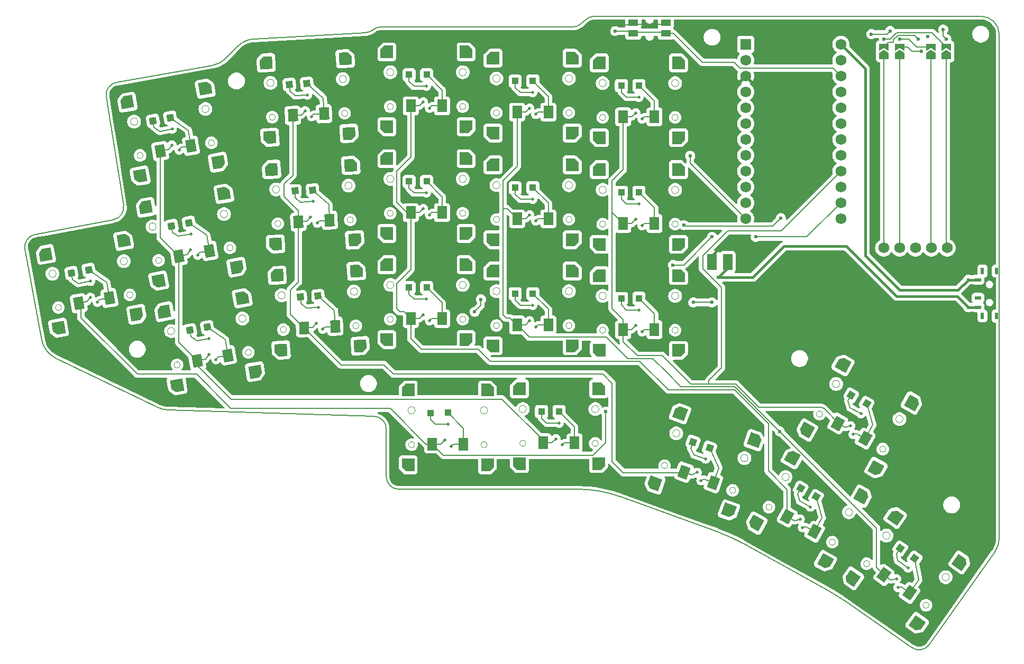
<source format=gbr>
%TF.GenerationSoftware,KiCad,Pcbnew,8.0.6*%
%TF.CreationDate,2024-11-17T18:27:12-05:00*%
%TF.ProjectId,ultra_lp_keeb,756c7472-615f-46c7-905f-6b6565622e6b,rev?*%
%TF.SameCoordinates,Original*%
%TF.FileFunction,Copper,L2,Bot*%
%TF.FilePolarity,Positive*%
%FSLAX46Y46*%
G04 Gerber Fmt 4.6, Leading zero omitted, Abs format (unit mm)*
G04 Created by KiCad (PCBNEW 8.0.6) date 2024-11-17 18:27:12*
%MOMM*%
%LPD*%
G01*
G04 APERTURE LIST*
G04 Aperture macros list*
%AMRotRect*
0 Rectangle, with rotation*
0 The origin of the aperture is its center*
0 $1 length*
0 $2 width*
0 $3 Rotation angle, in degrees counterclockwise*
0 Add horizontal line*
21,1,$1,$2,0,0,$3*%
%AMOutline5P*
0 Free polygon, 5 corners , with rotation*
0 The origin of the aperture is its center*
0 number of corners: always 5*
0 $1 to $10 corner X, Y*
0 $11 Rotation angle, in degrees counterclockwise*
0 create outline with 5 corners*
4,1,5,$1,$2,$3,$4,$5,$6,$7,$8,$9,$10,$1,$2,$11*%
%AMOutline6P*
0 Free polygon, 6 corners , with rotation*
0 The origin of the aperture is its center*
0 number of corners: always 6*
0 $1 to $12 corner X, Y*
0 $13 Rotation angle, in degrees counterclockwise*
0 create outline with 6 corners*
4,1,6,$1,$2,$3,$4,$5,$6,$7,$8,$9,$10,$11,$12,$1,$2,$13*%
%AMOutline7P*
0 Free polygon, 7 corners , with rotation*
0 The origin of the aperture is its center*
0 number of corners: always 7*
0 $1 to $14 corner X, Y*
0 $15 Rotation angle, in degrees counterclockwise*
0 create outline with 7 corners*
4,1,7,$1,$2,$3,$4,$5,$6,$7,$8,$9,$10,$11,$12,$13,$14,$1,$2,$15*%
%AMOutline8P*
0 Free polygon, 8 corners , with rotation*
0 The origin of the aperture is its center*
0 number of corners: always 8*
0 $1 to $16 corner X, Y*
0 $17 Rotation angle, in degrees counterclockwise*
0 create outline with 8 corners*
4,1,8,$1,$2,$3,$4,$5,$6,$7,$8,$9,$10,$11,$12,$13,$14,$15,$16,$1,$2,$17*%
%AMFreePoly0*
4,1,6,1.000000,0.000000,0.500000,-0.750000,-0.500000,-0.750000,-0.500000,0.750000,0.500000,0.750000,1.000000,0.000000,1.000000,0.000000,$1*%
%AMFreePoly1*
4,1,6,0.500000,-0.750000,-0.650000,-0.750000,-0.150000,0.000000,-0.650000,0.750000,0.500000,0.750000,0.500000,-0.750000,0.500000,-0.750000,$1*%
G04 Aperture macros list end*
%TA.AperFunction,ComponentPad*%
%ADD10C,1.752600*%
%TD*%
%TA.AperFunction,ComponentPad*%
%ADD11RotRect,1.100000X1.100000X331.000000*%
%TD*%
%TA.AperFunction,ComponentPad*%
%ADD12C,0.500000*%
%TD*%
%TA.AperFunction,SMDPad,CuDef*%
%ADD13RotRect,1.550000X2.000000X331.000000*%
%TD*%
%TA.AperFunction,SMDPad,CuDef*%
%ADD14RotRect,1.100000X1.100000X331.000000*%
%TD*%
%TA.AperFunction,ComponentPad*%
%ADD15Outline5P,-1.000000X0.400000X-0.400000X1.000000X1.000000X1.000000X1.000000X-1.000000X-1.000000X-1.000000X331.000000*%
%TD*%
%TA.AperFunction,ComponentPad*%
%ADD16Outline5P,-1.000000X1.000000X1.000000X1.000000X1.000000X-1.000000X-0.400000X-1.000000X-1.000000X-0.400000X331.000000*%
%TD*%
%TA.AperFunction,ComponentPad*%
%ADD17Outline5P,-1.000000X1.000000X0.400000X1.000000X1.000000X0.400000X1.000000X-1.000000X-1.000000X-1.000000X331.000000*%
%TD*%
%TA.AperFunction,ComponentPad*%
%ADD18Outline5P,-1.000000X1.000000X1.000000X1.000000X1.000000X-0.400000X0.400000X-1.000000X-1.000000X-1.000000X331.000000*%
%TD*%
%TA.AperFunction,ComponentPad*%
%ADD19RotRect,1.100000X1.100000X10.000000*%
%TD*%
%TA.AperFunction,SMDPad,CuDef*%
%ADD20RotRect,1.550000X2.000000X10.000000*%
%TD*%
%TA.AperFunction,SMDPad,CuDef*%
%ADD21RotRect,1.100000X1.100000X10.000000*%
%TD*%
%TA.AperFunction,ComponentPad*%
%ADD22Outline5P,-1.000000X0.400000X-0.400000X1.000000X1.000000X1.000000X1.000000X-1.000000X-1.000000X-1.000000X10.000000*%
%TD*%
%TA.AperFunction,ComponentPad*%
%ADD23Outline5P,-1.000000X1.000000X1.000000X1.000000X1.000000X-1.000000X-0.400000X-1.000000X-1.000000X-0.400000X10.000000*%
%TD*%
%TA.AperFunction,ComponentPad*%
%ADD24Outline5P,-1.000000X1.000000X1.000000X1.000000X1.000000X-0.400000X0.400000X-1.000000X-1.000000X-1.000000X10.000000*%
%TD*%
%TA.AperFunction,ComponentPad*%
%ADD25Outline5P,-1.000000X1.000000X0.400000X1.000000X1.000000X0.400000X1.000000X-1.000000X-1.000000X-1.000000X10.000000*%
%TD*%
%TA.AperFunction,ComponentPad*%
%ADD26R,1.100000X1.100000*%
%TD*%
%TA.AperFunction,SMDPad,CuDef*%
%ADD27R,1.550000X2.000000*%
%TD*%
%TA.AperFunction,SMDPad,CuDef*%
%ADD28R,1.100000X1.100000*%
%TD*%
%TA.AperFunction,ComponentPad*%
%ADD29Outline5P,-1.000000X0.400000X-0.400000X1.000000X1.000000X1.000000X1.000000X-1.000000X-1.000000X-1.000000X0.000000*%
%TD*%
%TA.AperFunction,ComponentPad*%
%ADD30Outline5P,-1.000000X1.000000X1.000000X1.000000X1.000000X-1.000000X-0.400000X-1.000000X-1.000000X-0.400000X0.000000*%
%TD*%
%TA.AperFunction,ComponentPad*%
%ADD31Outline5P,-1.000000X1.000000X0.400000X1.000000X1.000000X0.400000X1.000000X-1.000000X-1.000000X-1.000000X0.000000*%
%TD*%
%TA.AperFunction,ComponentPad*%
%ADD32Outline5P,-1.000000X1.000000X1.000000X1.000000X1.000000X-0.400000X0.400000X-1.000000X-1.000000X-1.000000X0.000000*%
%TD*%
%TA.AperFunction,ComponentPad*%
%ADD33RotRect,1.100000X1.100000X3.000000*%
%TD*%
%TA.AperFunction,SMDPad,CuDef*%
%ADD34RotRect,1.550000X2.000000X3.000000*%
%TD*%
%TA.AperFunction,SMDPad,CuDef*%
%ADD35RotRect,1.100000X1.100000X3.000000*%
%TD*%
%TA.AperFunction,ComponentPad*%
%ADD36Outline5P,-1.000000X0.400000X-0.400000X1.000000X1.000000X1.000000X1.000000X-1.000000X-1.000000X-1.000000X3.000000*%
%TD*%
%TA.AperFunction,ComponentPad*%
%ADD37Outline5P,-1.000000X1.000000X1.000000X1.000000X1.000000X-1.000000X-0.400000X-1.000000X-1.000000X-0.400000X3.000000*%
%TD*%
%TA.AperFunction,ComponentPad*%
%ADD38Outline5P,-1.000000X1.000000X0.400000X1.000000X1.000000X0.400000X1.000000X-1.000000X-1.000000X-1.000000X3.000000*%
%TD*%
%TA.AperFunction,ComponentPad*%
%ADD39Outline5P,-1.000000X1.000000X1.000000X1.000000X1.000000X-0.400000X0.400000X-1.000000X-1.000000X-1.000000X3.000000*%
%TD*%
%TA.AperFunction,ComponentPad*%
%ADD40R,1.752600X1.752600*%
%TD*%
%TA.AperFunction,ComponentPad*%
%ADD41RotRect,1.100000X1.100000X325.000000*%
%TD*%
%TA.AperFunction,SMDPad,CuDef*%
%ADD42RotRect,1.550000X2.000000X325.000000*%
%TD*%
%TA.AperFunction,SMDPad,CuDef*%
%ADD43RotRect,1.100000X1.100000X325.000000*%
%TD*%
%TA.AperFunction,ComponentPad*%
%ADD44Outline5P,-1.000000X0.400000X-0.400000X1.000000X1.000000X1.000000X1.000000X-1.000000X-1.000000X-1.000000X325.000000*%
%TD*%
%TA.AperFunction,ComponentPad*%
%ADD45Outline5P,-1.000000X1.000000X1.000000X1.000000X1.000000X-1.000000X-0.400000X-1.000000X-1.000000X-0.400000X325.000000*%
%TD*%
%TA.AperFunction,ComponentPad*%
%ADD46Outline5P,-1.000000X1.000000X0.400000X1.000000X1.000000X0.400000X1.000000X-1.000000X-1.000000X-1.000000X325.000000*%
%TD*%
%TA.AperFunction,ComponentPad*%
%ADD47Outline5P,-1.000000X1.000000X1.000000X1.000000X1.000000X-0.400000X0.400000X-1.000000X-1.000000X-1.000000X325.000000*%
%TD*%
%TA.AperFunction,ComponentPad*%
%ADD48RotRect,1.100000X1.100000X340.000000*%
%TD*%
%TA.AperFunction,SMDPad,CuDef*%
%ADD49RotRect,1.550000X2.000000X340.000000*%
%TD*%
%TA.AperFunction,SMDPad,CuDef*%
%ADD50RotRect,1.100000X1.100000X340.000000*%
%TD*%
%TA.AperFunction,ComponentPad*%
%ADD51Outline5P,-1.000000X0.400000X-0.400000X1.000000X1.000000X1.000000X1.000000X-1.000000X-1.000000X-1.000000X340.000000*%
%TD*%
%TA.AperFunction,ComponentPad*%
%ADD52Outline5P,-1.000000X1.000000X1.000000X1.000000X1.000000X-1.000000X-0.400000X-1.000000X-1.000000X-0.400000X340.000000*%
%TD*%
%TA.AperFunction,ComponentPad*%
%ADD53Outline5P,-1.000000X1.000000X0.400000X1.000000X1.000000X0.400000X1.000000X-1.000000X-1.000000X-1.000000X340.000000*%
%TD*%
%TA.AperFunction,ComponentPad*%
%ADD54Outline5P,-1.000000X1.000000X1.000000X1.000000X1.000000X-0.400000X0.400000X-1.000000X-1.000000X-1.000000X340.000000*%
%TD*%
%TA.AperFunction,SMDPad,CuDef*%
%ADD55FreePoly0,90.000000*%
%TD*%
%TA.AperFunction,SMDPad,CuDef*%
%ADD56FreePoly1,90.000000*%
%TD*%
%TA.AperFunction,SMDPad,CuDef*%
%ADD57R,0.600000X1.100000*%
%TD*%
%TA.AperFunction,SMDPad,CuDef*%
%ADD58R,0.600000X1.000000*%
%TD*%
%TA.AperFunction,SMDPad,CuDef*%
%ADD59R,1.000000X0.600000*%
%TD*%
%TA.AperFunction,SMDPad,CuDef*%
%ADD60R,1.550000X1.000000*%
%TD*%
%TA.AperFunction,SMDPad,CuDef*%
%ADD61R,1.500000X2.500000*%
%TD*%
%TA.AperFunction,ViaPad*%
%ADD62C,0.600000*%
%TD*%
%TA.AperFunction,Conductor*%
%ADD63C,0.200000*%
%TD*%
%TA.AperFunction,Conductor*%
%ADD64C,0.400000*%
%TD*%
%TA.AperFunction,Profile*%
%ADD65C,0.200000*%
%TD*%
%TA.AperFunction,Profile*%
%ADD66C,0.100000*%
%TD*%
G04 APERTURE END LIST*
D10*
%TO.P,REF\u002A\u002A,CSMOSI*%
%TO.N,CSMOSI*%
X204460000Y-92770000D03*
X214620000Y-92770000D03*
%TO.P,REF\u002A\u002A,GNDSCK*%
%TO.N,GNDSCK*%
X212080000Y-92770000D03*
%TO.P,REF\u002A\u002A,SCK*%
X207000000Y-92770000D03*
%TO.P,REF\u002A\u002A,VCC*%
%TO.N,VCC*%
X209540000Y-92770000D03*
%TD*%
D11*
%TO.P,CPG1316,1*%
%TO.N,N/C*%
X193660476Y-132658978D03*
D12*
X191487742Y-137580750D03*
D13*
X193405135Y-138241373D03*
%TO.P,CPG1316,2*%
%TO.N,C3*%
X189032036Y-135817325D03*
D12*
%TO.N,N/C*%
X191097932Y-136221317D03*
D14*
%TO.P,CPG1316,4*%
X191194756Y-131304423D03*
D12*
%TO.N,R3*%
X192747266Y-134277174D03*
D15*
%TO.P,CPG1316,m*%
%TO.N,N/C*%
X189858353Y-126385348D03*
D16*
X184040638Y-136880785D03*
D17*
X200966024Y-132542430D03*
D18*
X195148309Y-143037867D03*
%TD*%
D19*
%TO.P,CPG1316,1*%
%TO.N,N/C*%
X90270391Y-71894220D03*
D12*
X91679229Y-77086501D03*
D20*
X93585068Y-76393249D03*
%TO.P,CPG1316,2*%
X88661029Y-77261491D03*
D12*
%TO.N,C1*%
X90520773Y-76275340D03*
D21*
%TO.P,CPG1316,4*%
%TO.N,N/C*%
X87501715Y-72393261D03*
D12*
X90579057Y-73726496D03*
D22*
%TO.P,CPG1316,m*%
X83367463Y-69411448D03*
D23*
X85451241Y-81229141D03*
D24*
X97958299Y-79023809D03*
D25*
X95874522Y-67206116D03*
%TD*%
D26*
%TO.P,CPG1316,1*%
%TO.N,N/C*%
X165300000Y-66752599D03*
D12*
X165785805Y-72110639D03*
D27*
X167783072Y-71758865D03*
%TO.P,CPG1316,2*%
X162783072Y-71758865D03*
D12*
X164785805Y-71110639D03*
D28*
%TO.P,CPG1316,4*%
X162486729Y-66763283D03*
D12*
X165285805Y-68610639D03*
D29*
%TO.P,CPG1316,m*%
X158933072Y-63108865D03*
D30*
X158933072Y-75108865D03*
D31*
X171633072Y-63108865D03*
D32*
X171633072Y-75108865D03*
%TD*%
D33*
%TO.P,CPG1316,1*%
%TO.N,N/C*%
X113035321Y-83476851D03*
D12*
X113800879Y-88802123D03*
D34*
X115776998Y-88346302D03*
%TO.P,CPG1316,2*%
%TO.N,C2*%
X110783850Y-88607982D03*
D12*
%TO.N,N/C*%
X112749913Y-87855829D03*
D35*
%TO.P,CPG1316,4*%
X110226465Y-83634755D03*
D12*
X113118388Y-85333087D03*
D36*
%TO.P,CPG1316,m*%
X106486421Y-80171330D03*
D37*
X107114452Y-92154884D03*
D38*
X119169016Y-79506663D03*
D39*
X119797047Y-91490217D03*
%TD*%
D33*
%TO.P,CPG1316,1*%
%TO.N,N/C*%
X112140376Y-66400286D03*
D12*
X112905934Y-71725558D03*
D34*
X114882053Y-71269737D03*
%TO.P,CPG1316,2*%
%TO.N,C2*%
X109888905Y-71531417D03*
D12*
X111854968Y-70779264D03*
D35*
%TO.P,CPG1316,4*%
%TO.N,N/C*%
X109331520Y-66558190D03*
D12*
X112223443Y-68256522D03*
D36*
%TO.P,CPG1316,m*%
X105591476Y-63094765D03*
D37*
X106219507Y-75078319D03*
D38*
X118274071Y-62430098D03*
D39*
X118902102Y-74413652D03*
%TD*%
D26*
%TO.P,CPG1316,1*%
%TO.N,N/C*%
X148300000Y-83102599D03*
D12*
X148785805Y-88460639D03*
D27*
X150783072Y-88108865D03*
%TO.P,CPG1316,2*%
X145783072Y-88108865D03*
D12*
X147785805Y-87460639D03*
D28*
%TO.P,CPG1316,4*%
X145486729Y-83113283D03*
D12*
X148285805Y-84960639D03*
D29*
%TO.P,CPG1316,m*%
X141933072Y-79458865D03*
D30*
X141933072Y-91458865D03*
D31*
X154633072Y-79458865D03*
D32*
X154633072Y-91458865D03*
%TD*%
D40*
%TO.P,U1,1*%
%TO.N,CSMOSI*%
X182383670Y-60145502D03*
D10*
%TO.P,U1,2*%
%TO.N,N/C*%
X182383670Y-62685502D03*
%TO.P,U1,3*%
%TO.N,GND*%
X182383670Y-65225502D03*
%TO.P,U1,4*%
%TO.N,GNDSCK*%
X182383670Y-67765502D03*
%TO.P,U1,5*%
%TO.N,CSMOSI*%
X182383670Y-70305502D03*
%TO.P,U1,6*%
%TO.N,GNDSCK*%
X182383670Y-72845502D03*
%TO.P,U1,7*%
%TO.N,R0*%
X182383670Y-75385502D03*
%TO.P,U1,8*%
%TO.N,R1*%
X182383670Y-77925502D03*
%TO.P,U1,9*%
%TO.N,R2*%
X182383670Y-80465502D03*
%TO.P,U1,10*%
%TO.N,R3*%
X182383670Y-83005502D03*
%TO.P,U1,11*%
%TO.N,C0*%
X182383670Y-85545502D03*
%TO.P,U1,12*%
%TO.N,C1*%
X182383670Y-88085502D03*
%TO.P,U1,13*%
%TO.N,C2*%
X197623670Y-88085502D03*
%TO.P,U1,14*%
%TO.N,C3*%
X197623670Y-85545502D03*
%TO.P,U1,15*%
%TO.N,C4*%
X197623670Y-83005502D03*
%TO.P,U1,16*%
%TO.N,C5*%
X197623670Y-80465502D03*
%TO.P,U1,17*%
%TO.N,N/C*%
X197623670Y-77925502D03*
%TO.P,U1,18*%
X197623670Y-75385502D03*
%TO.P,U1,19*%
X197623670Y-72845502D03*
%TO.P,U1,20*%
X197623670Y-70305502D03*
%TO.P,U1,21*%
%TO.N,VCC*%
X197623670Y-67765502D03*
%TO.P,U1,22*%
%TO.N,RST*%
X197623670Y-65225502D03*
%TO.P,U1,23*%
%TO.N,N/C*%
X197623670Y-62685502D03*
%TO.P,U1,24*%
%TO.N,RAW_IN*%
X197623670Y-60145502D03*
%TD*%
D19*
%TO.P,CPG1316,1*%
%TO.N,N/C*%
X96191793Y-105476164D03*
D12*
X97600631Y-110668445D03*
D20*
X99506470Y-109975193D03*
%TO.P,CPG1316,2*%
%TO.N,C1*%
X94582431Y-110843435D03*
D12*
%TO.N,N/C*%
X96442175Y-109857284D03*
D21*
%TO.P,CPG1316,4*%
X93423117Y-105975205D03*
D12*
%TO.N,R2*%
X96500459Y-107308440D03*
D22*
%TO.P,CPG1316,m*%
%TO.N,N/C*%
X89288865Y-102993392D03*
D23*
X91372643Y-114811085D03*
D24*
X103879701Y-112605753D03*
D25*
X101795924Y-100788060D03*
%TD*%
D19*
%TO.P,CPG1316,1*%
%TO.N,N/C*%
X93239775Y-88734432D03*
D12*
X94648613Y-93926713D03*
D20*
X96554452Y-93233461D03*
%TO.P,CPG1316,2*%
X91630413Y-94101703D03*
D12*
%TO.N,C1*%
X93490157Y-93115552D03*
D21*
%TO.P,CPG1316,4*%
%TO.N,N/C*%
X90471099Y-89233473D03*
D12*
X93548441Y-90566708D03*
D22*
%TO.P,CPG1316,m*%
X86336847Y-86251660D03*
D23*
X88420625Y-98069353D03*
D24*
X100927683Y-95864021D03*
D25*
X98843906Y-84046328D03*
%TD*%
D26*
%TO.P,CPG1316,1*%
%TO.N,N/C*%
X131300000Y-82102599D03*
D12*
X131785805Y-87460639D03*
D27*
X133783072Y-87108865D03*
%TO.P,CPG1316,2*%
X128783072Y-87108865D03*
D12*
X130785805Y-86460639D03*
D28*
%TO.P,CPG1316,4*%
X128486729Y-82113283D03*
D12*
X131285805Y-83960639D03*
D29*
%TO.P,CPG1316,m*%
X124933072Y-78458865D03*
D30*
X124933072Y-90458865D03*
D31*
X137633072Y-78458865D03*
D32*
X137633072Y-90458865D03*
%TD*%
D26*
%TO.P,CPG1316,1*%
%TO.N,N/C*%
X165300000Y-83852599D03*
D12*
X165785805Y-89210639D03*
D27*
X167783072Y-88858865D03*
%TO.P,CPG1316,2*%
X162783072Y-88858865D03*
D12*
X164785805Y-88210639D03*
D28*
%TO.P,CPG1316,4*%
X162486729Y-83863283D03*
D12*
%TO.N,R1*%
X165285805Y-85710639D03*
D29*
%TO.P,CPG1316,m*%
%TO.N,N/C*%
X158933072Y-80208865D03*
D30*
X158933072Y-92208865D03*
D31*
X171633072Y-80208865D03*
D32*
X171633072Y-92208865D03*
%TD*%
D26*
%TO.P,CPG1316,1*%
%TO.N,N/C*%
X152514195Y-118991961D03*
D12*
X152999999Y-124350002D03*
D27*
X154997267Y-123998227D03*
%TO.P,CPG1316,2*%
%TO.N,C1*%
X149997266Y-123998229D03*
D12*
%TO.N,N/C*%
X152000000Y-123350001D03*
D28*
%TO.P,CPG1316,4*%
X149700924Y-119002645D03*
D12*
%TO.N,R3*%
X152500000Y-120850000D03*
D29*
%TO.P,CPG1316,m*%
%TO.N,N/C*%
X146147267Y-115348227D03*
D30*
X146147267Y-127348227D03*
D32*
X158847266Y-127348227D03*
D31*
X158847267Y-115348227D03*
%TD*%
D26*
%TO.P,CPG1316,1*%
%TO.N,N/C*%
X165300000Y-100852599D03*
D12*
X165785805Y-106210639D03*
D27*
X167783072Y-105858865D03*
%TO.P,CPG1316,2*%
%TO.N,C5*%
X162783072Y-105858865D03*
D12*
%TO.N,N/C*%
X164785805Y-105210639D03*
D28*
%TO.P,CPG1316,4*%
X162486729Y-100863283D03*
D12*
%TO.N,R2*%
X165285805Y-102710639D03*
D29*
%TO.P,CPG1316,m*%
%TO.N,N/C*%
X158933072Y-97208865D03*
D30*
X158933072Y-109208865D03*
D31*
X171633072Y-97208865D03*
D32*
X171633072Y-109208865D03*
%TD*%
D33*
%TO.P,CPG1316,1*%
%TO.N,N/C*%
X113925032Y-100453553D03*
D12*
X114690590Y-105778825D03*
D34*
X116666709Y-105323004D03*
%TO.P,CPG1316,2*%
%TO.N,C2*%
X111673561Y-105584684D03*
D12*
%TO.N,N/C*%
X113639624Y-104832531D03*
D35*
%TO.P,CPG1316,4*%
X111116176Y-100611457D03*
D12*
X114008099Y-102309789D03*
D36*
%TO.P,CPG1316,m*%
X107376132Y-97148032D03*
D37*
X108004163Y-109131586D03*
D38*
X120058727Y-96483365D03*
D39*
X120686758Y-108466919D03*
%TD*%
D19*
%TO.P,CPG1316,1*%
%TO.N,N/C*%
X77210026Y-96284444D03*
D12*
X78618864Y-101476725D03*
D20*
X80524703Y-100783473D03*
%TO.P,CPG1316,2*%
%TO.N,C0*%
X75600664Y-101651715D03*
D12*
X77460408Y-100665564D03*
D21*
%TO.P,CPG1316,4*%
%TO.N,N/C*%
X74441350Y-96783485D03*
D12*
%TO.N,R2*%
X77518692Y-98116720D03*
D22*
%TO.P,CPG1316,m*%
%TO.N,N/C*%
X70307098Y-93801672D03*
D23*
X72390876Y-105619365D03*
D24*
X84897934Y-103414033D03*
D25*
X82814157Y-91596340D03*
%TD*%
D26*
%TO.P,CPG1316,1*%
%TO.N,N/C*%
X131300000Y-65002599D03*
D12*
X131785805Y-70360639D03*
D27*
X133783072Y-70008865D03*
%TO.P,CPG1316,2*%
X128783072Y-70008865D03*
D12*
%TO.N,C3*%
X130785805Y-69360639D03*
D28*
%TO.P,CPG1316,4*%
%TO.N,N/C*%
X128486729Y-65013283D03*
D12*
%TO.N,R0*%
X131285805Y-66860639D03*
D29*
%TO.P,CPG1316,m*%
%TO.N,N/C*%
X124933072Y-61358865D03*
D30*
X124933072Y-73358865D03*
D31*
X137633072Y-61358865D03*
D32*
X137633072Y-73358865D03*
%TD*%
D26*
%TO.P,CPG1316,1*%
%TO.N,N/C*%
X148300000Y-100102599D03*
D12*
X148785805Y-105460639D03*
D27*
X150783072Y-105108865D03*
%TO.P,CPG1316,2*%
%TO.N,C4*%
X145783072Y-105108865D03*
D12*
%TO.N,N/C*%
X147785805Y-104460639D03*
D28*
%TO.P,CPG1316,4*%
X145486729Y-100113283D03*
D12*
X148285805Y-101960639D03*
D29*
%TO.P,CPG1316,m*%
X141933072Y-96458865D03*
D30*
X141933072Y-108458865D03*
D31*
X154633072Y-96458865D03*
D32*
X154633072Y-108458865D03*
%TD*%
D26*
%TO.P,CPG1316,1*%
%TO.N,N/C*%
X134714195Y-119191960D03*
D12*
X135199999Y-124550001D03*
D27*
X137197267Y-124198226D03*
%TO.P,CPG1316,2*%
%TO.N,C0*%
X132197266Y-124198228D03*
D12*
%TO.N,N/C*%
X134200000Y-123550000D03*
D28*
%TO.P,CPG1316,4*%
X131900924Y-119202644D03*
D12*
%TO.N,R3*%
X134700000Y-121049999D03*
D29*
%TO.P,CPG1316,m*%
%TO.N,N/C*%
X128347267Y-115548226D03*
D30*
X128347267Y-127548226D03*
D32*
X141047266Y-127548226D03*
D31*
X141047267Y-115548226D03*
%TD*%
D41*
%TO.P,CPG1316,1*%
%TO.N,N/C*%
X209440965Y-142534677D03*
D12*
X206765669Y-147202373D03*
D42*
X208603503Y-148059800D03*
%TO.P,CPG1316,2*%
%TO.N,C4*%
X204507744Y-145191919D03*
D12*
%TO.N,N/C*%
X206520092Y-145809642D03*
D43*
%TO.P,CPG1316,4*%
X207130341Y-140929804D03*
D12*
%TO.N,R3*%
X208363609Y-144048552D03*
D44*
%TO.P,CPG1316,m*%
%TO.N,N/C*%
X206315443Y-135897985D03*
D45*
X199432526Y-145727811D03*
D46*
X216718674Y-143182405D03*
D47*
X209835757Y-153012230D03*
%TD*%
D26*
%TO.P,CPG1316,1*%
%TO.N,N/C*%
X131300000Y-99102599D03*
D12*
X131785805Y-104460639D03*
D27*
X133783072Y-104108865D03*
%TO.P,CPG1316,2*%
%TO.N,C3*%
X128783072Y-104108865D03*
D12*
%TO.N,N/C*%
X130785805Y-103460639D03*
D28*
%TO.P,CPG1316,4*%
X128486729Y-99113283D03*
D12*
X131285805Y-100960639D03*
D29*
%TO.P,CPG1316,m*%
X124933072Y-95458865D03*
D30*
X124933072Y-107458865D03*
D31*
X137633072Y-95458865D03*
D32*
X137633072Y-107458865D03*
%TD*%
D48*
%TO.P,CPG1316,1*%
%TO.N,N/C*%
X176601680Y-124845344D03*
D12*
X175225631Y-130046412D03*
D49*
X177222762Y-130398956D03*
%TO.P,CPG1316,2*%
%TO.N,C2*%
X172524298Y-128688855D03*
D12*
%TO.N,N/C*%
X174627958Y-128764695D03*
D50*
%TO.P,CPG1316,4*%
X173954419Y-123893189D03*
D12*
%TO.N,R3*%
X175952855Y-126586475D03*
D51*
%TO.P,CPG1316,m*%
%TO.N,N/C*%
X171864956Y-119243737D03*
D52*
X167760714Y-130520049D03*
D53*
X183799053Y-123587391D03*
D54*
X179694812Y-134863704D03*
%TD*%
D26*
%TO.P,CPG1316,1*%
%TO.N,N/C*%
X148300000Y-66002599D03*
D12*
X148785805Y-71360639D03*
D27*
X150783072Y-71008865D03*
%TO.P,CPG1316,2*%
X145783072Y-71008865D03*
D12*
%TO.N,C4*%
X147785805Y-70360639D03*
D28*
%TO.P,CPG1316,4*%
%TO.N,N/C*%
X145486729Y-66013283D03*
D12*
X148285805Y-67860639D03*
D29*
%TO.P,CPG1316,m*%
X141933072Y-62358865D03*
D30*
X141933072Y-74358865D03*
D31*
X154633072Y-62358865D03*
D32*
X154633072Y-74358865D03*
%TD*%
D11*
%TO.P,CPG1316,1*%
%TO.N,N/C*%
X201744534Y-117740275D03*
D12*
X199571800Y-122662047D03*
D13*
X201489193Y-123322670D03*
%TO.P,CPG1316,2*%
%TO.N,C5*%
X197116094Y-120898622D03*
D12*
%TO.N,N/C*%
X199181990Y-121302614D03*
D14*
%TO.P,CPG1316,4*%
X199278814Y-116385720D03*
D12*
%TO.N,R3*%
X200831324Y-119358471D03*
D15*
%TO.P,CPG1316,m*%
%TO.N,N/C*%
X197942411Y-111466645D03*
D16*
X192124696Y-121962082D03*
D17*
X209050082Y-117623727D03*
D18*
X203232367Y-128119164D03*
%TD*%
D55*
%TO.P,REF\u002A\u002A,1*%
%TO.N,GNDSCK*%
X212000000Y-61995000D03*
D56*
%TO.P,REF\u002A\u002A,2*%
X212000000Y-60545000D03*
%TD*%
D57*
%TO.P,SW1,*%
%TO.N,*%
X222553341Y-103676085D03*
D58*
X222553341Y-96476085D03*
X220267341Y-103676085D03*
D57*
X220267341Y-96476085D03*
D59*
%TO.P,SW1,1*%
%TO.N,RAW_IN*%
X219560341Y-97876085D03*
%TO.P,SW1,2*%
%TO.N,N/C*%
X219560341Y-100776085D03*
%TO.P,SW1,3*%
%TO.N,RAW*%
X219560341Y-102276085D03*
%TD*%
D55*
%TO.P,REF\u002A\u002A,1*%
%TO.N,CSMOSI*%
X204500000Y-61995000D03*
D56*
%TO.P,REF\u002A\u002A,2*%
X204500000Y-60545000D03*
%TD*%
D60*
%TO.P,REF\u002A\u002A,1*%
%TO.N,RST*%
X169600000Y-58400000D03*
X164400000Y-58400000D03*
%TO.P,REF\u002A\u002A,2*%
%TO.N,GND*%
X169600000Y-56700000D03*
X164400000Y-56700000D03*
%TD*%
D61*
%TO.P,REF\u002A\u002A,+*%
%TO.N,RAW*%
X179500000Y-95000000D03*
%TO.P,REF\u002A\u002A,-*%
%TO.N,GND*%
X177000000Y-95000000D03*
%TD*%
D55*
%TO.P,REF\u002A\u002A,1*%
%TO.N,CSMOSI*%
X214500000Y-61995000D03*
D56*
%TO.P,REF\u002A\u002A,2*%
X214500000Y-60545000D03*
%TD*%
D55*
%TO.P,REF\u002A\u002A,1*%
%TO.N,GNDSCK*%
X207000000Y-61995000D03*
D56*
%TO.P,REF\u002A\u002A,2*%
X207000000Y-60545000D03*
%TD*%
D62*
%TO.N,C3*%
X184000000Y-91000000D03*
%TO.N,C0*%
X177000000Y-101500000D03*
X174000000Y-101500000D03*
X160000000Y-119000000D03*
%TO.N,C2*%
X188000000Y-88000000D03*
X172500000Y-89113064D03*
%TO.N,C4*%
X187823254Y-122176746D03*
%TO.N,C3*%
X177000000Y-91000000D03*
X170750000Y-95500000D03*
%TO.N,C1*%
X173500000Y-78000000D03*
%TO.N,GNDSCK*%
X205500000Y-58000000D03*
X202500000Y-58500000D03*
%TO.N,C3*%
X140000000Y-101000000D03*
X139000000Y-103000000D03*
%TO.N,GND*%
X178500000Y-92500000D03*
X161500000Y-57000000D03*
%TO.N,RST*%
X161500000Y-58000000D03*
%TO.N,RAW*%
X218000000Y-102276085D03*
X178000000Y-97500000D03*
%TO.N,RAW_IN*%
X218000000Y-97876085D03*
%TO.N,GNDSCK*%
X207000000Y-59270000D03*
X210500000Y-61270000D03*
X211500000Y-58870000D03*
%TO.N,CSMOSI*%
X214500000Y-59270000D03*
X214000000Y-57770000D03*
X204500000Y-59270000D03*
X210000000Y-59270000D03*
%TD*%
D63*
%TO.N,C3*%
X192169172Y-91000000D02*
X197623670Y-85545502D01*
X184000000Y-91000000D02*
X192169172Y-91000000D01*
%TO.N,C0*%
X174000000Y-101500000D02*
X177000000Y-101500000D01*
%TO.N,C5*%
X188089172Y-90000000D02*
X197623670Y-80465502D01*
X179500000Y-90000000D02*
X188089172Y-90000000D01*
X178500000Y-99100000D02*
X175500000Y-96100000D01*
X175500000Y-96100000D02*
X175500000Y-94000000D01*
X178500000Y-112000000D02*
X178500000Y-99100000D01*
X176500000Y-114000000D02*
X178500000Y-112000000D01*
X176500000Y-114600000D02*
X176500000Y-114000000D01*
X175500000Y-94000000D02*
X179500000Y-90000000D01*
%TO.N,C2*%
X186738198Y-89261802D02*
X188000000Y-88000000D01*
X172648738Y-89261802D02*
X186738198Y-89261802D01*
X172500000Y-89113064D02*
X172648738Y-89261802D01*
%TO.N,C1*%
X173500000Y-79201832D02*
X182383670Y-88085502D01*
X173500000Y-78000000D02*
X173500000Y-79201832D01*
%TO.N,C4*%
X187823254Y-122176746D02*
X203310549Y-137664041D01*
%TO.N,C5*%
X176500000Y-114600000D02*
X180812194Y-114600000D01*
X173600000Y-114600000D02*
X176500000Y-114600000D01*
%TO.N,C3*%
X172500000Y-95500000D02*
X177000000Y-91000000D01*
X170750000Y-95500000D02*
X172500000Y-95500000D01*
%TO.N,GNDSCK*%
X205000000Y-58500000D02*
X205500000Y-58000000D01*
X202500000Y-58500000D02*
X205000000Y-58500000D01*
%TO.N,*%
X194628404Y-136034538D02*
X193660478Y-132658978D01*
X116666709Y-105323004D02*
X116534656Y-102803268D01*
X97885977Y-110260929D02*
X97600632Y-110668444D01*
X93585069Y-76393248D02*
X91964573Y-76678985D01*
X137197267Y-124198225D02*
X135551774Y-124198226D01*
X133783072Y-87108865D02*
X132137579Y-87108865D01*
X202712462Y-121115835D02*
X201744536Y-117740275D01*
X93146920Y-73908387D02*
X90270391Y-71894219D01*
X177222764Y-130398955D02*
X178085745Y-128027929D01*
X99506471Y-109975191D02*
X99068324Y-107490332D01*
X178085745Y-128027929D02*
X176601682Y-124845343D01*
X133783072Y-101585671D02*
X131300000Y-99102599D01*
X167783072Y-105858865D02*
X167783072Y-103335671D01*
X96116305Y-90748600D02*
X93239775Y-88734432D01*
X132137579Y-104108865D02*
X131785805Y-104460639D01*
X167783072Y-86335671D02*
X165300000Y-83852599D01*
X113238815Y-71355855D02*
X112905934Y-71725557D01*
X154997267Y-123998226D02*
X154997269Y-121475033D01*
X114750000Y-68750000D02*
X112140377Y-66400285D01*
X150783072Y-71008865D02*
X150783072Y-68485671D01*
X166137579Y-88858865D02*
X165785805Y-89210639D01*
X133783072Y-87108865D02*
X133783072Y-84585671D01*
X166137579Y-105858865D02*
X165785805Y-106210639D01*
X114882053Y-71269737D02*
X113238815Y-71355855D01*
X149137579Y-88108865D02*
X148785805Y-88460639D01*
X175676504Y-129836164D02*
X175225633Y-130046409D01*
X115644944Y-85826566D02*
X113035321Y-83476850D01*
X149137579Y-105108865D02*
X148785805Y-105460639D01*
X133783072Y-104108865D02*
X133783072Y-101585671D01*
X153351774Y-123998227D02*
X153000000Y-124350001D01*
X137197269Y-121675032D02*
X134714197Y-119191960D01*
X150783072Y-71008865D02*
X149137579Y-71008865D01*
X150783072Y-105108865D02*
X150783072Y-102585671D01*
X99068324Y-107490332D02*
X96191794Y-105476164D01*
X115023472Y-105409122D02*
X114690590Y-105778824D01*
X114882053Y-71269737D02*
X114750000Y-68750000D01*
X193405136Y-138241373D02*
X194628404Y-136034538D01*
X99506471Y-109975191D02*
X97885977Y-110260929D01*
X208603504Y-148059800D02*
X210050747Y-145992921D01*
X91964573Y-76678985D02*
X91679231Y-77086499D01*
X167783072Y-105858865D02*
X166137579Y-105858865D01*
X135551774Y-124198226D02*
X135200000Y-124550000D01*
X133783072Y-84585671D02*
X131300000Y-82102599D01*
X166137579Y-71758865D02*
X165785805Y-72110639D01*
X154997269Y-121475033D02*
X152514197Y-118991961D01*
X93585069Y-76393248D02*
X93146920Y-73908387D01*
X210050747Y-145992921D02*
X209440966Y-142534676D01*
X96554452Y-93233461D02*
X96116305Y-90748600D01*
X132137579Y-70008865D02*
X131785805Y-70360639D01*
X167783072Y-88858865D02*
X166137579Y-88858865D01*
X133783072Y-104108865D02*
X132137579Y-104108865D01*
X150783072Y-85585671D02*
X148300000Y-83102599D01*
X80524703Y-100783473D02*
X78904209Y-101069210D01*
X115776998Y-88346302D02*
X114133760Y-88432420D01*
X154997267Y-123998226D02*
X153351774Y-123998227D01*
X114133760Y-88432420D02*
X113800879Y-88802122D01*
X200050012Y-122524920D02*
X199571802Y-122662044D01*
X167783072Y-103335671D02*
X165300000Y-100852599D01*
X201489194Y-123322670D02*
X200050012Y-122524920D01*
X167783072Y-69235671D02*
X165300000Y-66752599D01*
X133783072Y-70008865D02*
X133783072Y-67485671D01*
X191965954Y-137443623D02*
X191487744Y-137580747D01*
X208603504Y-148059800D02*
X207255593Y-147115985D01*
X132137579Y-87108865D02*
X131785805Y-87460639D01*
X167783072Y-71758865D02*
X166137579Y-71758865D01*
X133783072Y-67485671D02*
X131300000Y-65002599D01*
X177222764Y-130398955D02*
X175676504Y-129836164D01*
X207255593Y-147115985D02*
X206765670Y-147202371D01*
X80524703Y-100783473D02*
X80086557Y-98298612D01*
X116666709Y-105323004D02*
X115023472Y-105409122D01*
X167783072Y-71758865D02*
X167783072Y-69235671D01*
X193405136Y-138241373D02*
X191965954Y-137443623D01*
X149137579Y-71008865D02*
X148785805Y-71360639D01*
X167783072Y-88858865D02*
X167783072Y-86335671D01*
X150783072Y-88108865D02*
X149137579Y-88108865D01*
X96554452Y-93233461D02*
X94933958Y-93519197D01*
X94933958Y-93519197D02*
X94648613Y-93926712D01*
X115776998Y-88346302D02*
X115644944Y-85826566D01*
X137197267Y-124198225D02*
X137197269Y-121675032D01*
X150783072Y-102585671D02*
X148300000Y-100102599D01*
X150783072Y-68485671D02*
X148300000Y-66002599D01*
X133783072Y-70008865D02*
X132137579Y-70008865D01*
X116534656Y-102803268D02*
X113925033Y-100453553D01*
X150783072Y-88108865D02*
X150783072Y-85585671D01*
X201489194Y-123322670D02*
X202712462Y-121115835D01*
X80086557Y-98298612D02*
X77210027Y-96284444D01*
X78904209Y-101069210D02*
X78618864Y-101476724D01*
X150783072Y-105108865D02*
X149137579Y-105108865D01*
%TO.N,R2*%
X74623382Y-97815839D02*
X75549076Y-98464017D01*
X145486729Y-101161563D02*
X146285805Y-101960639D01*
X74441350Y-96783485D02*
X74623382Y-97815839D01*
X146285805Y-101960639D02*
X148285805Y-101960639D01*
X93423118Y-105975205D02*
X93605150Y-107007560D01*
X111171039Y-101658300D02*
X112010840Y-102414461D01*
X111116176Y-100611457D02*
X111171039Y-101658300D01*
X162486729Y-100863283D02*
X162486729Y-101911563D01*
X94530844Y-107655738D02*
X96500460Y-107308441D01*
X75549076Y-98464017D02*
X77518692Y-98116721D01*
X145486729Y-100113283D02*
X145486729Y-101161563D01*
X112010840Y-102414461D02*
X114008099Y-102309789D01*
X93605150Y-107007560D02*
X94530844Y-107655738D01*
X162486729Y-101911563D02*
X163285805Y-102710639D01*
X163285805Y-102710639D02*
X165285805Y-102710639D01*
X128486729Y-99113283D02*
X128486729Y-100161563D01*
X129285805Y-100960639D02*
X131285805Y-100960639D01*
X128486729Y-100161563D02*
X129285805Y-100960639D01*
%TO.N,R1*%
X145486729Y-84161563D02*
X146285805Y-84960639D01*
X91578825Y-90914006D02*
X93548441Y-90566708D01*
X90471099Y-89233472D02*
X90653132Y-90265827D01*
X128486729Y-83161563D02*
X129285805Y-83960639D01*
X110281328Y-84681598D02*
X111121129Y-85437759D01*
X146285805Y-84960639D02*
X148285805Y-84960639D01*
X162486729Y-83863283D02*
X162486729Y-84911563D01*
X111121129Y-85437759D02*
X113118388Y-85333087D01*
X90653132Y-90265827D02*
X91578825Y-90914006D01*
X162486729Y-84911563D02*
X163285805Y-85710639D01*
X163285805Y-85710639D02*
X165285805Y-85710639D01*
X129285805Y-83960639D02*
X131285805Y-83960639D01*
X128486729Y-82113283D02*
X128486729Y-83161563D01*
X110226465Y-83634755D02*
X110281328Y-84681598D01*
X145486729Y-83113283D02*
X145486729Y-84161563D01*
%TO.N,R0*%
X162486729Y-66763283D02*
X162486729Y-67811563D01*
X162486729Y-67811563D02*
X163285805Y-68610639D01*
X146285805Y-67860639D02*
X148285805Y-67860639D01*
X128486729Y-66061563D02*
X129285805Y-66860639D01*
X145486729Y-67061563D02*
X146285805Y-67860639D01*
X145486729Y-66013283D02*
X145486729Y-67061563D01*
X129285805Y-66860639D02*
X131285805Y-66860639D01*
X128486729Y-65013283D02*
X128486729Y-66061563D01*
X87683747Y-73425615D02*
X88609441Y-74073793D01*
X87501715Y-72393259D02*
X87683747Y-73425615D01*
X109386383Y-67605033D02*
X110226184Y-68361194D01*
X163285805Y-68610639D02*
X165285805Y-68610639D01*
X109331520Y-66558190D02*
X109386383Y-67605033D01*
X88609441Y-74073793D02*
X90579057Y-73726497D01*
X110226184Y-68361194D02*
X112223443Y-68256522D01*
%TO.N,R3*%
X132700000Y-121049999D02*
X134700001Y-121049999D01*
X199082084Y-118388852D02*
X200831325Y-119358471D01*
X131900924Y-119202643D02*
X131900925Y-120250923D01*
X149700924Y-119002644D02*
X149700925Y-120050924D01*
X131900925Y-120250923D02*
X132700000Y-121049999D01*
X206725305Y-142901398D02*
X208363610Y-144048551D01*
X150500000Y-120850000D02*
X152500001Y-120850000D01*
X190998026Y-133307555D02*
X192747267Y-134277174D01*
X199278815Y-116385717D02*
X198770598Y-117302565D01*
X173595886Y-124878250D02*
X174073470Y-125902435D01*
X149700925Y-120050924D02*
X150500000Y-120850000D01*
X207130342Y-140929801D02*
X206529072Y-141788503D01*
X206529072Y-141788503D02*
X206725305Y-142901398D01*
X191194757Y-131304420D02*
X190686540Y-132221268D01*
X173954419Y-123893187D02*
X173595886Y-124878250D01*
X174073470Y-125902435D02*
X175952856Y-126586475D01*
X198770598Y-117302565D02*
X199082084Y-118388852D01*
X190686540Y-132221268D02*
X190998026Y-133307555D01*
%TO.N,C1*%
X94582431Y-110843435D02*
X94582431Y-111582431D01*
X93490158Y-93115553D02*
X92964343Y-93866494D01*
X89994959Y-77026281D02*
X88661029Y-77261489D01*
X100000000Y-117000000D02*
X143398542Y-117000000D01*
X96442175Y-109857285D02*
X95916361Y-110608226D01*
X88661029Y-77261491D02*
X88661029Y-91132319D01*
X95916361Y-110608226D02*
X94582434Y-110843433D01*
X91630413Y-107891417D02*
X94582431Y-110843435D01*
X91630413Y-94101703D02*
X91630413Y-107891417D01*
X149997266Y-123598724D02*
X149997266Y-123998229D01*
X151351774Y-123998227D02*
X149997266Y-123998226D01*
X92964343Y-93866494D02*
X91630412Y-94101700D01*
X143398542Y-117000000D02*
X149997266Y-123598724D01*
X94582431Y-111582431D02*
X100000000Y-117000000D01*
X88661029Y-91132319D02*
X91630413Y-94101703D01*
X152000000Y-123350000D02*
X151351774Y-123998227D01*
X90520774Y-76275340D02*
X89994959Y-77026281D01*
%TO.N,C2*%
X109888905Y-81111095D02*
X108500000Y-82500000D01*
X111673561Y-105584684D02*
X117588877Y-111500000D01*
X111241556Y-71460527D02*
X109888906Y-71531416D01*
X113639625Y-104832531D02*
X113026212Y-105513794D01*
X126000000Y-113000000D02*
X159500000Y-113000000D01*
X109888905Y-71531417D02*
X109888905Y-81111095D01*
X174627960Y-128764698D02*
X173797120Y-129152123D01*
X108500000Y-84500000D02*
X110783850Y-86783850D01*
X113026212Y-105513794D02*
X111673562Y-105584683D01*
X110783850Y-88607982D02*
X110783850Y-98216150D01*
X112136501Y-88537092D02*
X110783851Y-88607981D01*
X173797120Y-129152123D02*
X172524300Y-128688855D01*
X112749913Y-87855829D02*
X112136501Y-88537092D01*
X172444843Y-128768310D02*
X172524298Y-128688855D01*
X159500000Y-113000000D02*
X161000000Y-114500000D01*
X161000000Y-114500000D02*
X161000000Y-127000000D01*
X124500000Y-111500000D02*
X126000000Y-113000000D01*
X109500000Y-103411123D02*
X111673561Y-105584684D01*
X111854968Y-70779264D02*
X111241556Y-71460527D01*
X117588877Y-111500000D02*
X124500000Y-111500000D01*
X110783850Y-86783850D02*
X110783850Y-88607982D01*
X109500000Y-99500000D02*
X109500000Y-103411123D01*
X110783850Y-98216150D02*
X109500000Y-99500000D01*
X108500000Y-82500000D02*
X108500000Y-84500000D01*
X161000000Y-127000000D02*
X162768310Y-128768310D01*
X162768310Y-128768310D02*
X172444843Y-128768310D01*
%TO.N,C3*%
X130500000Y-109000000D02*
X139574972Y-109000000D01*
X139000000Y-103000000D02*
X140000000Y-102000000D01*
X191097933Y-136221320D02*
X190216716Y-136474003D01*
X128783072Y-107283072D02*
X130500000Y-109000000D01*
X128783072Y-87108865D02*
X128783072Y-96216928D01*
X189032036Y-131532036D02*
X189032036Y-135817325D01*
X130137579Y-87108865D02*
X128783072Y-87108865D01*
X128783072Y-104108865D02*
X128783072Y-107283072D01*
X130137579Y-104108865D02*
X128783072Y-104108865D01*
X126500000Y-102500000D02*
X127000000Y-103000000D01*
X190216716Y-136474003D02*
X189032038Y-135817325D01*
X170000000Y-115500000D02*
X180580822Y-115500000D01*
X165408865Y-110908865D02*
X170000000Y-115500000D01*
X128783072Y-96216928D02*
X126500000Y-98500000D01*
X128783072Y-78216928D02*
X126500000Y-80500000D01*
X127674207Y-103000000D02*
X128783072Y-104108865D01*
X126500000Y-85500000D02*
X128108865Y-87108865D01*
X186000000Y-120919178D02*
X186000000Y-128500000D01*
X128108865Y-87108865D02*
X128783072Y-87108865D01*
X140000000Y-102000000D02*
X140000000Y-101000000D01*
X130785805Y-103460639D02*
X130137579Y-104108865D01*
X128783072Y-70008865D02*
X128783072Y-78216928D01*
X130137579Y-70008865D02*
X128783072Y-70008865D01*
X139574972Y-109000000D02*
X141483837Y-110908865D01*
X127000000Y-103000000D02*
X127674207Y-103000000D01*
X141483837Y-110908865D02*
X165408865Y-110908865D01*
X130785805Y-69360639D02*
X130137579Y-70008865D01*
X180580822Y-115500000D02*
X186000000Y-120919178D01*
X130785805Y-86460639D02*
X130137579Y-87108865D01*
X186000000Y-128500000D02*
X189032036Y-131532036D01*
X126500000Y-80500000D02*
X126500000Y-85500000D01*
X126500000Y-98500000D02*
X126500000Y-102500000D01*
%TO.N,C4*%
X144000000Y-104000000D02*
X144674207Y-104000000D01*
X167508865Y-110508865D02*
X169750000Y-112750000D01*
X145783072Y-79716928D02*
X143500000Y-82000000D01*
X143500000Y-86500000D02*
X143500000Y-103500000D01*
X163508865Y-110508865D02*
X167508865Y-110508865D01*
X143500000Y-82000000D02*
X143500000Y-86500000D01*
X180646508Y-115000000D02*
X187823254Y-122176746D01*
X205617291Y-145968831D02*
X204507745Y-145191918D01*
X172000000Y-115000000D02*
X180646508Y-115000000D01*
X206520093Y-145809645D02*
X205617291Y-145968831D01*
X147137579Y-71008865D02*
X145783072Y-71008865D01*
X144174207Y-86500000D02*
X145783072Y-88108865D01*
X169750000Y-112750000D02*
X172000000Y-115000000D01*
X145783072Y-71008865D02*
X145783072Y-79716928D01*
X147137579Y-88108865D02*
X145783072Y-88108865D01*
X203310549Y-137664041D02*
X203310549Y-143994724D01*
X147737498Y-107063291D02*
X160063291Y-107063291D01*
X203310549Y-143994724D02*
X204507744Y-145191919D01*
X147785805Y-104460639D02*
X147137579Y-105108865D01*
X144674207Y-104000000D02*
X145783072Y-105108865D01*
X147785805Y-87460639D02*
X147137579Y-88108865D01*
X143500000Y-103500000D02*
X144000000Y-104000000D01*
X147785805Y-70360639D02*
X147137579Y-71008865D01*
X143500000Y-86500000D02*
X144174207Y-86500000D01*
X160063291Y-107063291D02*
X163508865Y-110508865D01*
X147137579Y-105108865D02*
X145783072Y-105108865D01*
X145783072Y-105108865D02*
X147737498Y-107063291D01*
%TO.N,C5*%
X164137579Y-105858865D02*
X162783072Y-105858865D01*
X162783072Y-104283072D02*
X162783072Y-105858865D01*
X162783072Y-105858865D02*
X162783072Y-107783072D01*
X197116094Y-120747174D02*
X197116094Y-120898622D01*
X169000000Y-110000000D02*
X172750000Y-113750000D01*
X199181991Y-121302617D02*
X198300774Y-121555300D01*
X162783072Y-107783072D02*
X165000000Y-110000000D01*
X194110495Y-118277651D02*
X194426551Y-118302273D01*
X198300774Y-121555300D02*
X197116096Y-120898622D01*
X162783072Y-71758865D02*
X162783072Y-80216928D01*
X180812194Y-114600000D02*
X184500992Y-118288798D01*
X164785805Y-88210639D02*
X164137579Y-88858865D01*
X161000000Y-87075793D02*
X162783072Y-88858865D01*
X165000000Y-110000000D02*
X169000000Y-110000000D01*
X164785805Y-71110639D02*
X164137579Y-71758865D01*
X164137579Y-71758865D02*
X162783072Y-71758865D01*
X161000000Y-82000000D02*
X161000000Y-87000000D01*
X161000000Y-87000000D02*
X161000000Y-87075793D01*
X162783072Y-80216928D02*
X161000000Y-82000000D01*
X172750000Y-113750000D02*
X173600000Y-114600000D01*
X184500992Y-118288798D02*
X184512139Y-118277651D01*
X161000000Y-102500000D02*
X162783072Y-104283072D01*
X184512139Y-118277651D02*
X194110495Y-118277651D01*
X161000000Y-87000000D02*
X161000000Y-102500000D01*
X164785805Y-105210639D02*
X164137579Y-105858865D01*
X164137579Y-88858865D02*
X162783072Y-88858865D01*
X194426551Y-118302273D02*
X194722875Y-118414943D01*
X194975451Y-118606531D02*
X197116094Y-120747174D01*
X194722875Y-118414943D02*
X194975451Y-118606531D01*
%TO.N,C0*%
X155500000Y-126000000D02*
X157966621Y-126000000D01*
X85000000Y-113000000D02*
X94500000Y-113000000D01*
X125500000Y-118500000D02*
X131198228Y-124198228D01*
X77460408Y-100665565D02*
X76934593Y-101416506D01*
X101750268Y-118500000D02*
X125500000Y-118500000D01*
X133999038Y-126000000D02*
X155500000Y-126000000D01*
X160000000Y-123966621D02*
X160000000Y-119000000D01*
X76934593Y-101416506D02*
X75600664Y-101651714D01*
X99944363Y-118444363D02*
X101750268Y-118500000D01*
X157966621Y-126000000D02*
X160000000Y-123966621D01*
X75975674Y-103975674D02*
X85000000Y-113000000D01*
X94500000Y-113000000D02*
X99944363Y-118444363D01*
X75600664Y-101651715D02*
X75975674Y-102026725D01*
X132197266Y-124198228D02*
X133999038Y-126000000D01*
X131198228Y-124198228D02*
X132197266Y-124198228D01*
X134200000Y-123549999D02*
X133551774Y-124198226D01*
X133551774Y-124198226D02*
X132197266Y-124198225D01*
X75975674Y-102026725D02*
X75975674Y-103975674D01*
%TO.N,GND*%
X164400000Y-56700000D02*
X164625000Y-56925000D01*
X177000000Y-95000000D02*
X177000000Y-94000000D01*
X169600000Y-56687500D02*
X169687500Y-56687500D01*
D64*
X177000000Y-94000000D02*
X178500000Y-92500000D01*
D63*
X164625000Y-56925000D02*
X169375000Y-56925000D01*
X169375000Y-56925000D02*
X169600000Y-56700000D01*
X161500000Y-57000000D02*
X164000000Y-57000000D01*
%TO.N,RST*%
X169370000Y-58170000D02*
X169600000Y-58400000D01*
X170821814Y-58387500D02*
X175434314Y-63000000D01*
X169600000Y-58387500D02*
X170821814Y-58387500D01*
X180500000Y-63000000D02*
X181433320Y-63933320D01*
X161500000Y-58000000D02*
X164000000Y-58000000D01*
X175434314Y-63000000D02*
X180500000Y-63000000D01*
X164400000Y-58400000D02*
X164630000Y-58170000D01*
X164630000Y-58170000D02*
X169370000Y-58170000D01*
X181433320Y-63933320D02*
X196331488Y-63933320D01*
X196331488Y-63933320D02*
X197623670Y-65225502D01*
D64*
%TO.N,RAW*%
X198500000Y-92500000D02*
X206500000Y-100500000D01*
X218000000Y-102276085D02*
X219560341Y-102276085D01*
X178000000Y-97500000D02*
X183500000Y-97500000D01*
X216223915Y-100500000D02*
X218000000Y-102276085D01*
X179500000Y-96000000D02*
X178000000Y-97500000D01*
X206500000Y-100500000D02*
X216223915Y-100500000D01*
X183500000Y-97500000D02*
X188500000Y-92500000D01*
D63*
X179500000Y-95000000D02*
X179500000Y-96000000D01*
D64*
X188500000Y-92500000D02*
X198500000Y-92500000D01*
%TO.N,RAW_IN*%
X201500000Y-64021832D02*
X201500000Y-94000000D01*
X201500000Y-94000000D02*
X207000000Y-99500000D01*
X216376085Y-99500000D02*
X218000000Y-97876085D01*
X218000000Y-97876085D02*
X219560341Y-97876085D01*
X207000000Y-99500000D02*
X216376085Y-99500000D01*
X197623670Y-60145502D02*
X201500000Y-64021832D01*
D63*
%TO.N,GNDSCK*%
X212000000Y-92690000D02*
X212080000Y-92770000D01*
X208500000Y-59270000D02*
X207000000Y-59270000D01*
X212000000Y-61995000D02*
X212000000Y-92690000D01*
X212000000Y-60545000D02*
X209775000Y-60545000D01*
X210500000Y-61270000D02*
X209000000Y-61270000D01*
X208275000Y-60545000D02*
X207000000Y-60545000D01*
X207000000Y-61995000D02*
X207000000Y-92770000D01*
X209000000Y-61270000D02*
X208275000Y-60545000D01*
X209775000Y-60545000D02*
X208500000Y-59270000D01*
%TO.N,CSMOSI*%
X214500000Y-92650000D02*
X214620000Y-92770000D01*
X206000000Y-59770000D02*
X205275000Y-59770000D01*
X205500000Y-59270000D02*
X204500000Y-59270000D01*
X209400000Y-58670000D02*
X206751471Y-58670000D01*
X206751471Y-58670000D02*
X206000000Y-59421471D01*
X205275000Y-59770000D02*
X204500000Y-60545000D01*
X206500000Y-58270000D02*
X205500000Y-59270000D01*
X210000000Y-59270000D02*
X209400000Y-58670000D01*
X214500000Y-60545000D02*
X212225000Y-58270000D01*
X214000000Y-58770000D02*
X214500000Y-59270000D01*
X206000000Y-59421471D02*
X206000000Y-59770000D01*
X214000000Y-57770000D02*
X214000000Y-58770000D01*
X214500000Y-61995000D02*
X214500000Y-92650000D01*
X204500000Y-61995000D02*
X204500000Y-92730000D01*
X204500000Y-92730000D02*
X204460000Y-92770000D01*
X212225000Y-58270000D02*
X206500000Y-58270000D01*
%TD*%
%TA.AperFunction,Conductor*%
%TO.N,GND*%
G36*
X220003092Y-56132137D02*
G01*
X220291028Y-56149561D01*
X220305890Y-56151366D01*
X220585953Y-56202701D01*
X220600475Y-56206281D01*
X220872303Y-56291004D01*
X220886303Y-56296314D01*
X221145941Y-56413190D01*
X221159184Y-56420141D01*
X221402843Y-56567468D01*
X221415160Y-56575972D01*
X221639271Y-56751590D01*
X221650477Y-56761519D01*
X221851784Y-56962876D01*
X221861708Y-56974081D01*
X222037271Y-57198234D01*
X222045777Y-57210561D01*
X222193035Y-57454241D01*
X222199992Y-57467502D01*
X222316800Y-57727158D01*
X222322108Y-57741162D01*
X222406761Y-58013004D01*
X222410342Y-58027545D01*
X222461607Y-58307611D01*
X222463409Y-58322478D01*
X222480763Y-58610423D01*
X222480988Y-58617911D01*
X222480972Y-58687898D01*
X222480989Y-58688161D01*
X222481073Y-95351585D01*
X222461389Y-95418624D01*
X222408585Y-95464379D01*
X222357074Y-95475585D01*
X222205471Y-95475585D01*
X222205464Y-95475586D01*
X222145857Y-95481993D01*
X222011012Y-95532287D01*
X222011005Y-95532291D01*
X221895796Y-95618537D01*
X221895793Y-95618540D01*
X221809547Y-95733749D01*
X221809543Y-95733756D01*
X221759249Y-95868602D01*
X221752842Y-95928201D01*
X221752841Y-95928220D01*
X221752841Y-97023955D01*
X221752842Y-97023961D01*
X221759249Y-97083568D01*
X221809543Y-97218413D01*
X221809547Y-97218420D01*
X221895793Y-97333629D01*
X221895796Y-97333632D01*
X222011005Y-97419878D01*
X222011012Y-97419882D01*
X222054935Y-97436264D01*
X222145858Y-97470176D01*
X222205468Y-97476585D01*
X222357079Y-97476584D01*
X222424118Y-97496268D01*
X222469873Y-97549072D01*
X222481079Y-97600584D01*
X222481090Y-102501585D01*
X222461406Y-102568624D01*
X222408602Y-102614379D01*
X222357091Y-102625585D01*
X222205471Y-102625585D01*
X222205464Y-102625586D01*
X222145857Y-102631993D01*
X222011012Y-102682287D01*
X222011005Y-102682291D01*
X221895796Y-102768537D01*
X221895793Y-102768540D01*
X221809547Y-102883749D01*
X221809543Y-102883756D01*
X221759249Y-103018602D01*
X221752842Y-103078201D01*
X221752841Y-103078220D01*
X221752841Y-104273955D01*
X221752842Y-104273961D01*
X221759249Y-104333568D01*
X221809543Y-104468413D01*
X221809547Y-104468420D01*
X221895793Y-104583629D01*
X221895796Y-104583632D01*
X222011005Y-104669878D01*
X222011012Y-104669882D01*
X222028984Y-104676585D01*
X222145858Y-104720176D01*
X222205468Y-104726585D01*
X222357095Y-104726584D01*
X222424134Y-104746268D01*
X222469889Y-104799072D01*
X222481095Y-104850584D01*
X222481175Y-139202848D01*
X222481054Y-139208320D01*
X222467855Y-139507127D01*
X222466898Y-139517973D01*
X222427891Y-139811804D01*
X222425985Y-139822525D01*
X222361353Y-140111788D01*
X222358514Y-140122300D01*
X222268760Y-140404764D01*
X222265011Y-140414987D01*
X222150810Y-140688522D01*
X222146177Y-140698376D01*
X222008432Y-140960811D01*
X222002953Y-140970221D01*
X221841068Y-141222126D01*
X221838025Y-141226641D01*
X221797559Y-141283913D01*
X221797549Y-141283931D01*
X211408107Y-155988705D01*
X211408068Y-155988753D01*
X211368717Y-156044457D01*
X211363379Y-156051471D01*
X211236794Y-156206057D01*
X211224692Y-156218860D01*
X211080741Y-156350951D01*
X211066947Y-156361910D01*
X210905724Y-156472272D01*
X210890522Y-156481162D01*
X210807049Y-156522319D01*
X210715289Y-156567561D01*
X210698974Y-156574209D01*
X210513268Y-156634901D01*
X210496175Y-156639171D01*
X210303738Y-156672932D01*
X210286214Y-156674736D01*
X210090935Y-156680886D01*
X210073331Y-156680188D01*
X209879151Y-156658601D01*
X209861824Y-156655415D01*
X209672669Y-156606528D01*
X209655968Y-156600919D01*
X209475647Y-156525718D01*
X209459916Y-156517802D01*
X209289037Y-156415997D01*
X209281632Y-156411220D01*
X209224110Y-156371154D01*
X209224082Y-156371137D01*
X204673679Y-153201757D01*
X207940497Y-153201757D01*
X207945064Y-153345612D01*
X207989970Y-153482344D01*
X207989973Y-153482349D01*
X208071581Y-153600887D01*
X208071586Y-153600893D01*
X208116733Y-153640328D01*
X208116740Y-153640334D01*
X209336327Y-154494297D01*
X209336329Y-154494298D01*
X209336332Y-154494300D01*
X209411258Y-154533874D01*
X209411259Y-154533874D01*
X209411261Y-154533875D01*
X209411260Y-154533875D01*
X209498980Y-154553320D01*
X209551769Y-154565023D01*
X209636402Y-154560824D01*
X210552746Y-154399248D01*
X210552753Y-154399245D01*
X210552757Y-154399245D01*
X210633703Y-154374250D01*
X210633703Y-154374249D01*
X210633706Y-154374249D01*
X210755088Y-154296920D01*
X210811961Y-154234109D01*
X211255343Y-153600893D01*
X211665923Y-153014523D01*
X211665923Y-153014521D01*
X211665929Y-153014514D01*
X211694871Y-152962008D01*
X211731017Y-152822699D01*
X211726450Y-152678850D01*
X211681542Y-152542113D01*
X211599929Y-152423568D01*
X211599927Y-152423566D01*
X211554780Y-152384131D01*
X211554773Y-152384125D01*
X209838041Y-151182058D01*
X209809716Y-151166445D01*
X209785535Y-151153116D01*
X209785532Y-151153115D01*
X209646229Y-151116970D01*
X209646226Y-151116970D01*
X209574301Y-151119253D01*
X209502374Y-151121537D01*
X209365642Y-151166443D01*
X209365637Y-151166446D01*
X209247099Y-151248054D01*
X209247093Y-151248059D01*
X209207658Y-151293206D01*
X209207652Y-151293213D01*
X208005585Y-153009945D01*
X207976644Y-153062450D01*
X207976642Y-153062454D01*
X207940497Y-153201757D01*
X204673679Y-153201757D01*
X200126352Y-150034519D01*
X210244005Y-150034519D01*
X210263321Y-150230648D01*
X210320534Y-150419251D01*
X210413433Y-150593054D01*
X210413435Y-150593057D01*
X210538461Y-150745402D01*
X210690806Y-150870428D01*
X210690809Y-150870430D01*
X210864612Y-150963329D01*
X210864618Y-150963332D01*
X211053213Y-151020542D01*
X211249345Y-151039859D01*
X211445477Y-151020542D01*
X211634072Y-150963332D01*
X211807882Y-150870429D01*
X211960228Y-150745402D01*
X212085255Y-150593056D01*
X212178158Y-150419246D01*
X212235368Y-150230651D01*
X212254685Y-150034519D01*
X212235368Y-149838387D01*
X212178158Y-149649792D01*
X212178143Y-149649764D01*
X212085256Y-149475983D01*
X212085254Y-149475980D01*
X211960228Y-149323635D01*
X211807883Y-149198609D01*
X211807880Y-149198607D01*
X211634077Y-149105708D01*
X211634074Y-149105707D01*
X211634072Y-149105706D01*
X211445477Y-149048496D01*
X211445474Y-149048495D01*
X211249345Y-149029179D01*
X211053215Y-149048495D01*
X210923807Y-149087751D01*
X210864618Y-149105706D01*
X210864617Y-149105706D01*
X210864612Y-149105708D01*
X210690809Y-149198607D01*
X210690806Y-149198609D01*
X210538461Y-149323635D01*
X210413435Y-149475980D01*
X210413433Y-149475983D01*
X210320534Y-149649786D01*
X210263321Y-149838389D01*
X210244005Y-150034519D01*
X200126352Y-150034519D01*
X198555974Y-148940742D01*
X198555955Y-148940727D01*
X198497393Y-148899941D01*
X198497392Y-148899940D01*
X198437528Y-148858244D01*
X198437497Y-148858225D01*
X198175473Y-148675718D01*
X198150059Y-148658971D01*
X197520246Y-148243946D01*
X197428102Y-148186570D01*
X196854180Y-147829200D01*
X196503340Y-147623070D01*
X196177609Y-147431692D01*
X195834335Y-147241717D01*
X195834335Y-147241715D01*
X195834332Y-147241715D01*
X195774413Y-147208553D01*
X195774407Y-147208549D01*
X195774407Y-147208550D01*
X192585720Y-145443820D01*
X197879733Y-145443820D01*
X197879733Y-145443825D01*
X197883931Y-145528450D01*
X197883933Y-145528463D01*
X198045507Y-146444796D01*
X198045510Y-146444811D01*
X198070505Y-146525757D01*
X198070508Y-146525762D01*
X198147835Y-146647141D01*
X198210649Y-146704017D01*
X199430232Y-147557977D01*
X199430235Y-147557978D01*
X199430242Y-147557983D01*
X199482748Y-147586925D01*
X199622057Y-147623071D01*
X199765906Y-147618504D01*
X199902643Y-147573596D01*
X200021188Y-147491983D01*
X200060628Y-147446830D01*
X201262698Y-145730095D01*
X201291640Y-145677589D01*
X201327786Y-145538280D01*
X201323219Y-145394431D01*
X201298344Y-145318690D01*
X201278312Y-145257696D01*
X201278309Y-145257691D01*
X201196701Y-145139153D01*
X201196696Y-145139147D01*
X201151549Y-145099712D01*
X201151542Y-145099706D01*
X199434810Y-143897639D01*
X199406485Y-143882026D01*
X199382304Y-143868697D01*
X199382301Y-143868696D01*
X199242998Y-143832551D01*
X199242995Y-143832551D01*
X199171070Y-143834834D01*
X199099143Y-143837118D01*
X198962411Y-143882024D01*
X198962406Y-143882027D01*
X198843868Y-143963635D01*
X198843862Y-143963640D01*
X198804427Y-144008787D01*
X198804421Y-144008794D01*
X197950458Y-145228381D01*
X197910880Y-145303315D01*
X197879733Y-145443820D01*
X192585720Y-145443820D01*
X188936956Y-143424468D01*
X193283242Y-143424468D01*
X193302820Y-143567051D01*
X193361774Y-143698342D01*
X193361775Y-143698343D01*
X193361776Y-143698345D01*
X193428721Y-143776601D01*
X193455334Y-143807711D01*
X193504361Y-143842215D01*
X193956006Y-144092565D01*
X194806538Y-144564022D01*
X194865326Y-144587585D01*
X194885188Y-144595546D01*
X194885189Y-144595546D01*
X194885191Y-144595547D01*
X195028187Y-144611839D01*
X195111918Y-144598816D01*
X196006353Y-144342341D01*
X196084257Y-144309017D01*
X196196891Y-144219423D01*
X196246886Y-144151011D01*
X196968693Y-142848834D01*
X196991989Y-142793590D01*
X196991989Y-142793587D01*
X196991990Y-142793587D01*
X197013375Y-142651264D01*
X196993797Y-142508682D01*
X196934843Y-142377391D01*
X196934842Y-142377390D01*
X196934842Y-142377389D01*
X196841285Y-142268024D01*
X196841284Y-142268023D01*
X196841283Y-142268022D01*
X196792256Y-142233518D01*
X194959275Y-141217482D01*
X194959269Y-141217479D01*
X194904030Y-141194186D01*
X194904029Y-141194185D01*
X194761706Y-141172800D01*
X194619124Y-141192378D01*
X194487833Y-141251332D01*
X194378464Y-141344892D01*
X194343960Y-141393919D01*
X193327924Y-143226900D01*
X193327921Y-143226906D01*
X193304628Y-143282145D01*
X193304627Y-143282146D01*
X193283243Y-143424468D01*
X193283242Y-143424468D01*
X188936956Y-143424468D01*
X182211522Y-139702380D01*
X182211522Y-139702379D01*
X182211511Y-139702374D01*
X181857801Y-139506605D01*
X181011105Y-139071948D01*
X180151257Y-138663916D01*
X179279121Y-138282917D01*
X179279112Y-138282913D01*
X179279102Y-138282909D01*
X178395484Y-137929294D01*
X178277619Y-137886345D01*
X178017800Y-137791669D01*
X178015624Y-137790713D01*
X177947601Y-137766089D01*
X177947617Y-137766044D01*
X177947349Y-137765997D01*
X177922927Y-137757097D01*
X177880194Y-137741523D01*
X177877876Y-137740849D01*
X175170110Y-136760663D01*
X182466666Y-136760663D01*
X182479291Y-136841834D01*
X182479691Y-136844404D01*
X182736161Y-137738820D01*
X182736164Y-137738829D01*
X182769488Y-137816733D01*
X182859082Y-137929367D01*
X182927494Y-137979362D01*
X184037646Y-138594728D01*
X184229671Y-138701169D01*
X184229677Y-138701172D01*
X184258788Y-138713447D01*
X184284915Y-138724465D01*
X184284916Y-138724465D01*
X184284917Y-138724466D01*
X184343494Y-138733267D01*
X184427239Y-138745851D01*
X184569823Y-138726273D01*
X184701116Y-138667318D01*
X184810481Y-138573761D01*
X184844986Y-138524732D01*
X185861022Y-136691752D01*
X185884318Y-136636508D01*
X185884318Y-136636505D01*
X185884319Y-136636505D01*
X185900311Y-136530074D01*
X185905704Y-136494184D01*
X185904669Y-136486648D01*
X185886126Y-136351600D01*
X185827172Y-136220309D01*
X185827171Y-136220308D01*
X185827171Y-136220307D01*
X185733614Y-136110942D01*
X185733613Y-136110941D01*
X185733612Y-136110940D01*
X185684585Y-136076436D01*
X183851604Y-135060400D01*
X183851598Y-135060397D01*
X183796359Y-135037104D01*
X183796358Y-135037103D01*
X183654035Y-135015718D01*
X183511453Y-135035296D01*
X183380162Y-135094250D01*
X183270793Y-135187810D01*
X183236289Y-135236837D01*
X182514483Y-136539013D01*
X182482958Y-136617664D01*
X182467637Y-136752144D01*
X182466666Y-136760663D01*
X175170110Y-136760663D01*
X171393015Y-135393390D01*
X177912043Y-135393390D01*
X177913184Y-135537301D01*
X177913185Y-135537306D01*
X177954828Y-135675072D01*
X177976657Y-135708454D01*
X178033593Y-135795524D01*
X178033594Y-135795524D01*
X178033595Y-135795526D01*
X178143109Y-135888909D01*
X178196932Y-135915319D01*
X179595992Y-136424534D01*
X179651068Y-136437089D01*
X179678607Y-136443367D01*
X179678607Y-136443366D01*
X179678608Y-136443367D01*
X179822393Y-136437089D01*
X179903056Y-136411128D01*
X180746357Y-136017890D01*
X180818088Y-135972789D01*
X180915320Y-135866679D01*
X180953998Y-135791288D01*
X181463213Y-134392227D01*
X181477580Y-134334020D01*
X181477372Y-134307792D01*
X185093498Y-134307792D01*
X185112814Y-134503922D01*
X185112815Y-134503924D01*
X185170025Y-134692520D01*
X185250219Y-134842552D01*
X185262931Y-134866333D01*
X185387955Y-135018676D01*
X185540298Y-135143700D01*
X185540302Y-135143703D01*
X185714112Y-135236607D01*
X185902708Y-135293817D01*
X186098840Y-135313134D01*
X186294972Y-135293817D01*
X186483568Y-135236607D01*
X186657378Y-135143703D01*
X186809724Y-135018676D01*
X186934751Y-134866330D01*
X187027655Y-134692520D01*
X187084865Y-134503924D01*
X187104182Y-134307792D01*
X187084865Y-134111660D01*
X187027655Y-133923064D01*
X186934751Y-133749254D01*
X186881688Y-133684596D01*
X186809724Y-133596907D01*
X186657381Y-133471883D01*
X186657379Y-133471882D01*
X186657378Y-133471881D01*
X186483568Y-133378977D01*
X186369240Y-133344296D01*
X186294970Y-133321766D01*
X186098840Y-133302450D01*
X185902709Y-133321766D01*
X185714109Y-133378978D01*
X185540298Y-133471883D01*
X185387955Y-133596907D01*
X185262931Y-133749250D01*
X185170026Y-133923061D01*
X185112814Y-134111661D01*
X185093498Y-134307792D01*
X181477372Y-134307792D01*
X181476439Y-134190102D01*
X181434796Y-134052336D01*
X181356029Y-133931882D01*
X181246515Y-133838499D01*
X181246514Y-133838498D01*
X181246511Y-133838497D01*
X181192701Y-133812093D01*
X181192696Y-133812091D01*
X181192692Y-133812089D01*
X180427340Y-133533524D01*
X179223337Y-133095303D01*
X179165125Y-133080935D01*
X179021214Y-133082076D01*
X179021209Y-133082077D01*
X178883444Y-133123720D01*
X178762991Y-133202485D01*
X178762989Y-133202488D01*
X178669606Y-133312001D01*
X178669605Y-133312004D01*
X178643201Y-133365814D01*
X178643195Y-133365829D01*
X177926411Y-135335178D01*
X177912043Y-135393390D01*
X171393015Y-135393390D01*
X162469371Y-132163114D01*
X162469370Y-132163114D01*
X162435410Y-132150821D01*
X162407413Y-132140687D01*
X162407410Y-132140686D01*
X162405921Y-132140147D01*
X162405906Y-132140141D01*
X162097362Y-132028460D01*
X161343564Y-131788056D01*
X160581031Y-131576907D01*
X159810909Y-131395334D01*
X159034373Y-131243610D01*
X158252541Y-131121957D01*
X157466618Y-131030561D01*
X156677749Y-130969554D01*
X155887098Y-130939027D01*
X155563517Y-130939020D01*
X155563495Y-130939019D01*
X155557385Y-130939019D01*
X126854042Y-130939019D01*
X126845178Y-130938702D01*
X126645227Y-130924372D01*
X126627730Y-130921855D01*
X126436169Y-130880179D01*
X126419208Y-130875199D01*
X126235526Y-130806709D01*
X126219453Y-130799372D01*
X126047363Y-130705450D01*
X126032491Y-130695898D01*
X126028323Y-130692780D01*
X125967969Y-130647630D01*
X125875520Y-130578470D01*
X125862156Y-130566899D01*
X125764539Y-130469369D01*
X125723475Y-130428341D01*
X125711899Y-130414996D01*
X125594318Y-130258109D01*
X125584758Y-130243253D01*
X125490688Y-130071254D01*
X125483335Y-130055183D01*
X125481808Y-130051100D01*
X125414679Y-129871557D01*
X125409688Y-129854611D01*
X125367838Y-129663071D01*
X125365309Y-129645603D01*
X125350734Y-129444710D01*
X125350410Y-129435882D01*
X125350333Y-129365399D01*
X125350329Y-129365366D01*
X125347103Y-126500361D01*
X126846767Y-126500361D01*
X126846767Y-127989196D01*
X126851689Y-128028382D01*
X126857327Y-128073276D01*
X126880140Y-128128352D01*
X126912403Y-128206241D01*
X126912404Y-128206242D01*
X126964388Y-128273161D01*
X126964391Y-128273164D01*
X127622334Y-128931108D01*
X127622344Y-128931117D01*
X127689249Y-128983089D01*
X127689250Y-128983089D01*
X127689251Y-128983090D01*
X127822217Y-129038166D01*
X127906290Y-129048726D01*
X129395139Y-129048725D01*
X129454750Y-129042317D01*
X129589598Y-128992022D01*
X129704813Y-128905772D01*
X129791063Y-128790557D01*
X129841358Y-128655709D01*
X129847767Y-128596099D01*
X129847766Y-126500354D01*
X129841358Y-126440743D01*
X129840962Y-126439682D01*
X129791064Y-126305897D01*
X129791060Y-126305890D01*
X129704814Y-126190681D01*
X129704811Y-126190678D01*
X129589602Y-126104432D01*
X129589595Y-126104428D01*
X129454749Y-126054134D01*
X129454750Y-126054134D01*
X129395150Y-126047727D01*
X129395148Y-126047726D01*
X129395140Y-126047726D01*
X129395131Y-126047726D01*
X127299396Y-126047726D01*
X127299390Y-126047727D01*
X127239783Y-126054134D01*
X127104938Y-126104428D01*
X127104931Y-126104432D01*
X126989722Y-126190678D01*
X126989719Y-126190681D01*
X126903473Y-126305890D01*
X126903469Y-126305897D01*
X126853175Y-126440743D01*
X126847476Y-126493760D01*
X126846768Y-126500349D01*
X126846767Y-126500361D01*
X125347103Y-126500361D01*
X125341825Y-121814091D01*
X125341826Y-121814089D01*
X125341809Y-121799637D01*
X125341839Y-121799534D01*
X125341786Y-121748197D01*
X125341787Y-121748197D01*
X125341634Y-121600023D01*
X125306305Y-121305789D01*
X125236474Y-121017786D01*
X125152242Y-120791433D01*
X125133120Y-120740047D01*
X125133118Y-120740042D01*
X124997691Y-120476464D01*
X124997689Y-120476461D01*
X124997686Y-120476455D01*
X124832070Y-120230704D01*
X124638590Y-120006233D01*
X124478911Y-119860127D01*
X124419959Y-119806186D01*
X124419956Y-119806183D01*
X124419954Y-119806182D01*
X124179227Y-119633356D01*
X124156209Y-119620653D01*
X123919763Y-119490163D01*
X123919761Y-119490162D01*
X123919759Y-119490161D01*
X123645206Y-119378617D01*
X123519235Y-119344089D01*
X123459784Y-119307383D01*
X123429615Y-119244362D01*
X123438307Y-119175035D01*
X123483101Y-119121413D01*
X123549773Y-119100520D01*
X123552014Y-119100500D01*
X125199903Y-119100500D01*
X125266942Y-119120185D01*
X125287584Y-119136819D01*
X129275202Y-123124437D01*
X129308687Y-123185760D01*
X129303703Y-123255452D01*
X129261831Y-123311385D01*
X129196367Y-123335802D01*
X129151527Y-123330779D01*
X129096133Y-123313976D01*
X128900001Y-123294659D01*
X128703871Y-123313975D01*
X128585121Y-123349998D01*
X128515274Y-123371186D01*
X128515273Y-123371186D01*
X128515268Y-123371188D01*
X128341465Y-123464087D01*
X128341462Y-123464089D01*
X128189117Y-123589115D01*
X128064091Y-123741460D01*
X128064089Y-123741463D01*
X127971190Y-123915266D01*
X127913977Y-124103869D01*
X127894661Y-124299999D01*
X127913977Y-124496128D01*
X127920630Y-124518061D01*
X127970650Y-124682953D01*
X127971190Y-124684731D01*
X128064089Y-124858534D01*
X128064091Y-124858537D01*
X128189117Y-125010882D01*
X128341462Y-125135908D01*
X128341465Y-125135910D01*
X128512331Y-125227239D01*
X128515274Y-125228812D01*
X128703869Y-125286022D01*
X128900001Y-125305339D01*
X129096133Y-125286022D01*
X129284728Y-125228812D01*
X129458538Y-125135909D01*
X129610884Y-125010882D01*
X129735911Y-124858536D01*
X129828814Y-124684726D01*
X129886024Y-124496131D01*
X129905341Y-124299999D01*
X129886024Y-124103867D01*
X129869221Y-124048474D01*
X129868597Y-123978607D01*
X129905845Y-123919494D01*
X129969139Y-123889903D01*
X130038383Y-123899228D01*
X130075562Y-123924797D01*
X130713367Y-124562602D01*
X130713377Y-124562613D01*
X130717707Y-124566943D01*
X130717708Y-124566944D01*
X130829512Y-124678748D01*
X130859765Y-124696214D01*
X130907981Y-124746781D01*
X130921766Y-124803602D01*
X130921766Y-125246098D01*
X130921767Y-125246104D01*
X130928174Y-125305711D01*
X130978468Y-125440556D01*
X130978472Y-125440563D01*
X131064718Y-125555772D01*
X131064721Y-125555775D01*
X131179930Y-125642021D01*
X131179937Y-125642025D01*
X131314783Y-125692319D01*
X131314782Y-125692319D01*
X131321710Y-125693063D01*
X131374393Y-125698728D01*
X132797168Y-125698727D01*
X132864207Y-125718412D01*
X132884849Y-125735046D01*
X133514177Y-126364374D01*
X133514187Y-126364385D01*
X133518517Y-126368715D01*
X133518518Y-126368716D01*
X133630322Y-126480520D01*
X133630324Y-126480521D01*
X133630328Y-126480524D01*
X133751556Y-126550514D01*
X133767254Y-126559577D01*
X133867639Y-126586475D01*
X133919980Y-126600500D01*
X133919981Y-126600500D01*
X139422766Y-126600500D01*
X139489805Y-126620185D01*
X139535560Y-126672989D01*
X139546766Y-126724500D01*
X139546766Y-128596096D01*
X139546767Y-128596102D01*
X139553174Y-128655709D01*
X139603468Y-128790554D01*
X139603472Y-128790561D01*
X139689718Y-128905770D01*
X139689721Y-128905773D01*
X139804930Y-128992019D01*
X139804937Y-128992023D01*
X139939783Y-129042317D01*
X139939782Y-129042317D01*
X139946710Y-129043061D01*
X139999393Y-129048726D01*
X141488241Y-129048725D01*
X141572316Y-129038166D01*
X141705282Y-128983089D01*
X141772201Y-128931105D01*
X142430150Y-128273157D01*
X142482130Y-128206242D01*
X142537206Y-128073276D01*
X142547766Y-127989203D01*
X142547765Y-126724499D01*
X142567450Y-126657461D01*
X142620253Y-126611706D01*
X142671765Y-126600500D01*
X144522767Y-126600500D01*
X144589806Y-126620185D01*
X144635561Y-126672989D01*
X144646767Y-126724500D01*
X144646767Y-127789197D01*
X144657327Y-127873276D01*
X144712403Y-128006242D01*
X144712404Y-128006243D01*
X144764388Y-128073162D01*
X144764394Y-128073168D01*
X145422334Y-128731109D01*
X145422344Y-128731118D01*
X145489249Y-128783090D01*
X145489250Y-128783090D01*
X145489251Y-128783091D01*
X145622217Y-128838167D01*
X145706290Y-128848727D01*
X147195139Y-128848726D01*
X147254750Y-128842318D01*
X147389598Y-128792023D01*
X147504813Y-128705773D01*
X147591063Y-128590558D01*
X147641358Y-128455710D01*
X147647767Y-128396100D01*
X147647766Y-126724499D01*
X147667451Y-126657461D01*
X147720254Y-126611706D01*
X147771766Y-126600500D01*
X155420943Y-126600500D01*
X157222766Y-126600500D01*
X157289805Y-126620185D01*
X157335560Y-126672989D01*
X157346766Y-126724500D01*
X157346766Y-128396097D01*
X157346767Y-128396103D01*
X157353174Y-128455710D01*
X157403468Y-128590555D01*
X157403472Y-128590562D01*
X157489718Y-128705771D01*
X157489721Y-128705774D01*
X157604930Y-128792020D01*
X157604937Y-128792024D01*
X157739783Y-128842318D01*
X157739782Y-128842318D01*
X157746710Y-128843062D01*
X157799393Y-128848727D01*
X159288241Y-128848726D01*
X159372316Y-128838167D01*
X159505282Y-128783090D01*
X159572201Y-128731106D01*
X160230150Y-128073158D01*
X160282130Y-128006243D01*
X160337206Y-127873277D01*
X160347766Y-127789204D01*
X160347765Y-127496360D01*
X160367449Y-127429324D01*
X160420253Y-127383569D01*
X160489412Y-127373625D01*
X160552967Y-127402650D01*
X160559446Y-127408682D01*
X160638349Y-127487585D01*
X160638355Y-127487590D01*
X162283449Y-129132684D01*
X162283459Y-129132695D01*
X162287789Y-129137025D01*
X162287790Y-129137026D01*
X162399594Y-129248830D01*
X162399596Y-129248831D01*
X162445832Y-129275525D01*
X162445833Y-129275525D01*
X162458391Y-129282776D01*
X162536519Y-129327884D01*
X162536520Y-129327885D01*
X162536522Y-129327885D01*
X162536525Y-129327887D01*
X162689253Y-129368811D01*
X162689256Y-129368811D01*
X162854963Y-129368811D01*
X162854979Y-129368810D01*
X166405842Y-129368810D01*
X166472881Y-129388495D01*
X166518636Y-129441299D01*
X166528580Y-129510457D01*
X166522364Y-129535219D01*
X166514492Y-129556848D01*
X166199887Y-130421219D01*
X166199882Y-130421236D01*
X166181050Y-130503843D01*
X166181050Y-130503845D01*
X166187329Y-130647632D01*
X166213290Y-130728295D01*
X166606528Y-131571594D01*
X166651628Y-131643325D01*
X166739725Y-131724050D01*
X166757739Y-131740557D01*
X166833130Y-131779235D01*
X168232191Y-132288450D01*
X168290398Y-132302817D01*
X168290399Y-132302816D01*
X168290400Y-132302817D01*
X168331517Y-132302491D01*
X168434316Y-132301676D01*
X168572082Y-132260033D01*
X168692536Y-132181266D01*
X168785919Y-132071752D01*
X168812329Y-132017929D01*
X169529115Y-130048572D01*
X169543482Y-129990365D01*
X169542341Y-129846447D01*
X169500698Y-129708681D01*
X169421931Y-129588227D01*
X169420685Y-129587165D01*
X169419791Y-129585797D01*
X169416070Y-129581571D01*
X169416677Y-129581036D01*
X169382446Y-129528691D01*
X169381889Y-129458824D01*
X169419195Y-129399747D01*
X169482517Y-129370217D01*
X169501141Y-129368810D01*
X170840702Y-129368810D01*
X170907741Y-129388495D01*
X170953496Y-129441299D01*
X170959397Y-129456928D01*
X170995745Y-129577177D01*
X171034008Y-129635691D01*
X171074510Y-129697630D01*
X171074511Y-129697630D01*
X171074512Y-129697632D01*
X171184026Y-129791014D01*
X171237849Y-129817425D01*
X172784344Y-130380302D01*
X172842552Y-130394668D01*
X172842555Y-130394667D01*
X172842556Y-130394668D01*
X172938496Y-130393907D01*
X172986469Y-130393527D01*
X173124235Y-130351885D01*
X173244689Y-130273117D01*
X173338072Y-130163603D01*
X173364482Y-130109780D01*
X173475081Y-129805906D01*
X173516507Y-129749644D01*
X173581776Y-129724708D01*
X173634011Y-129731795D01*
X173666025Y-129743448D01*
X173666030Y-129743448D01*
X173666032Y-129743449D01*
X173734701Y-129749456D01*
X173810013Y-129756044D01*
X173826117Y-129759247D01*
X173839805Y-129758650D01*
X173842962Y-129758926D01*
X173859131Y-129750952D01*
X173979253Y-129729772D01*
X174122553Y-129662950D01*
X174122553Y-129662949D01*
X174141578Y-129654078D01*
X174141579Y-129654076D01*
X174388751Y-129538819D01*
X174457826Y-129528328D01*
X174521610Y-129556848D01*
X174559849Y-129615325D01*
X174560403Y-129685192D01*
X174546149Y-129717170D01*
X174545177Y-129718715D01*
X174545176Y-129718717D01*
X174489316Y-129878355D01*
X174470382Y-130046409D01*
X174470382Y-130046414D01*
X174489316Y-130214468D01*
X174545176Y-130374106D01*
X174545178Y-130374109D01*
X174635149Y-130517296D01*
X174635154Y-130517302D01*
X174754740Y-130636888D01*
X174754746Y-130636893D01*
X174897933Y-130726864D01*
X174897936Y-130726866D01*
X174897940Y-130726867D01*
X174897941Y-130726868D01*
X174970544Y-130752272D01*
X175057574Y-130782726D01*
X175225628Y-130801661D01*
X175225631Y-130801661D01*
X175225634Y-130801661D01*
X175367473Y-130785679D01*
X175393690Y-130782725D01*
X175527217Y-130736001D01*
X175596994Y-130732439D01*
X175657622Y-130767168D01*
X175689849Y-130829161D01*
X175684694Y-130895452D01*
X175665788Y-130947396D01*
X175651424Y-131005594D01*
X175652565Y-131149507D01*
X175652566Y-131149512D01*
X175694209Y-131287278D01*
X175702693Y-131300252D01*
X175772974Y-131407731D01*
X175772975Y-131407731D01*
X175772976Y-131407733D01*
X175882490Y-131501115D01*
X175936313Y-131527526D01*
X177482808Y-132090403D01*
X177541016Y-132104769D01*
X177541019Y-132104768D01*
X177541020Y-132104769D01*
X177636960Y-132104008D01*
X177684933Y-132103628D01*
X177822699Y-132061986D01*
X177943153Y-131983218D01*
X178036536Y-131873704D01*
X178062946Y-131819881D01*
X178135118Y-131621591D01*
X179284205Y-131621591D01*
X179303522Y-131817725D01*
X179360732Y-132006318D01*
X179453631Y-132180121D01*
X179453635Y-132180128D01*
X179578661Y-132332472D01*
X179731005Y-132457498D01*
X179731012Y-132457502D01*
X179881927Y-132538167D01*
X179904817Y-132550402D01*
X180093411Y-132607612D01*
X180289543Y-132626929D01*
X180485675Y-132607612D01*
X180674269Y-132550402D01*
X180848079Y-132457499D01*
X181000424Y-132332472D01*
X181125451Y-132180127D01*
X181218354Y-132006317D01*
X181275564Y-131817723D01*
X181294881Y-131621591D01*
X181275564Y-131425459D01*
X181218354Y-131236865D01*
X181171663Y-131149512D01*
X181125454Y-131063060D01*
X181125450Y-131063053D01*
X181000424Y-130910709D01*
X180848080Y-130785683D01*
X180848073Y-130785679D01*
X180674270Y-130692780D01*
X180485677Y-130635570D01*
X180289543Y-130616253D01*
X180093408Y-130635570D01*
X179904815Y-130692780D01*
X179731012Y-130785679D01*
X179731005Y-130785683D01*
X179578661Y-130910709D01*
X179453635Y-131063053D01*
X179453631Y-131063060D01*
X179360732Y-131236863D01*
X179303522Y-131425456D01*
X179284205Y-131621591D01*
X178135118Y-131621591D01*
X178708436Y-130046409D01*
X178779734Y-129850520D01*
X178794099Y-129792317D01*
X178793209Y-129680110D01*
X178792958Y-129648400D01*
X178751315Y-129510634D01*
X178677939Y-129398423D01*
X178672549Y-129390180D01*
X178672548Y-129390179D01*
X178563034Y-129296797D01*
X178563033Y-129296796D01*
X178532677Y-129281901D01*
X178509211Y-129270386D01*
X178509208Y-129270385D01*
X178509207Y-129270384D01*
X178416770Y-129236740D01*
X178360506Y-129195313D01*
X178335571Y-129130045D01*
X178342659Y-129077808D01*
X178353244Y-129048726D01*
X178614855Y-128329953D01*
X178614858Y-128329949D01*
X178628014Y-128293805D01*
X178677070Y-128159023D01*
X178690850Y-128001510D01*
X178690849Y-128001509D01*
X178690850Y-128001507D01*
X178679705Y-127938299D01*
X178678265Y-127930130D01*
X178663394Y-127845796D01*
X178596572Y-127702495D01*
X178596570Y-127702492D01*
X178063620Y-126559577D01*
X178015267Y-126455884D01*
X181067404Y-126455884D01*
X181067404Y-126455885D01*
X181086222Y-126658968D01*
X181142037Y-126855137D01*
X181232946Y-127037705D01*
X181355856Y-127200465D01*
X181506577Y-127337864D01*
X181506579Y-127337866D01*
X181679978Y-127445230D01*
X181679984Y-127445233D01*
X181714711Y-127458686D01*
X181870162Y-127518908D01*
X182070642Y-127556384D01*
X182070644Y-127556384D01*
X182274592Y-127556384D01*
X182274594Y-127556384D01*
X182475074Y-127518908D01*
X182665254Y-127445232D01*
X182838658Y-127337865D01*
X182989381Y-127200463D01*
X183112290Y-127037705D01*
X183173805Y-126914165D01*
X183203198Y-126855137D01*
X183212954Y-126820848D01*
X183259014Y-126658968D01*
X183277832Y-126455885D01*
X183259014Y-126252802D01*
X183203199Y-126056636D01*
X183203198Y-126056632D01*
X183119578Y-125888702D01*
X183112290Y-125874065D01*
X183028292Y-125762834D01*
X182989379Y-125711304D01*
X182838658Y-125573905D01*
X182838656Y-125573903D01*
X182665257Y-125466539D01*
X182665251Y-125466536D01*
X182515364Y-125408470D01*
X182475074Y-125392862D01*
X182274594Y-125355386D01*
X182070642Y-125355386D01*
X181870162Y-125392862D01*
X181870159Y-125392862D01*
X181870159Y-125392863D01*
X181679984Y-125466536D01*
X181679978Y-125466539D01*
X181506579Y-125573903D01*
X181506577Y-125573905D01*
X181355856Y-125711304D01*
X181232946Y-125874064D01*
X181142037Y-126056632D01*
X181086222Y-126252801D01*
X181067404Y-126455884D01*
X178015267Y-126455884D01*
X177541697Y-125440309D01*
X177531205Y-125371231D01*
X177537557Y-125345494D01*
X177553439Y-125301859D01*
X177793310Y-124642820D01*
X177807677Y-124584612D01*
X177806536Y-124440695D01*
X177764893Y-124302929D01*
X177698630Y-124201596D01*
X177686127Y-124182475D01*
X177686126Y-124182474D01*
X177576612Y-124089092D01*
X177522798Y-124062686D01*
X177522793Y-124062684D01*
X177522789Y-124062682D01*
X177371355Y-124007565D01*
X176399151Y-123653711D01*
X176340947Y-123639346D01*
X176197035Y-123640487D01*
X176197030Y-123640488D01*
X176059265Y-123682131D01*
X175938811Y-123760896D01*
X175938809Y-123760899D01*
X175845428Y-123870411D01*
X175819022Y-123924225D01*
X175819016Y-123924240D01*
X175410047Y-125047872D01*
X175395682Y-125106075D01*
X175396823Y-125249988D01*
X175396824Y-125249993D01*
X175438467Y-125387759D01*
X175446054Y-125399361D01*
X175517232Y-125508212D01*
X175517233Y-125508212D01*
X175517234Y-125508214D01*
X175568534Y-125551957D01*
X175606774Y-125610433D01*
X175607329Y-125680301D01*
X175570022Y-125739377D01*
X175506699Y-125768906D01*
X175445668Y-125762834D01*
X174560851Y-125440787D01*
X174504587Y-125399361D01*
X174490881Y-125376672D01*
X174421198Y-125227237D01*
X174410707Y-125158162D01*
X174439227Y-125094378D01*
X174489446Y-125061538D01*
X174488799Y-125060149D01*
X174496831Y-125056403D01*
X174496831Y-125056402D01*
X174496834Y-125056402D01*
X174617289Y-124977635D01*
X174710671Y-124868121D01*
X174737081Y-124814298D01*
X175096374Y-123827147D01*
X175146051Y-123690660D01*
X175160416Y-123632457D01*
X175159681Y-123539694D01*
X175159275Y-123488540D01*
X175117632Y-123350774D01*
X175053385Y-123252524D01*
X175038866Y-123230320D01*
X175038865Y-123230319D01*
X174929351Y-123136937D01*
X174921187Y-123132931D01*
X174875537Y-123110531D01*
X174875532Y-123110529D01*
X174875528Y-123110527D01*
X174672794Y-123036738D01*
X173751890Y-122701556D01*
X173693686Y-122687191D01*
X173549774Y-122688332D01*
X173549769Y-122688333D01*
X173412004Y-122729976D01*
X173291550Y-122808741D01*
X173291548Y-122808744D01*
X173198167Y-122918256D01*
X173171761Y-122972070D01*
X173171755Y-122972085D01*
X172762786Y-124095717D01*
X172748421Y-124153920D01*
X172749562Y-124297833D01*
X172749563Y-124297838D01*
X172791206Y-124435604D01*
X172829469Y-124494118D01*
X172869971Y-124556057D01*
X172869972Y-124556057D01*
X172869973Y-124556059D01*
X172903459Y-124584612D01*
X172962131Y-124634642D01*
X173000371Y-124693119D01*
X173005203Y-124739802D01*
X173000049Y-124798724D01*
X173000049Y-124798725D01*
X172990781Y-124904666D01*
X172990781Y-124904670D01*
X173018236Y-125060382D01*
X173018236Y-125060383D01*
X173055586Y-125140478D01*
X173085059Y-125203683D01*
X173481629Y-126054134D01*
X173500403Y-126094394D01*
X173562643Y-126227868D01*
X173562644Y-126227869D01*
X173562645Y-126227871D01*
X173623467Y-126300355D01*
X173664273Y-126348986D01*
X173664276Y-126348989D01*
X173664277Y-126348990D01*
X173793797Y-126439682D01*
X173942376Y-126493760D01*
X173942378Y-126493760D01*
X173952566Y-126497468D01*
X173952568Y-126497468D01*
X175284320Y-126982186D01*
X175340582Y-127023611D01*
X175346902Y-127032736D01*
X175362374Y-127057361D01*
X175481964Y-127176951D01*
X175481970Y-127176956D01*
X175625157Y-127266927D01*
X175625160Y-127266929D01*
X175625164Y-127266930D01*
X175625165Y-127266931D01*
X175697768Y-127292335D01*
X175784798Y-127322789D01*
X175952852Y-127341724D01*
X175952855Y-127341724D01*
X175952858Y-127341724D01*
X176120911Y-127322789D01*
X176120914Y-127322788D01*
X176280545Y-127266931D01*
X176280547Y-127266929D01*
X176280549Y-127266929D01*
X176280552Y-127266927D01*
X176423739Y-127176956D01*
X176423740Y-127176955D01*
X176423745Y-127176952D01*
X176543332Y-127057365D01*
X176543336Y-127057359D01*
X176633307Y-126914172D01*
X176633311Y-126914165D01*
X176648631Y-126870382D01*
X176689350Y-126813608D01*
X176754303Y-126787859D01*
X176822865Y-126801314D01*
X176873268Y-126849701D01*
X176878054Y-126858932D01*
X177205101Y-127560287D01*
X177413786Y-128007814D01*
X177414680Y-128009730D01*
X177425172Y-128078808D01*
X177418820Y-128104546D01*
X177214088Y-128667042D01*
X177172662Y-128723305D01*
X177107393Y-128748241D01*
X177055157Y-128741153D01*
X176962732Y-128707514D01*
X176962718Y-128707509D01*
X176923226Y-128697762D01*
X176904508Y-128693143D01*
X176904507Y-128693143D01*
X176904503Y-128693142D01*
X176760592Y-128694283D01*
X176622825Y-128735925D01*
X176502373Y-128814692D01*
X176502370Y-128814695D01*
X176408987Y-128924208D01*
X176408986Y-128924211D01*
X176382582Y-128978021D01*
X176382578Y-128978030D01*
X176271977Y-129281901D01*
X176230550Y-129338165D01*
X176165281Y-129363100D01*
X176113045Y-129356012D01*
X175891906Y-129275525D01*
X175807595Y-129244838D01*
X175650088Y-129231059D01*
X175650084Y-129231059D01*
X175650083Y-129231059D01*
X175650080Y-129231059D01*
X175494371Y-129258514D01*
X175464839Y-129272285D01*
X175395762Y-129282776D01*
X175331978Y-129254255D01*
X175293740Y-129195777D01*
X175293187Y-129125910D01*
X175307446Y-129093925D01*
X175308414Y-129092385D01*
X175364271Y-128932754D01*
X175364271Y-128932753D01*
X175364272Y-128932751D01*
X175383207Y-128764697D01*
X175383207Y-128764692D01*
X175364272Y-128596638D01*
X175308412Y-128437000D01*
X175308410Y-128436997D01*
X175218439Y-128293810D01*
X175218434Y-128293804D01*
X175098848Y-128174218D01*
X175098842Y-128174213D01*
X174955655Y-128084242D01*
X174955652Y-128084240D01*
X174796014Y-128028380D01*
X174627961Y-128009446D01*
X174627955Y-128009446D01*
X174459901Y-128028380D01*
X174300263Y-128084240D01*
X174300262Y-128084241D01*
X174284870Y-128093913D01*
X174217633Y-128112913D01*
X174150798Y-128092545D01*
X174105585Y-128039276D01*
X174094903Y-127989901D01*
X174094897Y-127989206D01*
X174094494Y-127938299D01*
X174052851Y-127800533D01*
X173974084Y-127680078D01*
X173864570Y-127586696D01*
X173864569Y-127586695D01*
X173838142Y-127573727D01*
X173810747Y-127560285D01*
X173800029Y-127556384D01*
X172264261Y-126997411D01*
X172264254Y-126997408D01*
X172224762Y-126987661D01*
X172206044Y-126983042D01*
X172206043Y-126983042D01*
X172206039Y-126983041D01*
X172062128Y-126984182D01*
X171924361Y-127025824D01*
X171803909Y-127104591D01*
X171803906Y-127104594D01*
X171710523Y-127214107D01*
X171710522Y-127214110D01*
X171684118Y-127267920D01*
X171684112Y-127267935D01*
X171386281Y-128086220D01*
X171344855Y-128142484D01*
X171279586Y-128167420D01*
X171269759Y-128167810D01*
X170448763Y-128167810D01*
X170381724Y-128148125D01*
X170335969Y-128095321D01*
X170326025Y-128026163D01*
X170330100Y-128007822D01*
X170377098Y-127852892D01*
X170396415Y-127656759D01*
X170377098Y-127460626D01*
X170319888Y-127272031D01*
X170319885Y-127272027D01*
X170319885Y-127272024D01*
X170226987Y-127098225D01*
X170226985Y-127098223D01*
X170226984Y-127098220D01*
X170165754Y-127023611D01*
X170101957Y-126945873D01*
X169949612Y-126820848D01*
X169949605Y-126820843D01*
X169775806Y-126727945D01*
X169775800Y-126727943D01*
X169587205Y-126670733D01*
X169587202Y-126670732D01*
X169391072Y-126651416D01*
X169194941Y-126670732D01*
X169006337Y-126727945D01*
X168832538Y-126820843D01*
X168832531Y-126820848D01*
X168680186Y-126945873D01*
X168555161Y-127098218D01*
X168555156Y-127098225D01*
X168462258Y-127272024D01*
X168405045Y-127460628D01*
X168385729Y-127656759D01*
X168405045Y-127852889D01*
X168405046Y-127852892D01*
X168452042Y-128007816D01*
X168452665Y-128077681D01*
X168415417Y-128136794D01*
X168352123Y-128166385D01*
X168333381Y-128167810D01*
X163068407Y-128167810D01*
X163001368Y-128148125D01*
X162980726Y-128131491D01*
X161636819Y-126787584D01*
X161603334Y-126726261D01*
X161600500Y-126699903D01*
X161600500Y-122485847D01*
X170165006Y-122485847D01*
X170165006Y-122485848D01*
X170183823Y-122688930D01*
X170239638Y-122885095D01*
X170239643Y-122885108D01*
X170327055Y-123060654D01*
X170330548Y-123067669D01*
X170453458Y-123230427D01*
X170604181Y-123367829D01*
X170777585Y-123475197D01*
X170967765Y-123548873D01*
X171168246Y-123586349D01*
X171168248Y-123586349D01*
X171372196Y-123586349D01*
X171372198Y-123586349D01*
X171572679Y-123548873D01*
X171762859Y-123475197D01*
X171936263Y-123367829D01*
X172086986Y-123230427D01*
X172209896Y-123067669D01*
X172300805Y-122885098D01*
X172356620Y-122688931D01*
X172375438Y-122485848D01*
X172371536Y-122443743D01*
X172356620Y-122282765D01*
X172340458Y-122225962D01*
X172300805Y-122086598D01*
X172275456Y-122035691D01*
X172232175Y-121948770D01*
X172209896Y-121904027D01*
X172086986Y-121741269D01*
X172084252Y-121738777D01*
X171954300Y-121620310D01*
X171936263Y-121603867D01*
X171762859Y-121496499D01*
X171762858Y-121496498D01*
X171598680Y-121432896D01*
X171572679Y-121422823D01*
X171372198Y-121385347D01*
X171168246Y-121385347D01*
X170967765Y-121422823D01*
X170967762Y-121422823D01*
X170967762Y-121422824D01*
X170777585Y-121496498D01*
X170777584Y-121496499D01*
X170604179Y-121603868D01*
X170453459Y-121741267D01*
X170330548Y-121904026D01*
X170239643Y-122086587D01*
X170239638Y-122086600D01*
X170183823Y-122282765D01*
X170165006Y-122485847D01*
X161600500Y-122485847D01*
X161600500Y-119773423D01*
X170082187Y-119773423D01*
X170083328Y-119917334D01*
X170083329Y-119917339D01*
X170124972Y-120055105D01*
X170154005Y-120099504D01*
X170203737Y-120175557D01*
X170203738Y-120175557D01*
X170203739Y-120175559D01*
X170313253Y-120268942D01*
X170367076Y-120295352D01*
X171890962Y-120850000D01*
X172336427Y-121012136D01*
X172336433Y-121012138D01*
X172394640Y-121026505D01*
X172394641Y-121026504D01*
X172394642Y-121026505D01*
X172435759Y-121026179D01*
X172538558Y-121025364D01*
X172676324Y-120983721D01*
X172796778Y-120904954D01*
X172890161Y-120795440D01*
X172916571Y-120741617D01*
X173633357Y-118772260D01*
X173647724Y-118714053D01*
X173646583Y-118570135D01*
X173604940Y-118432369D01*
X173544740Y-118340309D01*
X173526174Y-118311916D01*
X173526173Y-118311915D01*
X173424641Y-118225338D01*
X173416658Y-118218531D01*
X173416655Y-118218530D01*
X173362845Y-118192126D01*
X173362840Y-118192124D01*
X173362836Y-118192122D01*
X172723477Y-117959415D01*
X171963785Y-117682910D01*
X171963781Y-117682908D01*
X171963776Y-117682907D01*
X171963770Y-117682905D01*
X171963768Y-117682905D01*
X171881160Y-117664073D01*
X171737372Y-117670352D01*
X171656709Y-117696313D01*
X170813410Y-118089551D01*
X170741679Y-118134651D01*
X170644448Y-118240761D01*
X170605768Y-118316156D01*
X170279299Y-119213127D01*
X170101910Y-119700503D01*
X170096555Y-119715215D01*
X170082187Y-119773423D01*
X161600500Y-119773423D01*
X161600500Y-114420943D01*
X161594754Y-114399500D01*
X161576847Y-114332669D01*
X161559577Y-114268216D01*
X161538256Y-114231286D01*
X161480524Y-114131290D01*
X161480521Y-114131286D01*
X161480520Y-114131284D01*
X161368716Y-114019480D01*
X161368715Y-114019479D01*
X161364385Y-114015149D01*
X161364374Y-114015139D01*
X159987590Y-112638355D01*
X159987588Y-112638352D01*
X159868717Y-112519481D01*
X159868716Y-112519480D01*
X159772671Y-112464029D01*
X159772670Y-112464028D01*
X159731783Y-112440422D01*
X159675881Y-112425443D01*
X159579057Y-112399499D01*
X159420943Y-112399499D01*
X159413347Y-112399499D01*
X159413331Y-112399500D01*
X126300097Y-112399500D01*
X126233058Y-112379815D01*
X126212416Y-112363181D01*
X124987590Y-111138355D01*
X124987588Y-111138352D01*
X124868717Y-111019481D01*
X124868712Y-111019477D01*
X124779832Y-110968163D01*
X124731785Y-110940423D01*
X124579057Y-110899499D01*
X124420943Y-110899499D01*
X124413347Y-110899499D01*
X124413331Y-110899500D01*
X117888974Y-110899500D01*
X117821935Y-110879815D01*
X117801293Y-110863181D01*
X114437127Y-107499015D01*
X119133472Y-107499015D01*
X119243157Y-109591885D01*
X119243157Y-109591889D01*
X119252674Y-109651072D01*
X119252675Y-109651078D01*
X119309958Y-109783108D01*
X119309958Y-109783109D01*
X119379801Y-109866881D01*
X119402121Y-109893653D01*
X119521692Y-109973755D01*
X119658987Y-110016924D01*
X119718851Y-110020204D01*
X119718853Y-110020203D01*
X119718854Y-110020204D01*
X119920856Y-110009617D01*
X121205659Y-109942283D01*
X121289066Y-109927338D01*
X121418967Y-109865378D01*
X121483074Y-109809963D01*
X122105687Y-109118482D01*
X122154093Y-109048938D01*
X122202135Y-108913272D01*
X122208281Y-108828762D01*
X122130359Y-107341953D01*
X122120840Y-107282759D01*
X122063557Y-107150728D01*
X121971395Y-107040185D01*
X121851824Y-106960083D01*
X121851823Y-106960082D01*
X121714528Y-106916913D01*
X121654670Y-106913634D01*
X121654661Y-106913633D01*
X119561791Y-107023318D01*
X119561787Y-107023318D01*
X119502604Y-107032835D01*
X119502598Y-107032836D01*
X119370568Y-107090119D01*
X119370567Y-107090119D01*
X119260024Y-107182281D01*
X119260022Y-107182284D01*
X119179922Y-107301852D01*
X119179921Y-107301853D01*
X119136752Y-107439147D01*
X119136752Y-107439148D01*
X119133473Y-107499006D01*
X119133472Y-107499015D01*
X114437127Y-107499015D01*
X113212390Y-106274278D01*
X113178905Y-106212955D01*
X113183889Y-106143263D01*
X113225761Y-106087330D01*
X113261753Y-106068666D01*
X113286962Y-106060475D01*
X113286964Y-106060474D01*
X113419571Y-105974358D01*
X113444309Y-105946884D01*
X113725283Y-105634829D01*
X113784767Y-105598182D01*
X113854624Y-105599512D01*
X113912673Y-105638399D01*
X113940483Y-105702496D01*
X113940652Y-105731685D01*
X113935341Y-105778827D01*
X113954275Y-105946881D01*
X114010135Y-106106519D01*
X114010137Y-106106522D01*
X114100108Y-106249709D01*
X114100113Y-106249715D01*
X114219699Y-106369301D01*
X114219705Y-106369306D01*
X114362892Y-106459277D01*
X114362895Y-106459279D01*
X114362899Y-106459280D01*
X114362900Y-106459281D01*
X114435503Y-106484685D01*
X114522533Y-106515139D01*
X114690587Y-106534074D01*
X114690590Y-106534074D01*
X114690593Y-106534074D01*
X114858646Y-106515139D01*
X114858649Y-106515138D01*
X115018280Y-106459281D01*
X115018282Y-106459279D01*
X115018284Y-106459279D01*
X115018287Y-106459277D01*
X115161474Y-106369306D01*
X115161474Y-106369305D01*
X115161480Y-106369302D01*
X115233277Y-106297504D01*
X115294596Y-106264022D01*
X115364288Y-106269006D01*
X115420222Y-106310877D01*
X115444639Y-106376341D01*
X115444785Y-106378696D01*
X115447423Y-106429025D01*
X115447799Y-106436194D01*
X115457318Y-106495388D01*
X115466403Y-106516327D01*
X115514601Y-106627419D01*
X115569872Y-106693712D01*
X115606764Y-106737962D01*
X115726335Y-106818064D01*
X115863630Y-106861233D01*
X115923494Y-106864513D01*
X115923496Y-106864512D01*
X115923497Y-106864513D01*
X116137111Y-106853317D01*
X117566983Y-106778381D01*
X117626177Y-106768862D01*
X117758208Y-106711578D01*
X117868751Y-106619417D01*
X117948853Y-106499846D01*
X117976788Y-106411000D01*
X123432572Y-106411000D01*
X123432572Y-107899835D01*
X123438549Y-107947426D01*
X123443132Y-107983915D01*
X123455949Y-108014857D01*
X123498208Y-108116880D01*
X123498209Y-108116881D01*
X123550193Y-108183800D01*
X123550199Y-108183806D01*
X124208139Y-108841747D01*
X124208149Y-108841756D01*
X124275054Y-108893728D01*
X124275055Y-108893728D01*
X124275056Y-108893729D01*
X124408022Y-108948805D01*
X124492095Y-108959365D01*
X125980944Y-108959364D01*
X126040555Y-108952956D01*
X126175403Y-108902661D01*
X126290618Y-108816411D01*
X126376868Y-108701196D01*
X126427163Y-108566348D01*
X126433572Y-108506738D01*
X126433571Y-106410993D01*
X126427163Y-106351382D01*
X126424920Y-106345369D01*
X126376869Y-106216536D01*
X126376865Y-106216529D01*
X126290619Y-106101320D01*
X126290616Y-106101317D01*
X126175407Y-106015071D01*
X126175400Y-106015067D01*
X126040554Y-105964773D01*
X126040555Y-105964773D01*
X125980955Y-105958366D01*
X125980953Y-105958365D01*
X125980945Y-105958365D01*
X125980936Y-105958365D01*
X123885201Y-105958365D01*
X123885195Y-105958366D01*
X123825588Y-105964773D01*
X123690743Y-106015067D01*
X123690736Y-106015071D01*
X123575527Y-106101317D01*
X123575524Y-106101320D01*
X123489278Y-106216529D01*
X123489274Y-106216536D01*
X123438980Y-106351382D01*
X123434273Y-106395169D01*
X123432573Y-106410988D01*
X123432572Y-106411000D01*
X117976788Y-106411000D01*
X117992022Y-106362550D01*
X117995302Y-106302686D01*
X117992402Y-106247359D01*
X117967848Y-105778827D01*
X117940141Y-105250158D01*
X118962079Y-105250158D01*
X118981395Y-105446287D01*
X118981396Y-105446290D01*
X119036835Y-105629048D01*
X119038608Y-105634891D01*
X119131506Y-105808690D01*
X119131510Y-105808697D01*
X119256536Y-105961041D01*
X119408880Y-106086067D01*
X119408887Y-106086071D01*
X119582686Y-106178969D01*
X119582689Y-106178969D01*
X119582693Y-106178972D01*
X119771288Y-106236182D01*
X119967420Y-106255499D01*
X120163552Y-106236182D01*
X120352147Y-106178972D01*
X120393679Y-106156773D01*
X120468012Y-106117041D01*
X120525958Y-106086068D01*
X120678303Y-105961041D01*
X120803330Y-105808696D01*
X120871130Y-105681851D01*
X120896231Y-105634891D01*
X120896231Y-105634890D01*
X120896234Y-105634885D01*
X120953444Y-105446290D01*
X120972761Y-105250158D01*
X120953444Y-105054026D01*
X120896234Y-104865431D01*
X120896231Y-104865427D01*
X120896231Y-104865424D01*
X120803333Y-104691625D01*
X120803329Y-104691618D01*
X120678303Y-104539274D01*
X120525959Y-104414248D01*
X120525952Y-104414244D01*
X120352153Y-104321346D01*
X120352147Y-104321344D01*
X120191032Y-104272470D01*
X120163549Y-104264133D01*
X119967420Y-104244817D01*
X119771290Y-104264133D01*
X119582686Y-104321346D01*
X119408887Y-104414244D01*
X119408880Y-104414248D01*
X119256536Y-104539274D01*
X119131510Y-104691618D01*
X119131506Y-104691625D01*
X119038608Y-104865424D01*
X118981395Y-105054028D01*
X118962079Y-105250158D01*
X117940141Y-105250158D01*
X117885662Y-104210639D01*
X124480464Y-104210639D01*
X124499780Y-104406768D01*
X124499781Y-104406771D01*
X124546134Y-104559577D01*
X124556993Y-104595372D01*
X124649891Y-104769171D01*
X124649895Y-104769178D01*
X124774921Y-104921522D01*
X124927265Y-105046548D01*
X124927272Y-105046552D01*
X125101071Y-105139450D01*
X125101074Y-105139450D01*
X125101078Y-105139453D01*
X125289673Y-105196663D01*
X125485805Y-105215980D01*
X125681937Y-105196663D01*
X125870532Y-105139453D01*
X125882611Y-105132997D01*
X125965748Y-105088559D01*
X126044343Y-105046549D01*
X126196688Y-104921522D01*
X126321715Y-104769177D01*
X126382317Y-104655799D01*
X126414616Y-104595372D01*
X126414616Y-104595371D01*
X126414619Y-104595366D01*
X126471829Y-104406771D01*
X126491146Y-104210639D01*
X126471829Y-104014507D01*
X126414619Y-103825912D01*
X126414616Y-103825908D01*
X126414616Y-103825905D01*
X126321718Y-103652106D01*
X126321714Y-103652099D01*
X126196688Y-103499755D01*
X126044344Y-103374729D01*
X126044337Y-103374725D01*
X125870538Y-103281827D01*
X125870532Y-103281825D01*
X125681937Y-103224615D01*
X125681934Y-103224614D01*
X125485805Y-103205298D01*
X125289675Y-103224614D01*
X125101071Y-103281827D01*
X124927272Y-103374725D01*
X124927265Y-103374729D01*
X124774921Y-103499755D01*
X124649895Y-103652099D01*
X124649891Y-103652106D01*
X124556993Y-103825905D01*
X124499780Y-104014509D01*
X124480464Y-104210639D01*
X117885662Y-104210639D01*
X117885619Y-104209814D01*
X117876100Y-104150620D01*
X117831016Y-104046708D01*
X117818816Y-104018588D01*
X117759444Y-103947376D01*
X117726654Y-103908046D01*
X117607083Y-103827944D01*
X117607082Y-103827943D01*
X117469787Y-103784774D01*
X117409929Y-103781495D01*
X117409919Y-103781494D01*
X117311685Y-103786643D01*
X117243708Y-103770494D01*
X117195252Y-103720157D01*
X117181366Y-103669302D01*
X117181144Y-103665071D01*
X117134771Y-102780183D01*
X117130196Y-102692891D01*
X117112193Y-102637486D01*
X117110178Y-102631283D01*
X117087387Y-102561139D01*
X117081336Y-102542516D01*
X117077024Y-102535876D01*
X116995222Y-102409911D01*
X116995218Y-102409907D01*
X116983661Y-102399501D01*
X116975424Y-102392084D01*
X115022793Y-100633927D01*
X114986145Y-100574442D01*
X114981937Y-100548277D01*
X114942801Y-99801521D01*
X114936015Y-99759323D01*
X118577179Y-99759323D01*
X118577179Y-99759324D01*
X118595996Y-99962406D01*
X118651811Y-100158571D01*
X118651816Y-100158584D01*
X118742721Y-100341145D01*
X118865631Y-100503905D01*
X119016352Y-100641304D01*
X119016354Y-100641306D01*
X119094806Y-100689881D01*
X119189757Y-100748672D01*
X119379938Y-100822348D01*
X119580418Y-100859824D01*
X119580420Y-100859824D01*
X119784368Y-100859824D01*
X119784370Y-100859824D01*
X119984850Y-100822348D01*
X120175031Y-100748672D01*
X120348435Y-100641305D01*
X120484407Y-100517350D01*
X120499156Y-100503905D01*
X120499158Y-100503903D01*
X120622067Y-100341145D01*
X120712976Y-100158574D01*
X120768791Y-99962407D01*
X120787609Y-99759324D01*
X120783435Y-99714283D01*
X120768791Y-99556241D01*
X120754134Y-99504727D01*
X120712976Y-99360074D01*
X120707150Y-99348374D01*
X120636126Y-99205738D01*
X120622067Y-99177503D01*
X120547965Y-99079376D01*
X120499156Y-99014742D01*
X120348435Y-98877343D01*
X120348433Y-98877341D01*
X120175036Y-98769979D01*
X120175029Y-98769975D01*
X120049367Y-98721294D01*
X119984850Y-98696300D01*
X119784370Y-98658824D01*
X119580418Y-98658824D01*
X119379938Y-98696300D01*
X119379935Y-98696300D01*
X119379935Y-98696301D01*
X119189758Y-98769975D01*
X119189751Y-98769979D01*
X119016354Y-98877341D01*
X119016352Y-98877343D01*
X118865631Y-99014742D01*
X118742721Y-99177502D01*
X118651816Y-99360063D01*
X118651811Y-99360076D01*
X118595996Y-99556241D01*
X118577179Y-99759323D01*
X114936015Y-99759323D01*
X114933282Y-99742328D01*
X114875999Y-99610297D01*
X114796891Y-99515411D01*
X114783839Y-99499755D01*
X114783838Y-99499754D01*
X114772736Y-99492317D01*
X114664266Y-99419652D01*
X114526970Y-99376483D01*
X114526969Y-99376482D01*
X114526966Y-99376482D01*
X114467111Y-99373202D01*
X114467104Y-99373201D01*
X113273000Y-99435784D01*
X113213807Y-99445303D01*
X113213806Y-99445303D01*
X113081776Y-99502586D01*
X112971234Y-99594745D01*
X112971233Y-99594746D01*
X112891131Y-99714318D01*
X112847961Y-99851617D01*
X112847961Y-99851619D01*
X112844681Y-99911473D01*
X112844680Y-99911480D01*
X112901860Y-101002501D01*
X112907263Y-101105585D01*
X112916782Y-101164778D01*
X112974065Y-101296809D01*
X113023248Y-101355802D01*
X113061419Y-101401587D01*
X113066227Y-101407353D01*
X113185798Y-101487454D01*
X113204518Y-101493340D01*
X113250115Y-101507677D01*
X113308163Y-101546563D01*
X113335973Y-101610660D01*
X113324714Y-101679617D01*
X113277962Y-101731540D01*
X113219411Y-101749797D01*
X112279098Y-101799076D01*
X112211120Y-101782927D01*
X112189636Y-101767396D01*
X112067107Y-101657071D01*
X112030458Y-101597585D01*
X112031788Y-101527728D01*
X112065180Y-101477880D01*
X112064041Y-101476854D01*
X112069972Y-101470265D01*
X112069976Y-101470262D01*
X112150077Y-101350691D01*
X112193246Y-101213395D01*
X112196527Y-101153532D01*
X112196168Y-101146690D01*
X112181842Y-100873334D01*
X112133945Y-99959425D01*
X112124426Y-99900232D01*
X112067143Y-99768201D01*
X111974981Y-99657657D01*
X111855410Y-99577556D01*
X111718114Y-99534387D01*
X111718113Y-99534386D01*
X111718110Y-99534386D01*
X111658255Y-99531106D01*
X111658247Y-99531105D01*
X110566597Y-99588318D01*
X110498619Y-99572169D01*
X110450163Y-99521832D01*
X110436614Y-99453289D01*
X110462273Y-99388301D01*
X110472413Y-99376821D01*
X111142356Y-98706877D01*
X111142361Y-98706874D01*
X111152564Y-98696670D01*
X111152566Y-98696670D01*
X111264370Y-98584866D01*
X111319844Y-98488781D01*
X111343427Y-98447935D01*
X111384350Y-98295207D01*
X111384350Y-98137093D01*
X111384350Y-95515461D01*
X118505441Y-95515461D01*
X118615126Y-97608331D01*
X118615126Y-97608335D01*
X118624643Y-97667518D01*
X118624644Y-97667524D01*
X118681927Y-97799554D01*
X118681927Y-97799555D01*
X118767890Y-97902662D01*
X118774090Y-97910099D01*
X118893661Y-97990201D01*
X119030956Y-98033370D01*
X119090820Y-98036650D01*
X119090822Y-98036649D01*
X119090823Y-98036650D01*
X119375168Y-98021747D01*
X121183693Y-97926966D01*
X121242887Y-97917447D01*
X121374918Y-97860164D01*
X121485461Y-97768002D01*
X121565563Y-97648431D01*
X121608732Y-97511136D01*
X121612012Y-97451272D01*
X121611225Y-97436264D01*
X121596565Y-97156521D01*
X121534091Y-95964464D01*
X121519146Y-95881057D01*
X121457186Y-95751156D01*
X121401771Y-95687049D01*
X121401765Y-95687043D01*
X121050083Y-95370387D01*
X120710290Y-95064436D01*
X120643410Y-95017884D01*
X123432572Y-95017884D01*
X123432572Y-96506735D01*
X123432573Y-96506741D01*
X123438980Y-96566348D01*
X123489274Y-96701193D01*
X123489278Y-96701200D01*
X123575524Y-96816409D01*
X123575527Y-96816412D01*
X123690736Y-96902658D01*
X123690743Y-96902662D01*
X123825589Y-96952956D01*
X123825588Y-96952956D01*
X123832516Y-96953700D01*
X123885199Y-96959365D01*
X125980944Y-96959364D01*
X126040555Y-96952956D01*
X126175403Y-96902661D01*
X126290618Y-96816411D01*
X126376868Y-96701196D01*
X126427163Y-96566348D01*
X126433572Y-96506738D01*
X126433571Y-94410993D01*
X126427163Y-94351382D01*
X126424272Y-94343632D01*
X126376869Y-94216536D01*
X126376865Y-94216529D01*
X126290619Y-94101320D01*
X126290616Y-94101317D01*
X126175407Y-94015071D01*
X126175400Y-94015067D01*
X126040554Y-93964773D01*
X126040555Y-93964773D01*
X125980955Y-93958366D01*
X125980953Y-93958365D01*
X125980945Y-93958365D01*
X125980936Y-93958365D01*
X124492101Y-93958365D01*
X124408022Y-93968925D01*
X124275056Y-94024001D01*
X124208137Y-94075986D01*
X124208130Y-94075992D01*
X123550189Y-94733932D01*
X123550180Y-94733942D01*
X123498208Y-94800847D01*
X123443132Y-94933815D01*
X123432572Y-95017884D01*
X120643410Y-95017884D01*
X120640746Y-95016030D01*
X120505080Y-94967988D01*
X120505076Y-94967987D01*
X120420578Y-94961842D01*
X120420557Y-94961842D01*
X118933760Y-95039764D01*
X118933756Y-95039764D01*
X118874573Y-95049281D01*
X118874567Y-95049282D01*
X118742537Y-95106565D01*
X118742536Y-95106565D01*
X118631993Y-95198727D01*
X118631991Y-95198730D01*
X118551891Y-95318298D01*
X118551890Y-95318299D01*
X118508721Y-95455593D01*
X118508721Y-95455594D01*
X118505442Y-95515452D01*
X118505441Y-95515461D01*
X111384350Y-95515461D01*
X111384350Y-90522313D01*
X118243761Y-90522313D01*
X118353446Y-92615183D01*
X118353446Y-92615187D01*
X118362963Y-92674370D01*
X118362964Y-92674376D01*
X118420247Y-92806406D01*
X118420247Y-92806407D01*
X118510026Y-92914091D01*
X118512410Y-92916951D01*
X118631981Y-92997053D01*
X118769276Y-93040222D01*
X118829140Y-93043502D01*
X118829142Y-93043501D01*
X118829143Y-93043502D01*
X119051433Y-93031852D01*
X120315948Y-92965581D01*
X120399355Y-92950636D01*
X120529256Y-92888676D01*
X120593363Y-92833261D01*
X121215976Y-92141780D01*
X121264382Y-92072236D01*
X121312424Y-91936570D01*
X121318570Y-91852060D01*
X121240648Y-90365251D01*
X121231129Y-90306057D01*
X121173846Y-90174026D01*
X121081684Y-90063483D01*
X120962113Y-89983381D01*
X120962112Y-89983380D01*
X120824817Y-89940211D01*
X120764959Y-89936932D01*
X120764950Y-89936931D01*
X118672080Y-90046616D01*
X118672076Y-90046616D01*
X118612893Y-90056133D01*
X118612887Y-90056134D01*
X118480857Y-90113417D01*
X118480856Y-90113417D01*
X118370313Y-90205579D01*
X118370311Y-90205582D01*
X118290211Y-90325150D01*
X118290210Y-90325151D01*
X118247041Y-90462445D01*
X118247041Y-90462446D01*
X118243762Y-90522304D01*
X118243761Y-90522313D01*
X111384350Y-90522313D01*
X111384350Y-90196740D01*
X111404035Y-90129701D01*
X111456839Y-90083946D01*
X111501857Y-90072910D01*
X111684124Y-90063359D01*
X111743318Y-90053840D01*
X111875349Y-89996556D01*
X111985892Y-89904395D01*
X112065994Y-89784824D01*
X112109163Y-89647528D01*
X112112443Y-89587664D01*
X112110855Y-89557372D01*
X112106936Y-89482579D01*
X112095518Y-89264731D01*
X112111667Y-89196756D01*
X112162004Y-89148300D01*
X112212859Y-89134414D01*
X112246878Y-89132632D01*
X112307101Y-89113064D01*
X112397253Y-89083772D01*
X112397255Y-89083771D01*
X112529858Y-88997658D01*
X112541851Y-88984339D01*
X112563190Y-88960639D01*
X112835572Y-88658127D01*
X112895056Y-88621480D01*
X112964913Y-88622810D01*
X113022962Y-88661697D01*
X113050772Y-88725794D01*
X113050941Y-88754983D01*
X113049542Y-88767403D01*
X113046415Y-88795161D01*
X113045630Y-88802125D01*
X113064564Y-88970179D01*
X113120424Y-89129817D01*
X113120426Y-89129820D01*
X113210397Y-89273007D01*
X113210402Y-89273013D01*
X113329988Y-89392599D01*
X113329994Y-89392604D01*
X113473181Y-89482575D01*
X113473184Y-89482577D01*
X113473188Y-89482578D01*
X113473189Y-89482579D01*
X113539057Y-89505627D01*
X113632822Y-89538437D01*
X113800876Y-89557372D01*
X113800879Y-89557372D01*
X113800882Y-89557372D01*
X113968935Y-89538437D01*
X113969244Y-89538329D01*
X114128569Y-89482579D01*
X114128571Y-89482577D01*
X114128573Y-89482577D01*
X114128576Y-89482575D01*
X114271763Y-89392604D01*
X114271763Y-89392603D01*
X114271769Y-89392600D01*
X114343566Y-89320802D01*
X114404885Y-89287320D01*
X114474577Y-89292304D01*
X114530511Y-89334175D01*
X114554928Y-89399639D01*
X114555074Y-89401994D01*
X114556267Y-89424746D01*
X114558088Y-89459492D01*
X114567607Y-89518686D01*
X114582346Y-89552658D01*
X114624890Y-89650717D01*
X114657913Y-89690325D01*
X114717053Y-89761260D01*
X114836624Y-89841362D01*
X114973919Y-89884531D01*
X115033783Y-89887811D01*
X115033785Y-89887810D01*
X115033786Y-89887811D01*
X115247400Y-89876615D01*
X116677272Y-89801679D01*
X116736466Y-89792160D01*
X116868497Y-89734876D01*
X116979040Y-89642715D01*
X117059142Y-89523144D01*
X117094403Y-89411000D01*
X123432572Y-89411000D01*
X123432572Y-90899835D01*
X123438971Y-90950784D01*
X123443132Y-90983915D01*
X123449793Y-90999996D01*
X123498208Y-91116880D01*
X123498209Y-91116881D01*
X123550193Y-91183800D01*
X123550199Y-91183806D01*
X124208139Y-91841747D01*
X124208149Y-91841756D01*
X124275054Y-91893728D01*
X124275055Y-91893728D01*
X124275056Y-91893729D01*
X124408022Y-91948805D01*
X124492095Y-91959365D01*
X125980944Y-91959364D01*
X126040555Y-91952956D01*
X126175403Y-91902661D01*
X126290618Y-91816411D01*
X126376868Y-91701196D01*
X126427163Y-91566348D01*
X126433572Y-91506738D01*
X126433571Y-89410993D01*
X126427163Y-89351382D01*
X126426894Y-89350662D01*
X126376869Y-89216536D01*
X126376865Y-89216529D01*
X126290619Y-89101320D01*
X126290616Y-89101317D01*
X126175407Y-89015071D01*
X126175400Y-89015067D01*
X126040554Y-88964773D01*
X126040555Y-88964773D01*
X125980955Y-88958366D01*
X125980953Y-88958365D01*
X125980945Y-88958365D01*
X125980936Y-88958365D01*
X123885201Y-88958365D01*
X123885195Y-88958366D01*
X123825588Y-88964773D01*
X123690743Y-89015067D01*
X123690736Y-89015071D01*
X123575527Y-89101317D01*
X123575524Y-89101320D01*
X123489278Y-89216529D01*
X123489274Y-89216536D01*
X123438980Y-89351382D01*
X123433539Y-89401994D01*
X123432573Y-89410988D01*
X123432572Y-89411000D01*
X117094403Y-89411000D01*
X117102311Y-89385848D01*
X117105591Y-89325984D01*
X117102245Y-89262148D01*
X117085051Y-88934050D01*
X117050430Y-88273456D01*
X118072368Y-88273456D01*
X118091684Y-88469585D01*
X118091685Y-88469588D01*
X118141117Y-88632544D01*
X118148897Y-88658189D01*
X118241795Y-88831988D01*
X118241799Y-88831995D01*
X118366825Y-88984339D01*
X118519169Y-89109365D01*
X118519176Y-89109369D01*
X118692975Y-89202267D01*
X118692978Y-89202267D01*
X118692982Y-89202270D01*
X118881577Y-89259480D01*
X119077709Y-89278797D01*
X119273841Y-89259480D01*
X119462436Y-89202270D01*
X119472384Y-89196953D01*
X119576894Y-89141091D01*
X119636247Y-89109366D01*
X119788592Y-88984339D01*
X119913619Y-88831994D01*
X119993872Y-88681851D01*
X120006520Y-88658189D01*
X120006520Y-88658188D01*
X120006523Y-88658183D01*
X120063733Y-88469588D01*
X120083050Y-88273456D01*
X120063733Y-88077324D01*
X120006523Y-87888729D01*
X120006520Y-87888725D01*
X120006520Y-87888722D01*
X119913622Y-87714923D01*
X119913618Y-87714916D01*
X119788592Y-87562572D01*
X119636248Y-87437546D01*
X119636241Y-87437542D01*
X119462442Y-87344644D01*
X119462436Y-87344642D01*
X119273841Y-87287432D01*
X119273838Y-87287431D01*
X119077709Y-87268115D01*
X118881579Y-87287431D01*
X118692975Y-87344644D01*
X118519176Y-87437542D01*
X118519169Y-87437546D01*
X118366825Y-87562572D01*
X118241799Y-87714916D01*
X118241795Y-87714923D01*
X118148897Y-87888722D01*
X118091684Y-88077326D01*
X118072368Y-88273456D01*
X117050430Y-88273456D01*
X116995908Y-87233112D01*
X116992294Y-87210639D01*
X124480464Y-87210639D01*
X124499780Y-87406768D01*
X124514529Y-87455390D01*
X124553304Y-87583213D01*
X124556993Y-87595372D01*
X124649891Y-87769171D01*
X124649895Y-87769178D01*
X124774921Y-87921522D01*
X124927265Y-88046548D01*
X124927272Y-88046552D01*
X125101071Y-88139450D01*
X125101074Y-88139450D01*
X125101078Y-88139453D01*
X125289673Y-88196663D01*
X125485805Y-88215980D01*
X125681937Y-88196663D01*
X125870532Y-88139453D01*
X125894375Y-88126709D01*
X126035791Y-88051120D01*
X126044343Y-88046549D01*
X126196688Y-87921522D01*
X126321715Y-87769177D01*
X126384291Y-87652106D01*
X126414616Y-87595372D01*
X126414616Y-87595371D01*
X126414619Y-87595366D01*
X126471829Y-87406771D01*
X126491146Y-87210639D01*
X126471829Y-87014507D01*
X126414619Y-86825912D01*
X126414616Y-86825908D01*
X126414616Y-86825905D01*
X126321718Y-86652106D01*
X126321714Y-86652099D01*
X126196688Y-86499755D01*
X126044344Y-86374729D01*
X126044337Y-86374725D01*
X125870538Y-86281827D01*
X125870532Y-86281825D01*
X125743309Y-86243232D01*
X125681934Y-86224614D01*
X125485805Y-86205298D01*
X125289675Y-86224614D01*
X125101071Y-86281827D01*
X124927272Y-86374725D01*
X124927265Y-86374729D01*
X124774921Y-86499755D01*
X124649895Y-86652099D01*
X124649891Y-86652106D01*
X124556993Y-86825905D01*
X124499780Y-87014509D01*
X124480464Y-87210639D01*
X116992294Y-87210639D01*
X116986389Y-87173918D01*
X116937395Y-87060994D01*
X116929105Y-87041886D01*
X116883024Y-86986615D01*
X116836943Y-86931344D01*
X116717372Y-86851242D01*
X116717371Y-86851241D01*
X116580076Y-86808072D01*
X116520218Y-86804793D01*
X116520208Y-86804792D01*
X116421974Y-86809941D01*
X116353997Y-86793792D01*
X116305541Y-86743455D01*
X116291655Y-86692601D01*
X116290212Y-86665071D01*
X116240484Y-85716190D01*
X116225056Y-85668709D01*
X116223874Y-85665071D01*
X116191624Y-85565815D01*
X116191622Y-85565810D01*
X116105507Y-85433205D01*
X116105505Y-85433203D01*
X116103639Y-85431523D01*
X116103635Y-85431520D01*
X115981791Y-85321811D01*
X115981787Y-85321808D01*
X115304332Y-84711825D01*
X114133082Y-83657226D01*
X114096434Y-83597741D01*
X114092226Y-83571576D01*
X114053090Y-82824819D01*
X114046304Y-82782621D01*
X117687468Y-82782621D01*
X117687468Y-82782622D01*
X117706285Y-82985704D01*
X117762100Y-83181869D01*
X117762105Y-83181882D01*
X117853010Y-83364443D01*
X117975920Y-83527203D01*
X118080852Y-83622860D01*
X118125674Y-83663721D01*
X118126641Y-83664602D01*
X118126643Y-83664604D01*
X118184571Y-83700471D01*
X118300046Y-83771970D01*
X118490227Y-83845646D01*
X118690707Y-83883122D01*
X118690709Y-83883122D01*
X118894657Y-83883122D01*
X118894659Y-83883122D01*
X119095139Y-83845646D01*
X119285320Y-83771970D01*
X119458724Y-83664603D01*
X119586805Y-83547841D01*
X119609445Y-83527203D01*
X119616886Y-83517350D01*
X119732356Y-83364443D01*
X119823265Y-83181872D01*
X119879080Y-82985705D01*
X119897898Y-82782622D01*
X119896903Y-82771889D01*
X119879080Y-82579539D01*
X119865372Y-82531360D01*
X119823265Y-82383372D01*
X119811696Y-82360139D01*
X119748417Y-82233057D01*
X119732356Y-82200801D01*
X119662361Y-82108112D01*
X119609445Y-82038040D01*
X119458724Y-81900641D01*
X119458722Y-81900639D01*
X119285325Y-81793277D01*
X119285318Y-81793273D01*
X119136192Y-81735502D01*
X119095139Y-81719598D01*
X118894659Y-81682122D01*
X118690707Y-81682122D01*
X118490227Y-81719598D01*
X118490224Y-81719598D01*
X118490224Y-81719599D01*
X118300047Y-81793273D01*
X118300040Y-81793277D01*
X118126643Y-81900639D01*
X118126641Y-81900641D01*
X117975920Y-82038040D01*
X117853010Y-82200800D01*
X117762105Y-82383361D01*
X117762100Y-82383374D01*
X117706285Y-82579539D01*
X117687468Y-82782621D01*
X114046304Y-82782621D01*
X114043571Y-82765626D01*
X113986288Y-82633595D01*
X113917128Y-82550641D01*
X113894128Y-82523053D01*
X113894127Y-82523052D01*
X113888078Y-82519000D01*
X113774555Y-82442950D01*
X113637259Y-82399781D01*
X113637258Y-82399780D01*
X113637255Y-82399780D01*
X113577400Y-82396500D01*
X113577393Y-82396499D01*
X112383289Y-82459082D01*
X112324096Y-82468601D01*
X112324095Y-82468601D01*
X112192065Y-82525884D01*
X112081523Y-82618043D01*
X112081522Y-82618044D01*
X112001420Y-82737616D01*
X111958250Y-82874915D01*
X111958250Y-82874917D01*
X111954970Y-82934771D01*
X111954969Y-82934778D01*
X112012310Y-84028859D01*
X112017552Y-84128883D01*
X112027071Y-84188076D01*
X112084354Y-84320107D01*
X112138086Y-84384556D01*
X112142871Y-84390296D01*
X112176516Y-84430651D01*
X112296087Y-84510752D01*
X112326187Y-84520216D01*
X112360404Y-84530975D01*
X112418452Y-84569861D01*
X112446262Y-84633958D01*
X112435003Y-84702915D01*
X112388251Y-84754838D01*
X112329700Y-84773095D01*
X111389387Y-84822374D01*
X111321409Y-84806225D01*
X111299925Y-84790694D01*
X111177396Y-84680369D01*
X111140747Y-84620883D01*
X111142077Y-84551026D01*
X111175469Y-84501178D01*
X111174330Y-84500152D01*
X111180261Y-84493563D01*
X111180265Y-84493560D01*
X111260366Y-84373989D01*
X111303535Y-84236693D01*
X111306816Y-84176830D01*
X111306117Y-84163500D01*
X111287650Y-83811139D01*
X111244234Y-82982723D01*
X111234715Y-82923530D01*
X111177432Y-82791499D01*
X111085270Y-82680955D01*
X110965699Y-82600854D01*
X110828403Y-82557685D01*
X110828402Y-82557684D01*
X110828399Y-82557684D01*
X110768544Y-82554404D01*
X110768537Y-82554403D01*
X109574432Y-82616986D01*
X109544989Y-82621721D01*
X109475675Y-82612930D01*
X109422117Y-82568060D01*
X109401319Y-82501358D01*
X109419885Y-82434000D01*
X109437618Y-82411616D01*
X110247411Y-81601822D01*
X110247416Y-81601819D01*
X110257619Y-81591615D01*
X110257621Y-81591615D01*
X110369425Y-81479811D01*
X110419552Y-81392987D01*
X110448482Y-81342880D01*
X110489405Y-81190153D01*
X110489405Y-81032038D01*
X110489405Y-78538759D01*
X117615730Y-78538759D01*
X117725415Y-80631629D01*
X117725415Y-80631633D01*
X117734932Y-80690816D01*
X117734933Y-80690822D01*
X117792216Y-80822852D01*
X117792216Y-80822853D01*
X117858755Y-80902662D01*
X117884379Y-80933397D01*
X118003950Y-81013499D01*
X118141245Y-81056668D01*
X118201109Y-81059948D01*
X118201111Y-81059947D01*
X118201112Y-81059948D01*
X118485457Y-81045045D01*
X120293982Y-80950264D01*
X120353176Y-80940745D01*
X120485207Y-80883462D01*
X120595750Y-80791300D01*
X120675852Y-80671729D01*
X120719021Y-80534434D01*
X120722301Y-80474570D01*
X120721825Y-80465496D01*
X120704136Y-80127956D01*
X120644380Y-78987762D01*
X120629435Y-78904355D01*
X120567475Y-78774454D01*
X120512060Y-78710347D01*
X120512054Y-78710341D01*
X120077440Y-78319013D01*
X119820579Y-78087734D01*
X119751035Y-78039328D01*
X119615369Y-77991286D01*
X119615365Y-77991285D01*
X119530867Y-77985140D01*
X119530846Y-77985140D01*
X118044049Y-78063062D01*
X118044045Y-78063062D01*
X117984862Y-78072579D01*
X117984856Y-78072580D01*
X117852826Y-78129863D01*
X117852825Y-78129863D01*
X117742282Y-78222025D01*
X117742280Y-78222028D01*
X117662180Y-78341596D01*
X117662179Y-78341597D01*
X117619010Y-78478891D01*
X117619010Y-78478892D01*
X117615731Y-78538750D01*
X117615730Y-78538759D01*
X110489405Y-78538759D01*
X110489405Y-73445748D01*
X117348816Y-73445748D01*
X117458501Y-75538618D01*
X117458501Y-75538622D01*
X117468018Y-75597805D01*
X117468019Y-75597811D01*
X117525302Y-75729841D01*
X117525302Y-75729842D01*
X117612208Y-75834080D01*
X117617465Y-75840386D01*
X117737036Y-75920488D01*
X117874331Y-75963657D01*
X117934195Y-75966937D01*
X117934197Y-75966936D01*
X117934198Y-75966937D01*
X118136200Y-75956350D01*
X119421003Y-75889016D01*
X119504410Y-75874071D01*
X119634311Y-75812111D01*
X119698418Y-75756696D01*
X120321031Y-75065215D01*
X120369437Y-74995671D01*
X120417479Y-74860005D01*
X120423625Y-74775495D01*
X120345703Y-73288686D01*
X120336184Y-73229492D01*
X120278901Y-73097461D01*
X120186739Y-72986918D01*
X120067168Y-72906816D01*
X120067167Y-72906815D01*
X119929872Y-72863646D01*
X119870014Y-72860367D01*
X119870005Y-72860366D01*
X117777135Y-72970051D01*
X117777131Y-72970051D01*
X117717948Y-72979568D01*
X117717942Y-72979569D01*
X117585912Y-73036852D01*
X117585911Y-73036852D01*
X117475368Y-73129014D01*
X117475366Y-73129017D01*
X117395266Y-73248585D01*
X117395265Y-73248586D01*
X117352096Y-73385880D01*
X117352096Y-73385881D01*
X117348817Y-73445739D01*
X117348816Y-73445748D01*
X110489405Y-73445748D01*
X110489405Y-73120175D01*
X110509090Y-73053136D01*
X110561894Y-73007381D01*
X110606912Y-72996345D01*
X110789179Y-72986794D01*
X110848373Y-72977275D01*
X110980404Y-72919991D01*
X111090947Y-72827830D01*
X111171049Y-72708259D01*
X111214218Y-72570963D01*
X111217498Y-72511099D01*
X111215910Y-72480807D01*
X111212681Y-72419178D01*
X111200573Y-72188166D01*
X111216722Y-72120191D01*
X111267059Y-72071735D01*
X111317914Y-72057849D01*
X111351933Y-72056067D01*
X111403065Y-72039453D01*
X111502308Y-72007207D01*
X111634915Y-71921091D01*
X111689346Y-71860639D01*
X111940627Y-71581562D01*
X112000111Y-71544915D01*
X112069968Y-71546245D01*
X112128017Y-71585132D01*
X112155827Y-71649229D01*
X112155996Y-71678418D01*
X112150685Y-71725560D01*
X112169619Y-71893614D01*
X112225479Y-72053252D01*
X112225481Y-72053255D01*
X112315452Y-72196442D01*
X112315457Y-72196448D01*
X112435043Y-72316034D01*
X112435049Y-72316039D01*
X112578236Y-72406010D01*
X112578239Y-72406012D01*
X112578243Y-72406013D01*
X112578244Y-72406014D01*
X112607717Y-72416327D01*
X112737877Y-72461872D01*
X112905931Y-72480807D01*
X112905934Y-72480807D01*
X112905937Y-72480807D01*
X113073990Y-72461872D01*
X113100311Y-72452662D01*
X113233624Y-72406014D01*
X113233626Y-72406012D01*
X113233628Y-72406012D01*
X113233631Y-72406010D01*
X113376818Y-72316039D01*
X113376818Y-72316038D01*
X113376824Y-72316035D01*
X113448621Y-72244237D01*
X113509940Y-72210755D01*
X113579632Y-72215739D01*
X113635566Y-72257610D01*
X113659983Y-72323074D01*
X113660129Y-72325429D01*
X113661908Y-72359365D01*
X113663143Y-72382927D01*
X113672662Y-72442121D01*
X113689447Y-72480807D01*
X113729945Y-72574152D01*
X113766601Y-72618118D01*
X113822108Y-72684695D01*
X113941679Y-72764797D01*
X114078974Y-72807966D01*
X114138838Y-72811246D01*
X114138840Y-72811245D01*
X114138841Y-72811246D01*
X114360636Y-72799622D01*
X115782327Y-72725114D01*
X115841521Y-72715595D01*
X115973552Y-72658311D01*
X116084095Y-72566150D01*
X116164197Y-72446579D01*
X116206826Y-72311000D01*
X123432572Y-72311000D01*
X123432572Y-73799835D01*
X123440369Y-73861915D01*
X123443132Y-73883915D01*
X123465945Y-73938991D01*
X123498208Y-74016880D01*
X123498209Y-74016881D01*
X123550193Y-74083800D01*
X123550199Y-74083806D01*
X124208139Y-74741747D01*
X124208149Y-74741756D01*
X124275054Y-74793728D01*
X124275055Y-74793728D01*
X124275056Y-74793729D01*
X124408022Y-74848805D01*
X124492095Y-74859365D01*
X125980944Y-74859364D01*
X126040555Y-74852956D01*
X126175403Y-74802661D01*
X126290618Y-74716411D01*
X126376868Y-74601196D01*
X126427163Y-74466348D01*
X126433572Y-74406738D01*
X126433571Y-72310993D01*
X126428371Y-72262622D01*
X126427163Y-72251381D01*
X126376869Y-72116536D01*
X126376865Y-72116529D01*
X126290619Y-72001320D01*
X126290616Y-72001317D01*
X126175407Y-71915071D01*
X126175400Y-71915067D01*
X126040554Y-71864773D01*
X126040555Y-71864773D01*
X125980955Y-71858366D01*
X125980953Y-71858365D01*
X125980945Y-71858365D01*
X125980936Y-71858365D01*
X123885201Y-71858365D01*
X123885195Y-71858366D01*
X123825588Y-71864773D01*
X123690743Y-71915067D01*
X123690736Y-71915071D01*
X123575527Y-72001317D01*
X123575524Y-72001320D01*
X123489278Y-72116529D01*
X123489274Y-72116536D01*
X123438980Y-72251382D01*
X123436043Y-72278705D01*
X123432573Y-72310988D01*
X123432572Y-72311000D01*
X116206826Y-72311000D01*
X116207366Y-72309283D01*
X116210197Y-72257610D01*
X116210646Y-72249421D01*
X116210646Y-72249415D01*
X116183192Y-71725560D01*
X116155485Y-71196891D01*
X117177423Y-71196891D01*
X117196739Y-71393020D01*
X117196740Y-71393023D01*
X117249952Y-71568440D01*
X117253952Y-71581624D01*
X117346850Y-71755423D01*
X117346854Y-71755430D01*
X117471880Y-71907774D01*
X117624224Y-72032800D01*
X117624231Y-72032804D01*
X117798030Y-72125702D01*
X117798033Y-72125702D01*
X117798037Y-72125705D01*
X117986632Y-72182915D01*
X118182764Y-72202232D01*
X118378896Y-72182915D01*
X118567491Y-72125705D01*
X118583074Y-72117376D01*
X118668462Y-72071735D01*
X118741302Y-72032801D01*
X118893647Y-71907774D01*
X119018674Y-71755429D01*
X119082864Y-71635339D01*
X119111575Y-71581624D01*
X119111575Y-71581623D01*
X119111578Y-71581618D01*
X119168788Y-71393023D01*
X119188105Y-71196891D01*
X119168788Y-71000759D01*
X119111578Y-70812164D01*
X119111575Y-70812160D01*
X119111575Y-70812157D01*
X119018677Y-70638358D01*
X119018673Y-70638351D01*
X118893647Y-70486007D01*
X118741303Y-70360981D01*
X118741296Y-70360977D01*
X118567497Y-70268079D01*
X118567491Y-70268077D01*
X118378896Y-70210867D01*
X118378893Y-70210866D01*
X118182764Y-70191550D01*
X117986634Y-70210866D01*
X117798030Y-70268079D01*
X117624231Y-70360977D01*
X117624224Y-70360981D01*
X117471880Y-70486007D01*
X117346854Y-70638351D01*
X117346850Y-70638358D01*
X117253952Y-70812157D01*
X117196739Y-71000761D01*
X117177423Y-71196891D01*
X116155485Y-71196891D01*
X116100963Y-70156547D01*
X116093581Y-70110639D01*
X124480464Y-70110639D01*
X124499780Y-70306768D01*
X124499781Y-70306771D01*
X124544512Y-70454230D01*
X124556993Y-70495372D01*
X124649891Y-70669171D01*
X124649895Y-70669178D01*
X124774921Y-70821522D01*
X124927265Y-70946548D01*
X124927272Y-70946552D01*
X125101071Y-71039450D01*
X125101074Y-71039450D01*
X125101078Y-71039453D01*
X125289673Y-71096663D01*
X125485805Y-71115980D01*
X125681937Y-71096663D01*
X125870532Y-71039453D01*
X126044343Y-70946549D01*
X126196688Y-70821522D01*
X126321715Y-70669177D01*
X126384291Y-70552106D01*
X126414616Y-70495372D01*
X126414616Y-70495371D01*
X126414619Y-70495366D01*
X126471829Y-70306771D01*
X126491146Y-70110639D01*
X126471829Y-69914507D01*
X126414619Y-69725912D01*
X126414616Y-69725908D01*
X126414616Y-69725905D01*
X126321718Y-69552106D01*
X126321714Y-69552099D01*
X126196688Y-69399755D01*
X126044344Y-69274729D01*
X126044337Y-69274725D01*
X125870538Y-69181827D01*
X125870532Y-69181825D01*
X125744802Y-69143685D01*
X125681934Y-69124614D01*
X125485805Y-69105298D01*
X125289675Y-69124614D01*
X125101071Y-69181827D01*
X124927272Y-69274725D01*
X124927265Y-69274729D01*
X124774921Y-69399755D01*
X124649895Y-69552099D01*
X124649891Y-69552106D01*
X124556993Y-69725905D01*
X124499780Y-69914509D01*
X124480464Y-70110639D01*
X116093581Y-70110639D01*
X116091444Y-70097353D01*
X116037632Y-69973324D01*
X116034160Y-69965321D01*
X115971152Y-69889748D01*
X115941998Y-69854779D01*
X115822427Y-69774677D01*
X115822426Y-69774676D01*
X115685131Y-69731507D01*
X115625273Y-69728228D01*
X115625263Y-69728227D01*
X115527029Y-69733376D01*
X115459052Y-69717227D01*
X115410596Y-69666890D01*
X115396710Y-69616035D01*
X115396152Y-69605390D01*
X115353199Y-68785768D01*
X115351856Y-68760137D01*
X115347666Y-68680184D01*
X115345540Y-68639623D01*
X115310435Y-68531582D01*
X115307289Y-68521901D01*
X115296680Y-68489248D01*
X115296680Y-68489247D01*
X115210564Y-68356640D01*
X115099534Y-68256669D01*
X115052233Y-68214079D01*
X113238137Y-66580659D01*
X113201489Y-66521174D01*
X113197281Y-66495008D01*
X113158145Y-65748254D01*
X113151359Y-65706056D01*
X116792523Y-65706056D01*
X116792523Y-65706057D01*
X116811340Y-65909139D01*
X116867155Y-66105304D01*
X116867160Y-66105317D01*
X116958065Y-66287878D01*
X117080975Y-66450638D01*
X117231696Y-66588037D01*
X117231698Y-66588039D01*
X117269050Y-66611166D01*
X117405101Y-66695405D01*
X117595282Y-66769081D01*
X117795762Y-66806557D01*
X117795764Y-66806557D01*
X117999712Y-66806557D01*
X117999714Y-66806557D01*
X118200194Y-66769081D01*
X118390375Y-66695405D01*
X118563779Y-66588038D01*
X118714502Y-66450636D01*
X118837411Y-66287878D01*
X118928320Y-66105307D01*
X118984135Y-65909140D01*
X119002953Y-65706057D01*
X119002334Y-65699382D01*
X118984135Y-65502974D01*
X118981189Y-65492619D01*
X118928320Y-65306807D01*
X118923743Y-65297616D01*
X118851485Y-65152501D01*
X118837411Y-65124236D01*
X118720859Y-64969896D01*
X118714500Y-64961475D01*
X118563779Y-64824076D01*
X118563777Y-64824074D01*
X118390380Y-64716712D01*
X118390373Y-64716708D01*
X118213144Y-64648050D01*
X118200194Y-64643033D01*
X118017405Y-64608864D01*
X124377857Y-64608864D01*
X124377857Y-64608865D01*
X124396674Y-64811947D01*
X124452489Y-65008112D01*
X124452494Y-65008125D01*
X124543399Y-65190686D01*
X124666309Y-65353446D01*
X124817030Y-65490845D01*
X124817032Y-65490847D01*
X124898805Y-65541478D01*
X124990435Y-65598213D01*
X125180616Y-65671889D01*
X125381096Y-65709365D01*
X125381098Y-65709365D01*
X125585046Y-65709365D01*
X125585048Y-65709365D01*
X125785528Y-65671889D01*
X125975709Y-65598213D01*
X126149113Y-65490846D01*
X126299836Y-65353444D01*
X126422745Y-65190686D01*
X126513654Y-65008115D01*
X126569469Y-64811948D01*
X126588287Y-64608865D01*
X126587980Y-64605557D01*
X126569469Y-64405782D01*
X126552208Y-64345116D01*
X126513654Y-64209615D01*
X126513390Y-64209085D01*
X126456608Y-64095051D01*
X126422745Y-64027044D01*
X126319276Y-63890029D01*
X126299834Y-63864283D01*
X126149113Y-63726884D01*
X126149111Y-63726882D01*
X125975714Y-63619520D01*
X125975707Y-63619516D01*
X125820985Y-63559577D01*
X125785528Y-63545841D01*
X125585048Y-63508365D01*
X125381096Y-63508365D01*
X125180616Y-63545841D01*
X125180613Y-63545841D01*
X125180613Y-63545842D01*
X124990436Y-63619516D01*
X124990429Y-63619520D01*
X124817032Y-63726882D01*
X124817030Y-63726884D01*
X124666309Y-63864283D01*
X124543399Y-64027043D01*
X124452494Y-64209604D01*
X124452489Y-64209617D01*
X124396674Y-64405782D01*
X124377857Y-64608864D01*
X118017405Y-64608864D01*
X117999714Y-64605557D01*
X117795762Y-64605557D01*
X117595282Y-64643033D01*
X117595279Y-64643033D01*
X117595279Y-64643034D01*
X117405102Y-64716708D01*
X117405095Y-64716712D01*
X117231698Y-64824074D01*
X117231696Y-64824076D01*
X117080975Y-64961475D01*
X116958065Y-65124235D01*
X116867160Y-65306796D01*
X116867155Y-65306809D01*
X116811340Y-65502974D01*
X116792523Y-65706056D01*
X113151359Y-65706056D01*
X113148626Y-65689061D01*
X113091343Y-65557030D01*
X112999181Y-65446486D01*
X112879610Y-65366385D01*
X112742314Y-65323216D01*
X112742313Y-65323215D01*
X112742310Y-65323215D01*
X112682455Y-65319935D01*
X112682448Y-65319934D01*
X111488344Y-65382517D01*
X111429151Y-65392036D01*
X111429150Y-65392036D01*
X111297120Y-65449319D01*
X111186578Y-65541478D01*
X111186577Y-65541479D01*
X111106475Y-65661051D01*
X111063305Y-65798350D01*
X111063305Y-65798352D01*
X111060025Y-65858206D01*
X111060024Y-65858213D01*
X111113565Y-66879786D01*
X111122607Y-67052318D01*
X111132126Y-67111511D01*
X111189409Y-67243542D01*
X111247067Y-67312700D01*
X111278153Y-67349987D01*
X111281571Y-67354086D01*
X111401142Y-67434187D01*
X111436021Y-67445153D01*
X111465459Y-67454410D01*
X111523507Y-67493296D01*
X111551317Y-67557393D01*
X111540058Y-67626350D01*
X111493306Y-67678273D01*
X111434755Y-67696530D01*
X110494442Y-67745809D01*
X110426464Y-67729660D01*
X110404980Y-67714129D01*
X110282451Y-67603804D01*
X110245802Y-67544318D01*
X110247132Y-67474461D01*
X110280524Y-67424613D01*
X110279385Y-67423587D01*
X110285316Y-67416998D01*
X110285320Y-67416995D01*
X110365421Y-67297424D01*
X110408590Y-67160128D01*
X110411871Y-67100265D01*
X110409205Y-67049404D01*
X110396429Y-66805618D01*
X110349289Y-65906158D01*
X110339770Y-65846965D01*
X110282487Y-65714934D01*
X110213327Y-65631980D01*
X110190327Y-65604392D01*
X110190326Y-65604391D01*
X110184480Y-65600475D01*
X110070754Y-65524289D01*
X109933458Y-65481120D01*
X109933457Y-65481119D01*
X109933454Y-65481119D01*
X109873599Y-65477839D01*
X109873592Y-65477838D01*
X108679488Y-65540421D01*
X108620295Y-65549940D01*
X108620294Y-65549940D01*
X108488264Y-65607223D01*
X108377722Y-65699382D01*
X108377721Y-65699383D01*
X108297619Y-65818955D01*
X108254449Y-65956254D01*
X108254449Y-65956256D01*
X108251169Y-66016110D01*
X108251168Y-66016117D01*
X108305180Y-67046690D01*
X108313751Y-67210222D01*
X108323270Y-67269415D01*
X108380553Y-67401446D01*
X108407850Y-67434187D01*
X108457129Y-67493296D01*
X108472715Y-67511990D01*
X108592286Y-67592091D01*
X108707828Y-67628420D01*
X108765873Y-67667305D01*
X108788563Y-67708391D01*
X108790842Y-67715408D01*
X108790843Y-67715409D01*
X108797016Y-67734406D01*
X108817252Y-67796689D01*
X108817253Y-67796689D01*
X108817253Y-67796690D01*
X108839704Y-67865786D01*
X108839706Y-67865789D01*
X108839707Y-67865791D01*
X108925818Y-67998393D01*
X108975751Y-68043352D01*
X109023305Y-68086170D01*
X109057499Y-68116957D01*
X109551165Y-68561457D01*
X109861891Y-68841236D01*
X109861893Y-68841238D01*
X109883119Y-68860351D01*
X109883120Y-68860351D01*
X109883122Y-68860353D01*
X110024004Y-68932135D01*
X110145788Y-68958021D01*
X110162470Y-68961567D01*
X110169121Y-68962981D01*
X110184821Y-68967631D01*
X110194629Y-68968403D01*
X110198195Y-68969161D01*
X110211835Y-68963473D01*
X110218883Y-68962901D01*
X110272770Y-68960077D01*
X110336560Y-68956734D01*
X110336560Y-68956733D01*
X110385955Y-68954145D01*
X110385959Y-68954144D01*
X111765525Y-68881844D01*
X111833503Y-68897993D01*
X111837983Y-68900678D01*
X111872016Y-68922063D01*
X111895755Y-68936979D01*
X111961781Y-68960082D01*
X112055384Y-68992835D01*
X112097398Y-68997569D01*
X112223440Y-69011771D01*
X112223443Y-69011771D01*
X112223446Y-69011771D01*
X112391499Y-68992836D01*
X112391502Y-68992835D01*
X112551133Y-68936978D01*
X112551135Y-68936976D01*
X112551137Y-68936976D01*
X112551140Y-68936974D01*
X112694327Y-68847003D01*
X112694328Y-68847002D01*
X112694333Y-68846999D01*
X112813920Y-68727412D01*
X112832346Y-68698087D01*
X112903895Y-68584219D01*
X112903897Y-68584216D01*
X112903897Y-68584214D01*
X112903899Y-68584212D01*
X112959756Y-68424581D01*
X112959756Y-68424580D01*
X112959757Y-68424578D01*
X112978692Y-68256524D01*
X112978692Y-68256522D01*
X112978483Y-68254669D01*
X112978692Y-68253475D01*
X112978692Y-68249558D01*
X112979378Y-68249558D01*
X112990533Y-68185846D01*
X113037878Y-68134464D01*
X113105487Y-68116835D01*
X113171895Y-68138557D01*
X113184674Y-68148627D01*
X113531753Y-68461138D01*
X114125170Y-68995453D01*
X114161819Y-69054939D01*
X114166028Y-69081113D01*
X114197355Y-69678892D01*
X114181206Y-69746869D01*
X114130869Y-69795325D01*
X114080016Y-69809211D01*
X113981779Y-69814360D01*
X113922585Y-69823879D01*
X113790555Y-69881162D01*
X113680011Y-69973323D01*
X113599910Y-70092892D01*
X113599909Y-70092894D01*
X113599909Y-70092895D01*
X113565792Y-70201404D01*
X113556739Y-70230195D01*
X113553460Y-70290049D01*
X113553459Y-70290059D01*
X113570383Y-70612983D01*
X113554234Y-70680960D01*
X113503897Y-70729416D01*
X113453044Y-70743302D01*
X113295922Y-70751537D01*
X113286336Y-70752040D01*
X113286335Y-70752040D01*
X113128440Y-70760314D01*
X113128435Y-70760315D01*
X113079578Y-70776189D01*
X113079578Y-70776190D01*
X113005448Y-70800277D01*
X112978063Y-70809175D01*
X112978060Y-70809176D01*
X112906596Y-70855586D01*
X112870767Y-70878854D01*
X112864195Y-70883121D01*
X112845456Y-70895290D01*
X112845455Y-70895291D01*
X112820274Y-70923257D01*
X112760786Y-70959904D01*
X112690929Y-70958571D01*
X112632882Y-70919683D01*
X112605074Y-70855586D01*
X112604906Y-70826397D01*
X112605456Y-70821522D01*
X112610217Y-70779264D01*
X112610217Y-70779261D01*
X112591282Y-70611207D01*
X112549524Y-70491871D01*
X112535424Y-70451574D01*
X112535423Y-70451573D01*
X112535422Y-70451569D01*
X112535420Y-70451566D01*
X112445449Y-70308379D01*
X112445444Y-70308373D01*
X112325858Y-70188787D01*
X112325852Y-70188782D01*
X112182665Y-70098811D01*
X112182662Y-70098809D01*
X112023024Y-70042949D01*
X111854971Y-70024015D01*
X111854965Y-70024015D01*
X111686911Y-70042949D01*
X111527273Y-70098809D01*
X111527270Y-70098811D01*
X111384083Y-70188782D01*
X111262142Y-70310723D01*
X111200819Y-70344207D01*
X111131127Y-70339223D01*
X111075194Y-70297351D01*
X111060706Y-70272394D01*
X111047805Y-70242660D01*
X111041012Y-70227002D01*
X111041012Y-70227001D01*
X110982272Y-70156547D01*
X110948850Y-70116459D01*
X110829279Y-70036357D01*
X110829278Y-70036356D01*
X110691983Y-69993187D01*
X110632125Y-69989908D01*
X110632116Y-69989907D01*
X108988631Y-70076040D01*
X108929437Y-70085559D01*
X108797407Y-70142842D01*
X108686863Y-70235003D01*
X108606762Y-70354572D01*
X108606761Y-70354574D01*
X108606761Y-70354575D01*
X108564375Y-70489383D01*
X108563591Y-70491875D01*
X108560312Y-70551729D01*
X108560311Y-70551738D01*
X108659936Y-72452662D01*
X108669995Y-72644607D01*
X108679514Y-72703801D01*
X108688761Y-72725113D01*
X108736797Y-72835832D01*
X108785135Y-72893810D01*
X108828960Y-72946375D01*
X108948531Y-73026477D01*
X109085826Y-73069646D01*
X109145690Y-73072926D01*
X109157912Y-73072285D01*
X109225889Y-73088432D01*
X109274347Y-73138767D01*
X109288405Y-73196115D01*
X109288405Y-80810997D01*
X109268720Y-80878036D01*
X109252086Y-80898678D01*
X108019481Y-82131282D01*
X108019477Y-82131287D01*
X107979345Y-82200800D01*
X107979345Y-82200801D01*
X107940423Y-82268214D01*
X107940423Y-82268215D01*
X107923781Y-82330325D01*
X107919171Y-82347528D01*
X107882805Y-82407188D01*
X107819958Y-82437717D01*
X107750583Y-82429422D01*
X107734120Y-82420862D01*
X107698398Y-82398744D01*
X107698394Y-82398742D01*
X107566194Y-82347528D01*
X107508215Y-82325067D01*
X107307735Y-82287591D01*
X107103783Y-82287591D01*
X106903303Y-82325067D01*
X106903300Y-82325067D01*
X106903300Y-82325068D01*
X106713123Y-82398742D01*
X106713116Y-82398746D01*
X106539719Y-82506108D01*
X106539717Y-82506110D01*
X106388996Y-82643509D01*
X106266086Y-82806269D01*
X106175181Y-82988830D01*
X106175176Y-82988843D01*
X106119361Y-83185008D01*
X106100544Y-83388090D01*
X106100544Y-83388091D01*
X106119361Y-83591173D01*
X106175176Y-83787338D01*
X106175181Y-83787351D01*
X106266086Y-83969912D01*
X106388996Y-84132672D01*
X106539717Y-84270071D01*
X106539719Y-84270073D01*
X106638900Y-84331483D01*
X106713122Y-84377439D01*
X106903303Y-84451115D01*
X107103783Y-84488591D01*
X107103785Y-84488591D01*
X107307733Y-84488591D01*
X107307735Y-84488591D01*
X107508215Y-84451115D01*
X107698396Y-84377439D01*
X107710221Y-84370117D01*
X107777578Y-84351560D01*
X107844278Y-84372366D01*
X107889141Y-84425930D01*
X107899499Y-84475543D01*
X107899499Y-84579054D01*
X107899498Y-84579054D01*
X107900988Y-84584614D01*
X107940423Y-84731785D01*
X107946671Y-84742607D01*
X107946672Y-84742610D01*
X107946673Y-84742610D01*
X108019477Y-84868712D01*
X108019481Y-84868717D01*
X108138349Y-84987585D01*
X108138355Y-84987590D01*
X110085529Y-86934764D01*
X110119014Y-86996087D01*
X110114030Y-87065779D01*
X110072158Y-87121712D01*
X110006694Y-87146129D01*
X110004339Y-87146275D01*
X109883576Y-87152605D01*
X109824382Y-87162124D01*
X109692352Y-87219407D01*
X109581808Y-87311568D01*
X109501707Y-87431137D01*
X109501706Y-87431139D01*
X109501706Y-87431140D01*
X109460381Y-87562573D01*
X109458536Y-87568440D01*
X109455257Y-87628294D01*
X109455256Y-87628303D01*
X109556109Y-89552661D01*
X109564940Y-89721172D01*
X109574459Y-89780366D01*
X109583706Y-89801678D01*
X109631742Y-89912397D01*
X109676415Y-89965979D01*
X109723905Y-90022940D01*
X109843476Y-90103042D01*
X109980771Y-90146211D01*
X110040635Y-90149491D01*
X110052857Y-90148850D01*
X110120834Y-90164997D01*
X110169292Y-90215332D01*
X110183350Y-90272680D01*
X110183350Y-97916052D01*
X110163665Y-97983091D01*
X110147031Y-98003733D01*
X109019481Y-99131282D01*
X109019480Y-99131284D01*
X108976495Y-99205737D01*
X108964459Y-99226584D01*
X108940424Y-99268212D01*
X108940423Y-99268214D01*
X108940423Y-99268215D01*
X108910443Y-99380102D01*
X108908831Y-99386117D01*
X108872465Y-99445777D01*
X108809618Y-99476305D01*
X108740242Y-99468010D01*
X108723779Y-99459449D01*
X108588112Y-99375448D01*
X108588105Y-99375444D01*
X108452443Y-99322889D01*
X108397926Y-99301769D01*
X108197446Y-99264293D01*
X107993494Y-99264293D01*
X107793014Y-99301769D01*
X107793011Y-99301769D01*
X107793011Y-99301770D01*
X107602834Y-99375444D01*
X107602827Y-99375448D01*
X107429430Y-99482810D01*
X107429428Y-99482812D01*
X107278707Y-99620211D01*
X107155797Y-99782971D01*
X107064892Y-99965532D01*
X107064887Y-99965545D01*
X107009072Y-100161710D01*
X106990255Y-100364792D01*
X106990255Y-100364793D01*
X107009072Y-100567875D01*
X107064887Y-100764040D01*
X107064892Y-100764053D01*
X107155797Y-100946614D01*
X107278707Y-101109374D01*
X107429428Y-101246773D01*
X107429430Y-101246775D01*
X107506188Y-101294301D01*
X107602833Y-101354141D01*
X107793014Y-101427817D01*
X107993494Y-101465293D01*
X107993496Y-101465293D01*
X108197444Y-101465293D01*
X108197446Y-101465293D01*
X108397926Y-101427817D01*
X108588107Y-101354141D01*
X108710224Y-101278529D01*
X108777583Y-101259974D01*
X108844282Y-101280782D01*
X108889144Y-101334348D01*
X108899500Y-101383957D01*
X108899500Y-103324453D01*
X108899499Y-103324471D01*
X108899499Y-103490177D01*
X108899498Y-103490177D01*
X108902065Y-103499755D01*
X108940423Y-103642908D01*
X108963323Y-103682572D01*
X109019477Y-103779835D01*
X109019481Y-103779840D01*
X109138349Y-103898708D01*
X109138355Y-103898713D01*
X110338981Y-105099339D01*
X110372466Y-105160662D01*
X110375130Y-105180530D01*
X110422588Y-106086071D01*
X110454651Y-106697874D01*
X110462455Y-106746400D01*
X110464170Y-106757067D01*
X110521453Y-106889099D01*
X110553945Y-106928070D01*
X110613616Y-106999642D01*
X110733187Y-107079744D01*
X110870482Y-107122913D01*
X110930346Y-107126193D01*
X110930348Y-107126192D01*
X110930349Y-107126193D01*
X111294220Y-107107123D01*
X112239218Y-107057597D01*
X112307195Y-107073746D01*
X112333388Y-107093746D01*
X117104016Y-111864374D01*
X117104026Y-111864385D01*
X117108356Y-111868715D01*
X117108357Y-111868716D01*
X117220161Y-111980520D01*
X117306972Y-112030639D01*
X117306974Y-112030641D01*
X117345028Y-112052611D01*
X117357092Y-112059577D01*
X117509820Y-112100500D01*
X124199903Y-112100500D01*
X124266942Y-112120185D01*
X124287584Y-112136819D01*
X125515139Y-113364374D01*
X125515149Y-113364385D01*
X125519479Y-113368715D01*
X125519480Y-113368716D01*
X125631284Y-113480520D01*
X125631286Y-113480521D01*
X125631290Y-113480524D01*
X125698765Y-113519480D01*
X125768216Y-113559577D01*
X125880019Y-113589534D01*
X125920942Y-113600500D01*
X125920943Y-113600500D01*
X145692391Y-113600500D01*
X145759430Y-113620185D01*
X145805185Y-113672989D01*
X145815129Y-113742147D01*
X145786104Y-113805703D01*
X145727326Y-113843477D01*
X145707842Y-113847534D01*
X145706297Y-113847727D01*
X145706292Y-113847728D01*
X145625673Y-113857853D01*
X145622217Y-113858287D01*
X145489251Y-113913363D01*
X145422332Y-113965348D01*
X145422325Y-113965354D01*
X144764384Y-114623294D01*
X144764375Y-114623304D01*
X144712403Y-114690209D01*
X144657327Y-114823177D01*
X144646767Y-114907246D01*
X144646767Y-116396097D01*
X144646768Y-116396103D01*
X144653175Y-116455710D01*
X144703469Y-116590555D01*
X144703473Y-116590562D01*
X144789719Y-116705771D01*
X144789722Y-116705774D01*
X144904931Y-116792020D01*
X144904938Y-116792024D01*
X145039784Y-116842318D01*
X145039783Y-116842318D01*
X145046711Y-116843062D01*
X145099394Y-116848727D01*
X147195139Y-116848726D01*
X147254750Y-116842318D01*
X147389598Y-116792023D01*
X147504813Y-116705773D01*
X147591063Y-116590558D01*
X147641358Y-116455710D01*
X147647767Y-116396100D01*
X147647766Y-114300355D01*
X147641358Y-114240744D01*
X147637830Y-114231286D01*
X147591064Y-114105898D01*
X147591060Y-114105891D01*
X147504814Y-113990682D01*
X147504811Y-113990679D01*
X147389602Y-113904433D01*
X147389595Y-113904429D01*
X147254749Y-113854135D01*
X147254750Y-113854135D01*
X147195718Y-113847789D01*
X147131167Y-113821051D01*
X147091318Y-113763659D01*
X147088825Y-113693834D01*
X147124477Y-113633745D01*
X147186957Y-113602470D01*
X147208973Y-113600500D01*
X157785564Y-113600500D01*
X157852603Y-113620185D01*
X157898358Y-113672989D01*
X157908302Y-113742147D01*
X157879277Y-113805703D01*
X157820499Y-113843477D01*
X157798817Y-113847790D01*
X157739783Y-113854135D01*
X157604938Y-113904429D01*
X157604931Y-113904433D01*
X157489722Y-113990679D01*
X157489719Y-113990682D01*
X157403473Y-114105891D01*
X157403469Y-114105898D01*
X157353175Y-114240744D01*
X157346768Y-114300343D01*
X157346768Y-114300350D01*
X157346767Y-114300362D01*
X157346767Y-116396097D01*
X157346768Y-116396103D01*
X157353175Y-116455710D01*
X157403469Y-116590555D01*
X157403473Y-116590562D01*
X157489719Y-116705771D01*
X157489722Y-116705774D01*
X157604931Y-116792020D01*
X157604938Y-116792024D01*
X157739784Y-116842318D01*
X157739783Y-116842318D01*
X157746711Y-116843062D01*
X157799394Y-116848727D01*
X159895139Y-116848726D01*
X159954750Y-116842318D01*
X160089598Y-116792023D01*
X160201189Y-116708485D01*
X160266653Y-116684068D01*
X160334926Y-116698919D01*
X160384332Y-116748324D01*
X160399500Y-116807752D01*
X160399500Y-118116936D01*
X160379815Y-118183975D01*
X160327011Y-118229730D01*
X160257853Y-118239674D01*
X160234547Y-118233978D01*
X160179260Y-118214633D01*
X160179249Y-118214630D01*
X160000004Y-118194435D01*
X159999996Y-118194435D01*
X159820750Y-118214630D01*
X159820745Y-118214631D01*
X159650476Y-118274211D01*
X159536822Y-118345625D01*
X159469585Y-118364625D01*
X159402750Y-118344257D01*
X159357536Y-118290989D01*
X159351584Y-118274566D01*
X159347492Y-118260185D01*
X159330582Y-118200752D01*
X159330024Y-118199632D01*
X159277449Y-118094046D01*
X159239673Y-118018181D01*
X159116763Y-117855423D01*
X159069970Y-117812766D01*
X159005384Y-117753888D01*
X158966040Y-117718021D01*
X158792636Y-117610653D01*
X158792635Y-117610652D01*
X158653577Y-117556781D01*
X158602456Y-117536977D01*
X158401975Y-117499501D01*
X158198023Y-117499501D01*
X157997542Y-117536977D01*
X157997539Y-117536977D01*
X157997539Y-117536978D01*
X157807362Y-117610652D01*
X157807361Y-117610653D01*
X157633956Y-117718022D01*
X157483236Y-117855421D01*
X157360325Y-118018180D01*
X157269420Y-118200741D01*
X157269415Y-118200754D01*
X157213600Y-118396919D01*
X157194783Y-118600001D01*
X157194783Y-118600002D01*
X157213600Y-118803084D01*
X157269415Y-118999249D01*
X157269420Y-118999262D01*
X157337916Y-119136819D01*
X157360325Y-119181823D01*
X157483235Y-119344581D01*
X157633958Y-119481983D01*
X157807362Y-119589351D01*
X157997542Y-119663027D01*
X158198023Y-119700503D01*
X158198025Y-119700503D01*
X158401973Y-119700503D01*
X158401975Y-119700503D01*
X158602456Y-119663027D01*
X158792636Y-119589351D01*
X158966040Y-119481983D01*
X159105279Y-119355049D01*
X159168083Y-119324433D01*
X159237470Y-119332630D01*
X159291410Y-119377040D01*
X159293807Y-119380710D01*
X159362580Y-119490161D01*
X159370185Y-119502263D01*
X159372445Y-119505097D01*
X159373334Y-119507275D01*
X159373889Y-119508158D01*
X159373734Y-119508255D01*
X159398855Y-119569783D01*
X159399500Y-119582412D01*
X159399500Y-123542907D01*
X159379815Y-123609946D01*
X159327011Y-123655701D01*
X159257853Y-123665645D01*
X159194297Y-123636620D01*
X159166142Y-123601360D01*
X159133181Y-123539694D01*
X159133176Y-123539687D01*
X159008150Y-123387343D01*
X158855806Y-123262317D01*
X158855799Y-123262313D01*
X158682000Y-123169415D01*
X158681994Y-123169413D01*
X158493399Y-123112203D01*
X158493396Y-123112202D01*
X158297267Y-123092886D01*
X158101137Y-123112202D01*
X157912533Y-123169415D01*
X157738734Y-123262313D01*
X157738727Y-123262317D01*
X157586383Y-123387343D01*
X157461357Y-123539687D01*
X157461353Y-123539694D01*
X157368455Y-123713493D01*
X157311242Y-123902097D01*
X157291926Y-124098227D01*
X157311242Y-124294356D01*
X157312954Y-124299999D01*
X157360398Y-124456402D01*
X157368455Y-124482960D01*
X157461353Y-124656759D01*
X157461357Y-124656766D01*
X157586383Y-124809110D01*
X157738727Y-124934136D01*
X157738734Y-124934140D01*
X157880957Y-125010160D01*
X157930801Y-125059122D01*
X157946262Y-125127260D01*
X157922431Y-125192939D01*
X157910186Y-125207199D01*
X157868780Y-125248606D01*
X157754203Y-125363182D01*
X157692883Y-125396666D01*
X157666524Y-125399500D01*
X156335375Y-125399500D01*
X156268336Y-125379815D01*
X156222581Y-125327011D01*
X156212637Y-125257853D01*
X156219193Y-125232167D01*
X156253390Y-125140478D01*
X156266358Y-125105710D01*
X156272767Y-125046100D01*
X156272766Y-122950355D01*
X156266358Y-122890744D01*
X156264252Y-122885098D01*
X156216064Y-122755898D01*
X156216060Y-122755891D01*
X156129814Y-122640682D01*
X156129811Y-122640679D01*
X156014602Y-122554433D01*
X156014595Y-122554429D01*
X155879749Y-122504135D01*
X155879750Y-122504135D01*
X155820150Y-122497728D01*
X155820148Y-122497727D01*
X155820140Y-122497727D01*
X155820132Y-122497727D01*
X155721768Y-122497727D01*
X155654729Y-122478042D01*
X155608974Y-122425238D01*
X155597768Y-122373727D01*
X155597768Y-121948770D01*
X155597769Y-121395976D01*
X155567269Y-121282149D01*
X155556846Y-121243248D01*
X155503565Y-121150963D01*
X155477789Y-121106317D01*
X155365985Y-120994513D01*
X155365984Y-120994512D01*
X155361654Y-120990182D01*
X155361643Y-120990172D01*
X153601013Y-119229542D01*
X153567528Y-119168219D01*
X153564694Y-119141861D01*
X153564694Y-118394090D01*
X153564693Y-118394084D01*
X153564692Y-118394077D01*
X153559484Y-118345625D01*
X153558286Y-118334477D01*
X153507992Y-118199632D01*
X153507988Y-118199625D01*
X153421742Y-118084416D01*
X153421739Y-118084413D01*
X153306530Y-117998167D01*
X153306523Y-117998163D01*
X153171677Y-117947869D01*
X153171678Y-117947869D01*
X153112078Y-117941462D01*
X153112076Y-117941461D01*
X153112068Y-117941461D01*
X153112059Y-117941461D01*
X151916324Y-117941461D01*
X151916318Y-117941462D01*
X151856711Y-117947869D01*
X151721866Y-117998163D01*
X151721859Y-117998167D01*
X151606650Y-118084413D01*
X151606647Y-118084416D01*
X151520401Y-118199625D01*
X151520397Y-118199632D01*
X151470103Y-118334478D01*
X151463696Y-118394077D01*
X151463696Y-118394084D01*
X151463695Y-118394096D01*
X151463695Y-119589831D01*
X151463696Y-119589837D01*
X151470103Y-119649444D01*
X151520397Y-119784289D01*
X151520401Y-119784296D01*
X151606647Y-119899505D01*
X151606650Y-119899508D01*
X151721859Y-119985754D01*
X151721866Y-119985758D01*
X151785033Y-120009318D01*
X151840967Y-120051189D01*
X151865384Y-120116654D01*
X151850532Y-120184926D01*
X151801127Y-120234332D01*
X151741700Y-120249500D01*
X150800097Y-120249500D01*
X150733058Y-120229815D01*
X150712416Y-120213181D01*
X150595828Y-120096593D01*
X150562343Y-120035270D01*
X150567327Y-119965578D01*
X150603286Y-119917542D01*
X150602202Y-119916458D01*
X150608462Y-119910196D01*
X150608470Y-119910191D01*
X150694720Y-119794976D01*
X150745015Y-119660128D01*
X150751424Y-119600518D01*
X150751423Y-118404773D01*
X150745015Y-118345162D01*
X150744677Y-118344257D01*
X150694721Y-118210316D01*
X150694717Y-118210309D01*
X150608471Y-118095100D01*
X150608468Y-118095097D01*
X150493259Y-118008851D01*
X150493252Y-118008847D01*
X150358406Y-117958553D01*
X150358407Y-117958553D01*
X150298807Y-117952146D01*
X150298805Y-117952145D01*
X150298797Y-117952145D01*
X150298788Y-117952145D01*
X149103053Y-117952145D01*
X149103047Y-117952146D01*
X149043440Y-117958553D01*
X148908595Y-118008847D01*
X148908588Y-118008851D01*
X148793379Y-118095097D01*
X148793376Y-118095100D01*
X148707130Y-118210309D01*
X148707126Y-118210316D01*
X148656832Y-118345162D01*
X148650856Y-118400751D01*
X148650425Y-118404768D01*
X148650424Y-118404780D01*
X148650424Y-119600515D01*
X148650425Y-119600521D01*
X148656832Y-119660128D01*
X148707126Y-119794973D01*
X148707130Y-119794980D01*
X148793376Y-119910189D01*
X148793379Y-119910192D01*
X148908588Y-119996438D01*
X148908595Y-119996442D01*
X149022072Y-120038766D01*
X149078006Y-120080637D01*
X149098513Y-120122852D01*
X149115862Y-120187593D01*
X149115862Y-120187596D01*
X149115863Y-120187596D01*
X149115863Y-120187597D01*
X149128386Y-120234332D01*
X149141349Y-120282713D01*
X149141350Y-120282714D01*
X149168640Y-120329980D01*
X149172479Y-120336629D01*
X149220404Y-120419638D01*
X149220406Y-120419641D01*
X150015139Y-121214374D01*
X150015149Y-121214385D01*
X150019479Y-121218715D01*
X150019480Y-121218716D01*
X150131284Y-121330520D01*
X150131286Y-121330521D01*
X150131290Y-121330524D01*
X150236694Y-121391378D01*
X150268216Y-121409577D01*
X150355248Y-121432897D01*
X150420942Y-121450500D01*
X150420943Y-121450500D01*
X152009337Y-121450500D01*
X152075308Y-121469505D01*
X152172310Y-121530456D01*
X152275847Y-121566685D01*
X152331943Y-121586314D01*
X152499997Y-121605249D01*
X152500000Y-121605249D01*
X152500003Y-121605249D01*
X152668056Y-121586314D01*
X152699021Y-121575479D01*
X152827690Y-121530456D01*
X152827692Y-121530454D01*
X152827694Y-121530454D01*
X152827697Y-121530452D01*
X152970884Y-121440481D01*
X152970885Y-121440480D01*
X152970890Y-121440477D01*
X153090477Y-121320890D01*
X153099633Y-121306318D01*
X153180452Y-121177697D01*
X153180454Y-121177694D01*
X153180454Y-121177692D01*
X153180456Y-121177690D01*
X153236313Y-121018059D01*
X153236313Y-121018057D01*
X153236314Y-121018055D01*
X153253533Y-120865231D01*
X153280599Y-120800817D01*
X153338194Y-120761261D01*
X153408031Y-120759124D01*
X153464434Y-120791433D01*
X154360449Y-121687448D01*
X154393934Y-121748771D01*
X154396768Y-121775129D01*
X154396768Y-122373727D01*
X154377083Y-122440766D01*
X154324279Y-122486521D01*
X154272769Y-122497727D01*
X154174397Y-122497727D01*
X154174390Y-122497728D01*
X154114783Y-122504135D01*
X153979938Y-122554429D01*
X153979931Y-122554433D01*
X153864722Y-122640679D01*
X153864719Y-122640682D01*
X153778473Y-122755891D01*
X153778469Y-122755898D01*
X153728175Y-122890744D01*
X153723576Y-122933527D01*
X153721768Y-122950350D01*
X153721767Y-122950362D01*
X153721767Y-123273726D01*
X153702082Y-123340765D01*
X153649278Y-123386520D01*
X153597767Y-123397726D01*
X153430835Y-123397726D01*
X153430832Y-123397726D01*
X153272717Y-123397726D01*
X153196353Y-123418188D01*
X153119988Y-123438650D01*
X153119983Y-123438653D01*
X152983059Y-123517705D01*
X152955602Y-123545161D01*
X152894277Y-123578644D01*
X152824586Y-123573657D01*
X152768654Y-123531784D01*
X152744239Y-123466319D01*
X152744702Y-123443599D01*
X152755249Y-123350001D01*
X152755249Y-123349998D01*
X152736314Y-123181944D01*
X152685504Y-123036738D01*
X152680456Y-123022311D01*
X152680455Y-123022310D01*
X152680454Y-123022306D01*
X152680452Y-123022303D01*
X152590481Y-122879116D01*
X152590476Y-122879110D01*
X152470890Y-122759524D01*
X152470884Y-122759519D01*
X152327697Y-122669548D01*
X152327694Y-122669546D01*
X152168056Y-122613686D01*
X152000003Y-122594752D01*
X151999997Y-122594752D01*
X151831943Y-122613686D01*
X151672305Y-122669546D01*
X151672302Y-122669548D01*
X151529115Y-122759519D01*
X151438523Y-122850111D01*
X151377199Y-122883595D01*
X151307508Y-122878611D01*
X151251574Y-122836739D01*
X151234660Y-122805761D01*
X151216064Y-122755902D01*
X151216059Y-122755893D01*
X151129813Y-122640684D01*
X151129810Y-122640681D01*
X151014601Y-122554435D01*
X151014594Y-122554431D01*
X150879748Y-122504137D01*
X150879749Y-122504137D01*
X150820149Y-122497730D01*
X150820147Y-122497729D01*
X150820139Y-122497729D01*
X150820131Y-122497729D01*
X149796868Y-122497729D01*
X149729829Y-122478044D01*
X149709187Y-122461410D01*
X147068917Y-119821140D01*
X147035432Y-119759817D01*
X147040416Y-119690125D01*
X147082288Y-119634192D01*
X147111805Y-119617832D01*
X147189905Y-119587576D01*
X147363309Y-119480208D01*
X147514032Y-119342806D01*
X147636942Y-119180048D01*
X147727851Y-118997477D01*
X147783666Y-118801310D01*
X147802484Y-118598227D01*
X147802100Y-118594088D01*
X147783666Y-118395144D01*
X147766405Y-118334478D01*
X147727851Y-118198977D01*
X147727447Y-118198166D01*
X147670805Y-118084413D01*
X147636942Y-118016406D01*
X147514032Y-117853648D01*
X147511648Y-117851475D01*
X147391721Y-117742147D01*
X147363309Y-117716246D01*
X147189905Y-117608878D01*
X147189904Y-117608877D01*
X147004309Y-117536978D01*
X146999725Y-117535202D01*
X146799244Y-117497726D01*
X146595292Y-117497726D01*
X146394811Y-117535202D01*
X146394808Y-117535202D01*
X146394808Y-117535203D01*
X146204631Y-117608877D01*
X146204630Y-117608878D01*
X146031225Y-117716247D01*
X145880505Y-117853646D01*
X145757594Y-118016405D01*
X145670394Y-118191527D01*
X145622891Y-118242764D01*
X145555228Y-118260185D01*
X145488888Y-118238259D01*
X145471713Y-118223936D01*
X143886132Y-116638355D01*
X143886130Y-116638352D01*
X143767259Y-116519481D01*
X143767258Y-116519480D01*
X143680446Y-116469360D01*
X143680446Y-116469359D01*
X143680442Y-116469358D01*
X143630327Y-116440423D01*
X143477599Y-116399499D01*
X143319485Y-116399499D01*
X143311889Y-116399499D01*
X143311873Y-116399500D01*
X142671767Y-116399500D01*
X142604728Y-116379815D01*
X142558973Y-116327011D01*
X142547767Y-116275500D01*
X142547766Y-115107255D01*
X142547766Y-115107251D01*
X142537207Y-115023176D01*
X142482130Y-114890210D01*
X142430146Y-114823291D01*
X141772198Y-114165342D01*
X141772197Y-114165341D01*
X141772189Y-114165334D01*
X141705284Y-114113362D01*
X141638800Y-114085824D01*
X141572317Y-114058286D01*
X141488244Y-114047726D01*
X139999396Y-114047726D01*
X139999390Y-114047727D01*
X139939783Y-114054134D01*
X139804938Y-114104428D01*
X139804931Y-114104432D01*
X139689722Y-114190678D01*
X139689719Y-114190681D01*
X139603473Y-114305890D01*
X139603469Y-114305897D01*
X139553175Y-114440743D01*
X139548829Y-114481173D01*
X139546768Y-114500349D01*
X139546767Y-114500361D01*
X139546768Y-116275500D01*
X139527083Y-116342539D01*
X139474280Y-116388294D01*
X139422768Y-116399500D01*
X129971767Y-116399500D01*
X129904728Y-116379815D01*
X129858973Y-116327011D01*
X129847767Y-116275500D01*
X129847766Y-114500355D01*
X129847765Y-114500349D01*
X129847764Y-114500342D01*
X129841358Y-114440743D01*
X129825975Y-114399500D01*
X129791064Y-114305897D01*
X129791060Y-114305890D01*
X129704814Y-114190681D01*
X129704811Y-114190678D01*
X129589602Y-114104432D01*
X129589595Y-114104428D01*
X129454749Y-114054134D01*
X129454750Y-114054134D01*
X129395150Y-114047727D01*
X129395148Y-114047726D01*
X129395140Y-114047726D01*
X129395131Y-114047726D01*
X127906296Y-114047726D01*
X127822217Y-114058286D01*
X127689251Y-114113362D01*
X127622332Y-114165347D01*
X127622325Y-114165353D01*
X126964384Y-114823293D01*
X126964375Y-114823303D01*
X126912403Y-114890208D01*
X126857327Y-115023176D01*
X126846767Y-115107245D01*
X126846767Y-115107249D01*
X126846767Y-115751557D01*
X126846768Y-116275500D01*
X126827083Y-116342539D01*
X126774280Y-116388294D01*
X126722768Y-116399500D01*
X100300098Y-116399500D01*
X100233059Y-116379815D01*
X100212417Y-116363181D01*
X98242949Y-114393713D01*
X120649500Y-114393713D01*
X120649500Y-114606287D01*
X120682754Y-114816243D01*
X120734358Y-114975064D01*
X120748444Y-115018414D01*
X120844951Y-115207820D01*
X120969890Y-115379786D01*
X121120213Y-115530109D01*
X121292179Y-115655048D01*
X121292181Y-115655049D01*
X121292184Y-115655051D01*
X121481588Y-115751557D01*
X121683757Y-115817246D01*
X121893713Y-115850500D01*
X121893714Y-115850500D01*
X122106286Y-115850500D01*
X122106287Y-115850500D01*
X122316243Y-115817246D01*
X122518412Y-115751557D01*
X122707816Y-115655051D01*
X122801634Y-115586889D01*
X122879786Y-115530109D01*
X122879788Y-115530106D01*
X122879792Y-115530104D01*
X123030104Y-115379792D01*
X123030106Y-115379788D01*
X123030109Y-115379786D01*
X123139086Y-115229789D01*
X123155051Y-115207816D01*
X123251557Y-115018412D01*
X123317246Y-114816243D01*
X123350500Y-114606287D01*
X123350500Y-114393713D01*
X123317246Y-114183757D01*
X123251557Y-113981588D01*
X123155051Y-113792184D01*
X123155049Y-113792181D01*
X123155048Y-113792179D01*
X123030109Y-113620213D01*
X122879786Y-113469890D01*
X122707820Y-113344951D01*
X122518414Y-113248444D01*
X122518413Y-113248443D01*
X122518412Y-113248443D01*
X122316243Y-113182754D01*
X122316241Y-113182753D01*
X122316240Y-113182753D01*
X122154957Y-113157208D01*
X122106287Y-113149500D01*
X121893713Y-113149500D01*
X121845042Y-113157208D01*
X121683760Y-113182753D01*
X121481585Y-113248444D01*
X121292179Y-113344951D01*
X121120213Y-113469890D01*
X120969890Y-113620213D01*
X120844951Y-113792179D01*
X120748444Y-113981585D01*
X120748443Y-113981587D01*
X120748443Y-113981588D01*
X120745488Y-113990682D01*
X120682753Y-114183760D01*
X120664286Y-114300356D01*
X120649500Y-114393713D01*
X98242949Y-114393713D01*
X98089979Y-114240743D01*
X95963223Y-112113988D01*
X95929739Y-112052666D01*
X95934723Y-111982974D01*
X95940230Y-111970389D01*
X95998439Y-111855250D01*
X96013331Y-111774543D01*
X102215996Y-111774543D01*
X102220036Y-111834360D01*
X102220037Y-111834370D01*
X102583956Y-113898253D01*
X102583958Y-113898260D01*
X102600622Y-113955859D01*
X102600622Y-113955860D01*
X102673567Y-114079923D01*
X102778512Y-114178408D01*
X102778513Y-114178408D01*
X102778515Y-114178410D01*
X102906952Y-114243341D01*
X102906956Y-114243343D01*
X103048489Y-114269458D01*
X103108307Y-114265418D01*
X104574536Y-114006882D01*
X104655500Y-113981883D01*
X104776882Y-113904554D01*
X104833757Y-113841739D01*
X105367459Y-113079535D01*
X105407029Y-113004611D01*
X105438179Y-112864101D01*
X105433980Y-112779471D01*
X105235511Y-111653904D01*
X105175445Y-111313252D01*
X105175444Y-111313249D01*
X105175443Y-111313242D01*
X105158781Y-111255649D01*
X105133895Y-111213323D01*
X105085834Y-111131582D01*
X104980889Y-111033097D01*
X104980885Y-111033095D01*
X104852449Y-110968164D01*
X104852450Y-110968164D01*
X104852446Y-110968163D01*
X104710913Y-110942048D01*
X104710910Y-110942048D01*
X104651093Y-110946088D01*
X104651083Y-110946089D01*
X102587200Y-111310008D01*
X102587193Y-111310010D01*
X102529594Y-111326674D01*
X102529593Y-111326674D01*
X102405530Y-111399619D01*
X102307045Y-111504564D01*
X102307043Y-111504568D01*
X102242112Y-111633004D01*
X102242111Y-111633007D01*
X102242111Y-111633008D01*
X102217399Y-111766941D01*
X102215996Y-111774543D01*
X96013331Y-111774543D01*
X96024554Y-111713718D01*
X96024462Y-111712354D01*
X96020516Y-111653905D01*
X96020515Y-111653904D01*
X96020515Y-111653900D01*
X95964361Y-111335437D01*
X95972105Y-111266000D01*
X96016161Y-111211770D01*
X96064942Y-111191790D01*
X96098493Y-111185875D01*
X96134971Y-111168865D01*
X96241793Y-111119053D01*
X96362917Y-111017419D01*
X96453608Y-110887899D01*
X96453608Y-110887897D01*
X96458754Y-110880549D01*
X96458756Y-110880544D01*
X96624296Y-110644127D01*
X96678873Y-110600503D01*
X96748371Y-110593310D01*
X96810726Y-110624832D01*
X96846140Y-110685062D01*
X96849091Y-110701367D01*
X96864316Y-110836501D01*
X96920176Y-110996139D01*
X96920178Y-110996142D01*
X97010149Y-111139329D01*
X97010154Y-111139335D01*
X97129740Y-111258921D01*
X97129746Y-111258926D01*
X97272933Y-111348897D01*
X97272936Y-111348899D01*
X97272940Y-111348900D01*
X97272941Y-111348901D01*
X97345544Y-111374305D01*
X97432574Y-111404759D01*
X97600628Y-111423694D01*
X97600631Y-111423694D01*
X97600634Y-111423694D01*
X97768687Y-111404759D01*
X97768690Y-111404758D01*
X97928321Y-111348901D01*
X97928323Y-111348899D01*
X97928325Y-111348899D01*
X97928328Y-111348897D01*
X98071515Y-111258926D01*
X98071516Y-111258925D01*
X98071521Y-111258922D01*
X98191108Y-111139335D01*
X98195932Y-111131656D01*
X98248261Y-111085364D01*
X98317314Y-111074711D01*
X98381164Y-111103082D01*
X98419540Y-111161470D01*
X98423044Y-111176090D01*
X98432308Y-111228630D01*
X98448972Y-111286226D01*
X98448973Y-111286229D01*
X98521916Y-111410288D01*
X98521917Y-111410289D01*
X98521919Y-111410292D01*
X98626865Y-111508779D01*
X98755303Y-111573710D01*
X98755307Y-111573712D01*
X98896840Y-111599827D01*
X98956657Y-111595787D01*
X99407875Y-111516225D01*
X100577390Y-111310008D01*
X100577400Y-111310006D01*
X100634992Y-111293344D01*
X100759058Y-111220397D01*
X100857545Y-111115450D01*
X100922478Y-110987008D01*
X100948593Y-110845476D01*
X100948593Y-110845471D01*
X100944555Y-110785663D01*
X100944554Y-110785658D01*
X100717969Y-109500634D01*
X101768360Y-109500634D01*
X101787676Y-109696763D01*
X101798940Y-109733894D01*
X101843746Y-109881601D01*
X101844889Y-109885367D01*
X101937787Y-110059166D01*
X101937791Y-110059173D01*
X102062817Y-110211517D01*
X102215161Y-110336543D01*
X102215168Y-110336547D01*
X102388967Y-110429445D01*
X102388970Y-110429445D01*
X102388974Y-110429448D01*
X102577569Y-110486658D01*
X102773701Y-110505975D01*
X102969833Y-110486658D01*
X103158428Y-110429448D01*
X103225284Y-110393713D01*
X103245333Y-110382996D01*
X103332239Y-110336544D01*
X103484584Y-110211517D01*
X103609611Y-110059172D01*
X103662960Y-109959363D01*
X103702512Y-109885367D01*
X103702512Y-109885366D01*
X103702515Y-109885361D01*
X103759725Y-109696766D01*
X103779042Y-109500634D01*
X103759725Y-109304502D01*
X103702515Y-109115907D01*
X103702512Y-109115903D01*
X103702512Y-109115900D01*
X103609614Y-108942101D01*
X103609610Y-108942094D01*
X103484584Y-108789750D01*
X103332240Y-108664724D01*
X103332233Y-108664720D01*
X103158434Y-108571822D01*
X103158428Y-108571820D01*
X103031788Y-108533404D01*
X102969830Y-108514609D01*
X102773701Y-108495293D01*
X102577571Y-108514609D01*
X102388967Y-108571822D01*
X102215168Y-108664720D01*
X102215161Y-108664724D01*
X102062817Y-108789750D01*
X101937791Y-108942094D01*
X101937787Y-108942101D01*
X101844889Y-109115900D01*
X101787676Y-109304504D01*
X101768360Y-109500634D01*
X100717969Y-109500634D01*
X100580632Y-108721761D01*
X100580631Y-108721758D01*
X100580630Y-108721752D01*
X100563968Y-108664160D01*
X100559783Y-108657043D01*
X100491023Y-108540097D01*
X100491022Y-108540096D01*
X100491021Y-108540094D01*
X100386075Y-108441607D01*
X100321854Y-108409140D01*
X100257636Y-108376675D01*
X100257637Y-108376675D01*
X100257633Y-108376674D01*
X100116100Y-108350559D01*
X100116097Y-108350559D01*
X100056281Y-108354599D01*
X100056267Y-108354601D01*
X99959403Y-108371680D01*
X99889964Y-108363935D01*
X99835735Y-108319878D01*
X99815756Y-108271098D01*
X99796816Y-108163682D01*
X106450877Y-108163682D01*
X106528799Y-109650487D01*
X106537884Y-109701193D01*
X106543744Y-109733894D01*
X106605704Y-109863795D01*
X106639301Y-109902662D01*
X106661118Y-109927901D01*
X106661124Y-109927907D01*
X106863050Y-110109722D01*
X107352600Y-110550515D01*
X107422144Y-110598921D01*
X107557810Y-110646963D01*
X107642320Y-110653109D01*
X109129129Y-110575187D01*
X109188323Y-110565668D01*
X109320354Y-110508385D01*
X109430897Y-110416223D01*
X109510999Y-110296652D01*
X109554168Y-110159357D01*
X109557448Y-110099493D01*
X109555039Y-110053536D01*
X109533883Y-109649845D01*
X109447764Y-108006620D01*
X109438245Y-107947426D01*
X109380962Y-107815395D01*
X109288800Y-107704852D01*
X109169229Y-107624750D01*
X109169228Y-107624749D01*
X109031933Y-107581580D01*
X108972075Y-107578301D01*
X108972066Y-107578300D01*
X106879196Y-107687985D01*
X106879192Y-107687985D01*
X106820009Y-107697502D01*
X106820003Y-107697503D01*
X106687973Y-107754786D01*
X106687972Y-107754786D01*
X106577429Y-107846948D01*
X106577427Y-107846951D01*
X106497327Y-107966519D01*
X106497326Y-107966520D01*
X106454157Y-108103814D01*
X106454157Y-108103815D01*
X106450878Y-108163673D01*
X106450877Y-108163682D01*
X99796816Y-108163682D01*
X99676894Y-107483566D01*
X99676894Y-107483558D01*
X99654995Y-107359363D01*
X99645974Y-107308200D01*
X99579151Y-107164899D01*
X99507697Y-107079744D01*
X99477517Y-107043776D01*
X99347997Y-106953085D01*
X99347993Y-106953083D01*
X99344256Y-106950466D01*
X99344256Y-106950465D01*
X99344247Y-106950460D01*
X98805772Y-106573416D01*
X97785315Y-105858884D01*
X107380800Y-105858884D01*
X107400116Y-106055013D01*
X107400117Y-106055016D01*
X107455073Y-106236182D01*
X107457329Y-106243616D01*
X107550228Y-106417419D01*
X107550230Y-106417422D01*
X107675256Y-106569767D01*
X107827601Y-106694793D01*
X107827604Y-106694795D01*
X108001407Y-106787694D01*
X108001413Y-106787697D01*
X108190008Y-106844907D01*
X108386140Y-106864224D01*
X108582272Y-106844907D01*
X108770867Y-106787697D01*
X108944677Y-106694794D01*
X109097023Y-106569767D01*
X109222050Y-106417421D01*
X109314953Y-106243611D01*
X109372163Y-106055016D01*
X109391480Y-105858884D01*
X109372163Y-105662752D01*
X109314953Y-105474157D01*
X109314950Y-105474151D01*
X109222051Y-105300348D01*
X109222049Y-105300345D01*
X109097023Y-105148000D01*
X108944678Y-105022974D01*
X108944675Y-105022972D01*
X108770872Y-104930073D01*
X108770869Y-104930072D01*
X108770867Y-104930071D01*
X108582272Y-104872861D01*
X108582269Y-104872860D01*
X108386140Y-104853544D01*
X108190010Y-104872860D01*
X108139432Y-104888203D01*
X108001413Y-104930071D01*
X108001412Y-104930071D01*
X108001407Y-104930073D01*
X107827604Y-105022972D01*
X107827601Y-105022974D01*
X107675256Y-105148000D01*
X107550230Y-105300345D01*
X107550228Y-105300348D01*
X107457329Y-105474151D01*
X107457327Y-105474156D01*
X107457327Y-105474157D01*
X107451929Y-105491952D01*
X107400116Y-105662754D01*
X107380800Y-105858884D01*
X97785315Y-105858884D01*
X97303354Y-105521411D01*
X97259730Y-105466835D01*
X97252364Y-105441376D01*
X97141945Y-104815160D01*
X97122515Y-104704968D01*
X97122514Y-104704965D01*
X97122513Y-104704958D01*
X97105851Y-104647365D01*
X97099650Y-104636819D01*
X97032906Y-104523302D01*
X97032905Y-104523301D01*
X97032904Y-104523299D01*
X96927958Y-104424812D01*
X96847346Y-104384059D01*
X96799519Y-104359880D01*
X96799520Y-104359880D01*
X96799516Y-104359879D01*
X96657983Y-104333764D01*
X96657980Y-104333764D01*
X96598164Y-104337804D01*
X96598154Y-104337805D01*
X95420597Y-104545441D01*
X95420590Y-104545443D01*
X95391790Y-104553775D01*
X95371750Y-104559573D01*
X95362991Y-104562107D01*
X95362990Y-104562107D01*
X95238931Y-104635050D01*
X95238928Y-104635052D01*
X95238928Y-104635053D01*
X95140441Y-104739999D01*
X95140440Y-104740001D01*
X95075509Y-104868437D01*
X95075508Y-104868440D01*
X95075508Y-104868441D01*
X95051125Y-105000590D01*
X95049393Y-105009976D01*
X95053433Y-105069792D01*
X95053434Y-105069802D01*
X95261070Y-106247359D01*
X95261072Y-106247366D01*
X95261073Y-106247370D01*
X95277076Y-106302686D01*
X95277736Y-106304965D01*
X95277736Y-106304966D01*
X95350679Y-106429025D01*
X95350680Y-106429026D01*
X95350682Y-106429029D01*
X95455628Y-106527516D01*
X95584070Y-106592449D01*
X95650375Y-106604683D01*
X95712728Y-106636204D01*
X95748143Y-106696434D01*
X95745373Y-106766248D01*
X95705297Y-106823483D01*
X95649406Y-106848740D01*
X94722105Y-107012249D01*
X94652666Y-107004505D01*
X94629453Y-106991709D01*
X94494385Y-106897134D01*
X94450762Y-106842559D01*
X94443568Y-106773061D01*
X94470637Y-106719515D01*
X94469381Y-106718636D01*
X94474463Y-106711375D01*
X94474469Y-106711370D01*
X94539402Y-106582928D01*
X94565517Y-106441395D01*
X94561477Y-106381578D01*
X94559313Y-106369306D01*
X94353839Y-105204009D01*
X94353838Y-105204006D01*
X94353837Y-105203999D01*
X94337175Y-105146406D01*
X94334052Y-105141095D01*
X94264230Y-105022343D01*
X94264229Y-105022342D01*
X94264228Y-105022340D01*
X94159282Y-104923853D01*
X94071879Y-104879667D01*
X94030843Y-104858921D01*
X94030844Y-104858921D01*
X94030840Y-104858920D01*
X93889307Y-104832805D01*
X93889304Y-104832805D01*
X93829488Y-104836845D01*
X93829478Y-104836846D01*
X92651921Y-105044482D01*
X92651914Y-105044484D01*
X92594315Y-105061148D01*
X92594314Y-105061148D01*
X92470253Y-105134092D01*
X92470252Y-105134092D01*
X92445332Y-105160648D01*
X92385102Y-105196062D01*
X92315288Y-105193291D01*
X92258054Y-105153216D01*
X92231572Y-105088559D01*
X92230913Y-105075793D01*
X92230913Y-104085464D01*
X100716419Y-104085464D01*
X100716419Y-104085465D01*
X100735236Y-104288547D01*
X100791051Y-104484712D01*
X100791056Y-104484725D01*
X100880560Y-104664472D01*
X100881961Y-104667286D01*
X101001745Y-104825905D01*
X101004872Y-104830045D01*
X101036548Y-104858921D01*
X101155594Y-104967446D01*
X101328998Y-105074814D01*
X101519178Y-105148490D01*
X101719659Y-105185966D01*
X101719661Y-105185966D01*
X101923609Y-105185966D01*
X101923611Y-105185966D01*
X102124092Y-105148490D01*
X102314272Y-105074814D01*
X102487676Y-104967446D01*
X102638399Y-104830044D01*
X102761309Y-104667286D01*
X102852218Y-104484715D01*
X102908033Y-104288548D01*
X102926851Y-104085465D01*
X102924583Y-104060994D01*
X102908033Y-103882382D01*
X102892544Y-103827944D01*
X102852218Y-103686215D01*
X102843796Y-103669302D01*
X102803652Y-103588680D01*
X102761309Y-103503644D01*
X102638399Y-103340886D01*
X102626286Y-103329844D01*
X102510856Y-103224615D01*
X102487676Y-103203484D01*
X102314272Y-103096116D01*
X102314271Y-103096115D01*
X102165106Y-103038329D01*
X102124092Y-103022440D01*
X101923611Y-102984964D01*
X101719659Y-102984964D01*
X101519178Y-103022440D01*
X101519175Y-103022440D01*
X101519175Y-103022441D01*
X101328998Y-103096115D01*
X101328997Y-103096116D01*
X101155592Y-103203485D01*
X101004872Y-103340884D01*
X100881961Y-103503643D01*
X100791056Y-103686204D01*
X100791051Y-103686217D01*
X100735236Y-103882382D01*
X100716419Y-104085464D01*
X92230913Y-104085464D01*
X92230913Y-99956850D01*
X100132219Y-99956850D01*
X100136259Y-100016667D01*
X100136260Y-100016677D01*
X100500179Y-102080560D01*
X100500181Y-102080567D01*
X100500182Y-102080571D01*
X100515915Y-102134954D01*
X100516845Y-102138166D01*
X100516845Y-102138167D01*
X100589790Y-102262230D01*
X100694735Y-102360715D01*
X100694736Y-102360715D01*
X100694738Y-102360717D01*
X100823175Y-102425648D01*
X100823179Y-102425650D01*
X100964712Y-102451765D01*
X101024530Y-102447725D01*
X102249189Y-102231784D01*
X103088424Y-102083804D01*
X103088424Y-102083803D01*
X103088435Y-102083802D01*
X103146028Y-102067140D01*
X103270094Y-101994193D01*
X103368581Y-101889246D01*
X103433514Y-101760805D01*
X103459629Y-101619272D01*
X103455589Y-101559454D01*
X103454119Y-101551120D01*
X103408834Y-101294294D01*
X103197053Y-100093225D01*
X103172054Y-100012261D01*
X103094725Y-99890879D01*
X103031910Y-99834004D01*
X102269706Y-99300302D01*
X102194782Y-99260732D01*
X102194778Y-99260731D01*
X102054273Y-99229582D01*
X102054270Y-99229582D01*
X101969647Y-99233780D01*
X101969634Y-99233782D01*
X100503423Y-99492315D01*
X100503416Y-99492317D01*
X100503413Y-99492318D01*
X100450743Y-99507556D01*
X100445817Y-99508981D01*
X100445816Y-99508981D01*
X100321753Y-99581926D01*
X100223268Y-99686871D01*
X100223266Y-99686875D01*
X100158335Y-99815311D01*
X100158334Y-99815314D01*
X100158334Y-99815315D01*
X100132425Y-99955735D01*
X100132219Y-99956850D01*
X92230913Y-99956850D01*
X92230913Y-95623513D01*
X92250598Y-95556474D01*
X92303402Y-95510719D01*
X92333379Y-95501397D01*
X92543323Y-95464379D01*
X92701333Y-95436518D01*
X92701343Y-95436516D01*
X92758935Y-95419854D01*
X92883001Y-95346907D01*
X92981488Y-95241960D01*
X93046421Y-95113518D01*
X93061313Y-95032811D01*
X99263978Y-95032811D01*
X99268018Y-95092628D01*
X99268019Y-95092638D01*
X99631938Y-97156521D01*
X99631940Y-97156528D01*
X99631941Y-97156532D01*
X99641582Y-97189858D01*
X99648604Y-97214127D01*
X99648604Y-97214128D01*
X99721549Y-97338191D01*
X99826494Y-97436676D01*
X99826495Y-97436676D01*
X99826497Y-97436678D01*
X99954934Y-97501609D01*
X99954938Y-97501611D01*
X100096471Y-97527726D01*
X100156289Y-97523686D01*
X101622518Y-97265150D01*
X101703482Y-97240151D01*
X101824864Y-97162822D01*
X101881739Y-97100007D01*
X102101483Y-96786180D01*
X105854609Y-96786180D01*
X105854609Y-96786201D01*
X105932531Y-98272998D01*
X105932531Y-98273002D01*
X105942048Y-98332185D01*
X105942049Y-98332191D01*
X105999332Y-98464221D01*
X105999332Y-98464222D01*
X106084528Y-98566409D01*
X106091495Y-98574766D01*
X106211066Y-98654868D01*
X106348361Y-98698037D01*
X106408225Y-98701317D01*
X106408227Y-98701316D01*
X106408228Y-98701317D01*
X106692573Y-98686414D01*
X108501098Y-98591633D01*
X108560292Y-98582114D01*
X108692323Y-98524831D01*
X108802866Y-98432669D01*
X108882968Y-98313098D01*
X108926137Y-98175803D01*
X108929417Y-98115939D01*
X108926071Y-98052100D01*
X108819733Y-96023064D01*
X108819732Y-96023061D01*
X108819391Y-96020943D01*
X108810214Y-95963872D01*
X108752931Y-95831841D01*
X108660769Y-95721298D01*
X108541198Y-95641196D01*
X108541197Y-95641195D01*
X108403902Y-95598026D01*
X108344044Y-95594747D01*
X108344035Y-95594746D01*
X106857230Y-95672668D01*
X106773827Y-95687612D01*
X106773825Y-95687612D01*
X106773824Y-95687613D01*
X106677088Y-95733754D01*
X106643923Y-95749573D01*
X106579816Y-95804987D01*
X106579810Y-95804993D01*
X105957210Y-96496461D01*
X105957200Y-96496473D01*
X105908797Y-96566012D01*
X105860755Y-96701678D01*
X105860754Y-96701682D01*
X105854609Y-96786180D01*
X102101483Y-96786180D01*
X102415441Y-96337803D01*
X102455011Y-96262879D01*
X102486161Y-96122369D01*
X102481962Y-96037739D01*
X102292251Y-94961842D01*
X102223427Y-94571520D01*
X102223426Y-94571517D01*
X102223425Y-94571510D01*
X102206763Y-94513917D01*
X102195345Y-94494497D01*
X102133816Y-94389850D01*
X102028871Y-94291365D01*
X102028867Y-94291363D01*
X101900431Y-94226432D01*
X101900432Y-94226432D01*
X101900428Y-94226431D01*
X101758895Y-94200316D01*
X101758892Y-94200316D01*
X101699075Y-94204356D01*
X101699065Y-94204357D01*
X99635182Y-94568276D01*
X99635175Y-94568278D01*
X99577576Y-94584942D01*
X99577575Y-94584942D01*
X99453512Y-94657887D01*
X99355027Y-94762832D01*
X99355025Y-94762836D01*
X99290094Y-94891272D01*
X99290093Y-94891275D01*
X99290093Y-94891276D01*
X99265604Y-95024001D01*
X99263978Y-95032811D01*
X93061313Y-95032811D01*
X93072536Y-94971986D01*
X93072444Y-94970622D01*
X93068498Y-94912173D01*
X93068497Y-94912172D01*
X93068497Y-94912168D01*
X93012343Y-94593705D01*
X93020087Y-94524268D01*
X93064143Y-94470038D01*
X93112924Y-94450058D01*
X93146475Y-94444143D01*
X93289776Y-94377321D01*
X93342014Y-94333488D01*
X93410899Y-94275688D01*
X93501590Y-94146168D01*
X93501590Y-94146166D01*
X93509542Y-94134810D01*
X93509547Y-94134798D01*
X93672279Y-93902393D01*
X93726855Y-93858770D01*
X93796354Y-93851578D01*
X93858708Y-93883100D01*
X93894122Y-93943330D01*
X93897073Y-93959635D01*
X93912298Y-94094769D01*
X93968158Y-94254407D01*
X93968160Y-94254410D01*
X94058131Y-94397597D01*
X94058136Y-94397603D01*
X94177722Y-94517189D01*
X94177728Y-94517194D01*
X94320915Y-94607165D01*
X94320918Y-94607167D01*
X94320922Y-94607168D01*
X94320923Y-94607169D01*
X94393526Y-94632573D01*
X94480556Y-94663027D01*
X94648610Y-94681962D01*
X94648613Y-94681962D01*
X94648616Y-94681962D01*
X94816669Y-94663027D01*
X94816672Y-94663026D01*
X94976303Y-94607169D01*
X94976305Y-94607167D01*
X94976307Y-94607167D01*
X94976310Y-94607165D01*
X95119497Y-94517194D01*
X95119498Y-94517193D01*
X95119503Y-94517190D01*
X95239090Y-94397603D01*
X95243914Y-94389924D01*
X95296243Y-94343632D01*
X95365296Y-94332979D01*
X95429146Y-94361350D01*
X95467522Y-94419738D01*
X95471026Y-94434358D01*
X95480290Y-94486898D01*
X95496954Y-94544494D01*
X95496955Y-94544497D01*
X95569898Y-94668556D01*
X95569899Y-94668557D01*
X95569901Y-94668560D01*
X95674847Y-94767047D01*
X95803285Y-94831978D01*
X95803289Y-94831980D01*
X95944822Y-94858095D01*
X96004639Y-94854055D01*
X96456288Y-94774417D01*
X97625372Y-94568276D01*
X97625382Y-94568274D01*
X97682974Y-94551612D01*
X97807040Y-94478665D01*
X97905527Y-94373718D01*
X97970460Y-94245276D01*
X97996575Y-94103744D01*
X97996575Y-94103739D01*
X97992537Y-94043931D01*
X97992536Y-94043926D01*
X97765951Y-92758902D01*
X98816342Y-92758902D01*
X98835658Y-92955031D01*
X98848508Y-92997391D01*
X98870688Y-93070510D01*
X98892871Y-93143635D01*
X98985769Y-93317434D01*
X98985773Y-93317441D01*
X99110799Y-93469785D01*
X99263143Y-93594811D01*
X99263150Y-93594815D01*
X99436949Y-93687713D01*
X99436952Y-93687713D01*
X99436956Y-93687716D01*
X99625551Y-93744926D01*
X99821683Y-93764243D01*
X100017815Y-93744926D01*
X100206410Y-93687716D01*
X100211793Y-93684839D01*
X100380215Y-93594815D01*
X100380221Y-93594812D01*
X100532566Y-93469785D01*
X100657593Y-93317440D01*
X100710436Y-93218577D01*
X100750494Y-93143635D01*
X100750494Y-93143634D01*
X100750497Y-93143629D01*
X100807707Y-92955034D01*
X100827024Y-92758902D01*
X100807707Y-92562770D01*
X100750497Y-92374175D01*
X100750494Y-92374171D01*
X100750494Y-92374168D01*
X100657596Y-92200369D01*
X100657592Y-92200362D01*
X100532566Y-92048018D01*
X100380222Y-91922992D01*
X100380215Y-91922988D01*
X100206416Y-91830090D01*
X100206410Y-91830088D01*
X100017815Y-91772878D01*
X100017812Y-91772877D01*
X99821683Y-91753561D01*
X99625553Y-91772877D01*
X99436949Y-91830090D01*
X99263150Y-91922988D01*
X99263143Y-91922992D01*
X99110799Y-92048018D01*
X98985773Y-92200362D01*
X98985769Y-92200369D01*
X98892871Y-92374168D01*
X98835658Y-92562772D01*
X98816342Y-92758902D01*
X97765951Y-92758902D01*
X97628614Y-91980029D01*
X97628613Y-91980026D01*
X97628612Y-91980020D01*
X97611950Y-91922428D01*
X97607765Y-91915311D01*
X97539005Y-91798365D01*
X97539004Y-91798364D01*
X97539003Y-91798362D01*
X97434057Y-91699875D01*
X97350935Y-91657853D01*
X97305618Y-91634943D01*
X97305619Y-91634943D01*
X97305615Y-91634942D01*
X97164082Y-91608827D01*
X97164079Y-91608827D01*
X97104263Y-91612867D01*
X97104249Y-91612869D01*
X97007384Y-91629948D01*
X96937945Y-91622203D01*
X96883716Y-91578146D01*
X96863737Y-91529364D01*
X96863053Y-91525485D01*
X96803366Y-91186980D01*
X105561166Y-91186980D01*
X105639088Y-92673785D01*
X105651887Y-92745219D01*
X105654033Y-92757192D01*
X105715993Y-92887093D01*
X105763064Y-92941547D01*
X105771407Y-92951199D01*
X105771413Y-92951205D01*
X105953939Y-93115552D01*
X106462889Y-93573813D01*
X106532433Y-93622219D01*
X106668099Y-93670261D01*
X106752609Y-93676407D01*
X108239418Y-93598485D01*
X108298612Y-93588966D01*
X108430643Y-93531683D01*
X108541186Y-93439521D01*
X108621288Y-93319950D01*
X108664457Y-93182655D01*
X108667737Y-93122791D01*
X108666980Y-93108353D01*
X108642951Y-92649845D01*
X108558053Y-91029918D01*
X108548534Y-90970724D01*
X108491251Y-90838693D01*
X108399089Y-90728150D01*
X108279518Y-90648048D01*
X108279517Y-90648047D01*
X108142222Y-90604878D01*
X108082364Y-90601599D01*
X108082355Y-90601598D01*
X105989485Y-90711283D01*
X105989481Y-90711283D01*
X105930298Y-90720800D01*
X105930292Y-90720801D01*
X105798262Y-90778084D01*
X105798261Y-90778084D01*
X105687718Y-90870246D01*
X105687716Y-90870249D01*
X105607616Y-90989817D01*
X105607615Y-90989818D01*
X105564446Y-91127112D01*
X105564446Y-91127113D01*
X105561167Y-91186971D01*
X105561166Y-91186980D01*
X96803366Y-91186980D01*
X96724095Y-90737411D01*
X96724095Y-90737405D01*
X96721167Y-90720801D01*
X96693955Y-90566468D01*
X96627132Y-90423167D01*
X96576315Y-90362606D01*
X96544886Y-90325150D01*
X96525499Y-90302045D01*
X96525498Y-90302044D01*
X96395978Y-90211353D01*
X96395974Y-90211351D01*
X96392237Y-90208734D01*
X96392237Y-90208733D01*
X96392228Y-90208728D01*
X96018669Y-89947159D01*
X94497724Y-88882182D01*
X106491089Y-88882182D01*
X106510405Y-89078311D01*
X106510406Y-89078314D01*
X106566956Y-89264734D01*
X106567618Y-89266914D01*
X106660517Y-89440717D01*
X106660519Y-89440720D01*
X106785545Y-89593065D01*
X106937890Y-89718091D01*
X106937893Y-89718093D01*
X107101676Y-89805636D01*
X107111702Y-89810995D01*
X107300297Y-89868205D01*
X107496429Y-89887522D01*
X107692561Y-89868205D01*
X107881156Y-89810995D01*
X108054966Y-89718092D01*
X108207312Y-89593065D01*
X108332339Y-89440719D01*
X108425242Y-89266909D01*
X108482452Y-89078314D01*
X108501769Y-88882182D01*
X108482452Y-88686050D01*
X108425242Y-88497455D01*
X108425239Y-88497449D01*
X108332340Y-88323646D01*
X108332338Y-88323643D01*
X108207312Y-88171298D01*
X108054967Y-88046272D01*
X108054964Y-88046270D01*
X107881161Y-87953371D01*
X107881158Y-87953370D01*
X107881156Y-87953369D01*
X107692561Y-87896159D01*
X107692558Y-87896158D01*
X107496429Y-87876842D01*
X107300299Y-87896158D01*
X107203395Y-87925554D01*
X107111702Y-87953369D01*
X107111701Y-87953369D01*
X107111696Y-87953371D01*
X106937893Y-88046270D01*
X106937890Y-88046272D01*
X106785545Y-88171298D01*
X106660519Y-88323643D01*
X106660517Y-88323646D01*
X106567618Y-88497449D01*
X106510405Y-88686052D01*
X106491089Y-88882182D01*
X94497724Y-88882182D01*
X94351336Y-88779680D01*
X94307712Y-88725104D01*
X94300346Y-88699645D01*
X94185993Y-88051120D01*
X94170497Y-87963236D01*
X94170496Y-87963233D01*
X94170495Y-87963226D01*
X94153833Y-87905633D01*
X94144200Y-87889250D01*
X94080888Y-87781570D01*
X94080887Y-87781569D01*
X94080886Y-87781567D01*
X93975940Y-87683080D01*
X93893423Y-87641364D01*
X93847501Y-87618148D01*
X93847502Y-87618148D01*
X93847498Y-87618147D01*
X93705965Y-87592032D01*
X93705962Y-87592032D01*
X93646146Y-87596072D01*
X93646136Y-87596073D01*
X92468579Y-87803709D01*
X92468572Y-87803711D01*
X92468569Y-87803712D01*
X92412729Y-87819867D01*
X92410973Y-87820375D01*
X92410972Y-87820375D01*
X92286913Y-87893318D01*
X92286910Y-87893320D01*
X92286910Y-87893321D01*
X92188423Y-87998267D01*
X92188422Y-87998269D01*
X92123491Y-88126705D01*
X92123490Y-88126708D01*
X92123490Y-88126709D01*
X92097522Y-88267450D01*
X92097375Y-88268244D01*
X92101415Y-88328060D01*
X92101416Y-88328070D01*
X92309052Y-89505627D01*
X92309054Y-89505634D01*
X92309055Y-89505638D01*
X92324742Y-89559862D01*
X92325718Y-89563233D01*
X92325718Y-89563234D01*
X92398661Y-89687293D01*
X92398662Y-89687294D01*
X92398664Y-89687297D01*
X92503610Y-89785784D01*
X92632048Y-89850715D01*
X92632052Y-89850717D01*
X92698356Y-89862951D01*
X92760709Y-89894473D01*
X92796123Y-89954702D01*
X92793352Y-90024517D01*
X92753277Y-90081751D01*
X92697386Y-90107008D01*
X91770087Y-90270516D01*
X91700648Y-90262772D01*
X91677431Y-90249975D01*
X91542369Y-90155403D01*
X91498744Y-90100826D01*
X91491552Y-90031327D01*
X91518619Y-89977783D01*
X91517363Y-89976904D01*
X91522445Y-89969643D01*
X91522451Y-89969638D01*
X91587384Y-89841196D01*
X91613499Y-89699663D01*
X91609459Y-89639846D01*
X91609457Y-89639834D01*
X91401821Y-88462277D01*
X91401820Y-88462274D01*
X91401819Y-88462267D01*
X91385157Y-88404674D01*
X91384306Y-88403227D01*
X91312212Y-88280611D01*
X91312211Y-88280610D01*
X91312210Y-88280608D01*
X91207264Y-88182121D01*
X91118773Y-88137385D01*
X91078825Y-88117189D01*
X91078826Y-88117189D01*
X91078822Y-88117188D01*
X90937289Y-88091073D01*
X90937286Y-88091073D01*
X90877470Y-88095113D01*
X90877460Y-88095114D01*
X89699903Y-88302750D01*
X89699896Y-88302752D01*
X89642297Y-88319416D01*
X89642296Y-88319416D01*
X89518235Y-88392360D01*
X89475948Y-88437421D01*
X89415719Y-88472835D01*
X89345904Y-88470064D01*
X89288670Y-88429989D01*
X89262188Y-88365332D01*
X89261529Y-88352566D01*
X89261529Y-87343732D01*
X97764401Y-87343732D01*
X97764401Y-87343733D01*
X97783218Y-87546815D01*
X97839033Y-87742980D01*
X97839038Y-87742993D01*
X97927052Y-87919748D01*
X97929943Y-87925554D01*
X98050726Y-88085496D01*
X98052854Y-88088313D01*
X98084530Y-88117189D01*
X98203576Y-88225714D01*
X98376980Y-88333082D01*
X98567160Y-88406758D01*
X98767641Y-88444234D01*
X98767643Y-88444234D01*
X98971591Y-88444234D01*
X98971593Y-88444234D01*
X99172074Y-88406758D01*
X99362254Y-88333082D01*
X99535658Y-88225714D01*
X99686381Y-88088312D01*
X99809291Y-87925554D01*
X99900200Y-87742983D01*
X99956015Y-87546816D01*
X99974833Y-87343733D01*
X99972823Y-87322046D01*
X99956015Y-87140650D01*
X99944614Y-87100580D01*
X99900200Y-86944483D01*
X99899602Y-86943283D01*
X99841159Y-86825912D01*
X99809291Y-86761912D01*
X99686381Y-86599154D01*
X99535658Y-86461752D01*
X99362254Y-86354384D01*
X99362253Y-86354383D01*
X99174957Y-86281825D01*
X99172074Y-86280708D01*
X98971593Y-86243232D01*
X98767641Y-86243232D01*
X98567160Y-86280708D01*
X98567157Y-86280708D01*
X98567157Y-86280709D01*
X98376980Y-86354383D01*
X98376979Y-86354384D01*
X98203574Y-86461753D01*
X98052854Y-86599152D01*
X97929943Y-86761911D01*
X97839038Y-86944472D01*
X97839033Y-86944485D01*
X97783218Y-87140650D01*
X97764401Y-87343732D01*
X89261529Y-87343732D01*
X89261529Y-83215118D01*
X97180201Y-83215118D01*
X97184241Y-83274935D01*
X97184242Y-83274945D01*
X97548161Y-85338828D01*
X97548163Y-85338835D01*
X97548164Y-85338839D01*
X97560925Y-85382949D01*
X97564827Y-85396434D01*
X97564827Y-85396435D01*
X97637772Y-85520498D01*
X97742717Y-85618983D01*
X97742718Y-85618983D01*
X97742720Y-85618985D01*
X97871157Y-85683916D01*
X97871161Y-85683918D01*
X98012694Y-85710033D01*
X98072512Y-85705993D01*
X99689130Y-85420939D01*
X100136406Y-85342072D01*
X100136406Y-85342071D01*
X100136417Y-85342070D01*
X100194010Y-85325408D01*
X100318076Y-85252461D01*
X100416563Y-85147514D01*
X100481496Y-85019073D01*
X100507611Y-84877540D01*
X100503571Y-84817722D01*
X100496408Y-84777101D01*
X100445536Y-84488591D01*
X100245035Y-83351493D01*
X100220036Y-83270529D01*
X100142707Y-83149147D01*
X100079892Y-83092272D01*
X99317688Y-82558570D01*
X99242764Y-82519000D01*
X99242760Y-82518999D01*
X99102255Y-82487850D01*
X99102252Y-82487850D01*
X99017629Y-82492048D01*
X99017616Y-82492050D01*
X97551405Y-82750583D01*
X97551398Y-82750585D01*
X97493799Y-82767249D01*
X97493798Y-82767249D01*
X97369735Y-82840194D01*
X97271250Y-82945139D01*
X97271248Y-82945143D01*
X97206317Y-83073579D01*
X97206316Y-83073582D01*
X97206316Y-83073583D01*
X97183892Y-83195116D01*
X97180201Y-83215118D01*
X89261529Y-83215118D01*
X89261529Y-78783301D01*
X89281214Y-78716262D01*
X89334018Y-78670507D01*
X89363995Y-78661185D01*
X89608665Y-78618044D01*
X89731949Y-78596306D01*
X89731959Y-78596304D01*
X89789551Y-78579642D01*
X89913617Y-78506695D01*
X90012104Y-78401748D01*
X90077037Y-78273306D01*
X90091929Y-78192599D01*
X96294594Y-78192599D01*
X96298634Y-78252416D01*
X96298635Y-78252426D01*
X96662554Y-80316309D01*
X96662556Y-80316316D01*
X96679220Y-80373915D01*
X96679220Y-80373916D01*
X96752165Y-80497979D01*
X96857110Y-80596464D01*
X96857111Y-80596464D01*
X96857113Y-80596466D01*
X96985550Y-80661397D01*
X96985554Y-80661399D01*
X97127087Y-80687514D01*
X97186905Y-80683474D01*
X98653134Y-80424938D01*
X98734098Y-80399939D01*
X98855480Y-80322610D01*
X98912355Y-80259795D01*
X99227671Y-79809478D01*
X104964898Y-79809478D01*
X104964898Y-79809499D01*
X105042820Y-81296296D01*
X105042820Y-81296300D01*
X105052337Y-81355483D01*
X105052338Y-81355489D01*
X105109621Y-81487519D01*
X105109621Y-81487520D01*
X105196136Y-81591289D01*
X105201784Y-81598064D01*
X105321355Y-81678166D01*
X105458650Y-81721335D01*
X105518514Y-81724615D01*
X105518516Y-81724614D01*
X105518517Y-81724615D01*
X105819058Y-81708864D01*
X107611387Y-81614931D01*
X107670581Y-81605412D01*
X107802612Y-81548129D01*
X107913155Y-81455967D01*
X107993257Y-81336396D01*
X108036426Y-81199101D01*
X108039706Y-81139237D01*
X108029303Y-80940746D01*
X108006558Y-80506737D01*
X107930022Y-79046364D01*
X107920503Y-78987170D01*
X107863220Y-78855139D01*
X107771058Y-78744596D01*
X107651487Y-78664494D01*
X107651486Y-78664493D01*
X107514191Y-78621324D01*
X107454333Y-78618045D01*
X107454324Y-78618044D01*
X105967519Y-78695966D01*
X105884116Y-78710910D01*
X105884114Y-78710910D01*
X105884113Y-78710911D01*
X105770573Y-78765067D01*
X105754212Y-78772871D01*
X105690105Y-78828285D01*
X105690099Y-78828291D01*
X105067499Y-79519759D01*
X105067489Y-79519771D01*
X105019086Y-79589310D01*
X104971044Y-79724976D01*
X104971043Y-79724980D01*
X104964898Y-79809478D01*
X99227671Y-79809478D01*
X99446057Y-79497591D01*
X99485627Y-79422667D01*
X99516777Y-79282157D01*
X99512578Y-79197527D01*
X99314110Y-78071966D01*
X99254043Y-77731308D01*
X99254042Y-77731305D01*
X99254041Y-77731298D01*
X99237379Y-77673705D01*
X99237377Y-77673701D01*
X99164432Y-77549638D01*
X99059487Y-77451153D01*
X99059483Y-77451151D01*
X98931047Y-77386220D01*
X98931048Y-77386220D01*
X98931044Y-77386219D01*
X98789511Y-77360104D01*
X98789508Y-77360104D01*
X98729691Y-77364144D01*
X98729681Y-77364145D01*
X96665798Y-77728064D01*
X96665791Y-77728066D01*
X96608192Y-77744730D01*
X96608191Y-77744730D01*
X96484128Y-77817675D01*
X96385643Y-77922620D01*
X96385641Y-77922624D01*
X96320710Y-78051060D01*
X96320709Y-78051063D01*
X96320709Y-78051064D01*
X96301922Y-78152885D01*
X96294594Y-78192599D01*
X90091929Y-78192599D01*
X90103152Y-78131774D01*
X90101095Y-78101317D01*
X90099114Y-78071966D01*
X90099113Y-78071956D01*
X90089580Y-78017894D01*
X90042958Y-77753491D01*
X90050702Y-77684055D01*
X90094758Y-77629825D01*
X90143538Y-77609846D01*
X90177091Y-77603930D01*
X90320392Y-77537108D01*
X90411431Y-77460717D01*
X90441515Y-77435474D01*
X90532206Y-77305954D01*
X90532206Y-77305951D01*
X90538726Y-77296641D01*
X90538728Y-77296636D01*
X90702895Y-77062181D01*
X90757471Y-77018559D01*
X90826970Y-77011366D01*
X90889324Y-77042888D01*
X90924738Y-77103118D01*
X90927689Y-77119423D01*
X90942914Y-77254557D01*
X90998774Y-77414195D01*
X90998776Y-77414198D01*
X91088747Y-77557385D01*
X91088752Y-77557391D01*
X91208338Y-77676977D01*
X91208344Y-77676982D01*
X91351531Y-77766953D01*
X91351534Y-77766955D01*
X91351538Y-77766956D01*
X91351539Y-77766957D01*
X91424142Y-77792361D01*
X91511172Y-77822815D01*
X91679226Y-77841750D01*
X91679229Y-77841750D01*
X91679232Y-77841750D01*
X91847285Y-77822815D01*
X91847288Y-77822814D01*
X92006919Y-77766957D01*
X92006921Y-77766955D01*
X92006923Y-77766955D01*
X92006926Y-77766953D01*
X92150113Y-77676982D01*
X92150114Y-77676981D01*
X92150119Y-77676978D01*
X92269706Y-77557391D01*
X92274530Y-77549712D01*
X92326859Y-77503420D01*
X92395912Y-77492767D01*
X92459762Y-77521138D01*
X92498138Y-77579526D01*
X92501642Y-77594146D01*
X92510906Y-77646686D01*
X92527570Y-77704282D01*
X92527571Y-77704285D01*
X92600514Y-77828344D01*
X92600515Y-77828345D01*
X92600517Y-77828348D01*
X92705463Y-77926835D01*
X92833901Y-77991766D01*
X92833905Y-77991768D01*
X92975438Y-78017883D01*
X93035255Y-78013843D01*
X93489116Y-77933815D01*
X94655988Y-77728064D01*
X94655998Y-77728062D01*
X94713590Y-77711400D01*
X94837656Y-77638453D01*
X94936143Y-77533506D01*
X95001076Y-77405064D01*
X95027191Y-77263532D01*
X95027191Y-77263527D01*
X95023153Y-77203719D01*
X95023152Y-77203714D01*
X94796567Y-75918690D01*
X95846958Y-75918690D01*
X95866274Y-76114819D01*
X95866275Y-76114822D01*
X95897338Y-76217224D01*
X95923487Y-76303423D01*
X96016385Y-76477222D01*
X96016389Y-76477229D01*
X96141415Y-76629573D01*
X96293759Y-76754599D01*
X96293766Y-76754603D01*
X96467565Y-76847501D01*
X96467568Y-76847501D01*
X96467572Y-76847504D01*
X96656167Y-76904714D01*
X96852299Y-76924031D01*
X97048431Y-76904714D01*
X97237026Y-76847504D01*
X97410837Y-76754600D01*
X97563182Y-76629573D01*
X97688209Y-76477228D01*
X97749290Y-76362953D01*
X97781110Y-76303423D01*
X97781110Y-76303422D01*
X97781113Y-76303417D01*
X97838323Y-76114822D01*
X97857640Y-75918690D01*
X97838323Y-75722558D01*
X97781113Y-75533963D01*
X97781110Y-75533959D01*
X97781110Y-75533956D01*
X97688212Y-75360157D01*
X97688208Y-75360150D01*
X97563182Y-75207806D01*
X97410838Y-75082780D01*
X97410831Y-75082776D01*
X97237032Y-74989878D01*
X97237026Y-74989876D01*
X97048431Y-74932666D01*
X97048428Y-74932665D01*
X96852299Y-74913349D01*
X96656169Y-74932665D01*
X96467565Y-74989878D01*
X96293766Y-75082776D01*
X96293759Y-75082780D01*
X96141415Y-75207806D01*
X96016389Y-75360150D01*
X96016385Y-75360157D01*
X95923487Y-75533956D01*
X95866274Y-75722560D01*
X95846958Y-75918690D01*
X94796567Y-75918690D01*
X94659230Y-75139817D01*
X94659229Y-75139814D01*
X94659228Y-75139808D01*
X94642566Y-75082216D01*
X94638381Y-75075099D01*
X94569621Y-74958153D01*
X94569620Y-74958152D01*
X94569619Y-74958150D01*
X94464673Y-74859663D01*
X94400452Y-74827196D01*
X94336234Y-74794731D01*
X94336235Y-74794731D01*
X94336231Y-74794730D01*
X94194698Y-74768615D01*
X94194695Y-74768615D01*
X94134879Y-74772655D01*
X94134865Y-74772657D01*
X94038000Y-74789736D01*
X93968561Y-74781991D01*
X93914332Y-74737934D01*
X93894353Y-74689152D01*
X93892545Y-74678899D01*
X93792306Y-74110415D01*
X104666221Y-74110415D01*
X104744143Y-75597220D01*
X104755924Y-75662972D01*
X104759088Y-75680627D01*
X104821048Y-75810528D01*
X104863262Y-75859363D01*
X104876462Y-75874634D01*
X104876468Y-75874640D01*
X105128240Y-76101336D01*
X105567944Y-76497248D01*
X105637488Y-76545654D01*
X105773154Y-76593696D01*
X105857664Y-76599842D01*
X107344473Y-76521920D01*
X107403667Y-76512401D01*
X107535698Y-76455118D01*
X107646241Y-76362956D01*
X107726343Y-76243385D01*
X107769512Y-76106090D01*
X107772792Y-76046226D01*
X107767625Y-75947642D01*
X107746777Y-75549835D01*
X107663108Y-73953353D01*
X107653589Y-73894159D01*
X107596306Y-73762128D01*
X107504144Y-73651585D01*
X107384573Y-73571483D01*
X107384572Y-73571482D01*
X107247277Y-73528313D01*
X107187419Y-73525034D01*
X107187410Y-73525033D01*
X105094540Y-73634718D01*
X105094536Y-73634718D01*
X105035353Y-73644235D01*
X105035347Y-73644236D01*
X104903317Y-73701519D01*
X104903316Y-73701519D01*
X104792773Y-73793681D01*
X104792771Y-73793684D01*
X104712671Y-73913252D01*
X104712670Y-73913253D01*
X104669501Y-74050547D01*
X104669501Y-74050548D01*
X104666222Y-74110406D01*
X104666221Y-74110415D01*
X93792306Y-74110415D01*
X93755490Y-73901620D01*
X93755490Y-73901612D01*
X93730895Y-73762128D01*
X93724570Y-73726255D01*
X93657747Y-73582954D01*
X93598772Y-73512671D01*
X93556113Y-73461831D01*
X93426593Y-73371140D01*
X93426592Y-73371139D01*
X93419248Y-73365997D01*
X93419226Y-73365984D01*
X93346686Y-73315191D01*
X92064506Y-72417397D01*
X91381952Y-71939467D01*
X91338328Y-71884890D01*
X91330961Y-71859429D01*
X91321473Y-71805617D01*
X105596144Y-71805617D01*
X105615460Y-72001746D01*
X105615461Y-72001749D01*
X105672011Y-72188169D01*
X105672673Y-72190349D01*
X105765572Y-72364152D01*
X105765574Y-72364155D01*
X105890600Y-72516500D01*
X106042945Y-72641526D01*
X106042948Y-72641528D01*
X106216751Y-72734427D01*
X106216757Y-72734430D01*
X106405352Y-72791640D01*
X106601484Y-72810957D01*
X106797616Y-72791640D01*
X106986211Y-72734430D01*
X107160021Y-72641527D01*
X107312367Y-72516500D01*
X107437394Y-72364154D01*
X107530297Y-72190344D01*
X107587507Y-72001749D01*
X107606824Y-71805617D01*
X107587507Y-71609485D01*
X107530297Y-71420890D01*
X107507148Y-71377581D01*
X107437395Y-71247081D01*
X107437393Y-71247078D01*
X107312367Y-71094733D01*
X107160022Y-70969707D01*
X107160019Y-70969705D01*
X106986216Y-70876806D01*
X106986213Y-70876805D01*
X106986211Y-70876804D01*
X106797616Y-70819594D01*
X106797613Y-70819593D01*
X106601484Y-70800277D01*
X106405354Y-70819593D01*
X106328628Y-70842868D01*
X106216757Y-70876804D01*
X106216756Y-70876804D01*
X106216751Y-70876806D01*
X106042948Y-70969705D01*
X106042945Y-70969707D01*
X105890600Y-71094733D01*
X105765574Y-71247078D01*
X105765572Y-71247081D01*
X105672673Y-71420884D01*
X105672671Y-71420889D01*
X105672671Y-71420890D01*
X105666754Y-71440396D01*
X105615460Y-71609487D01*
X105596144Y-71805617D01*
X91321473Y-71805617D01*
X91236183Y-71321915D01*
X91201113Y-71123024D01*
X91201112Y-71123021D01*
X91201111Y-71123014D01*
X91184449Y-71065421D01*
X91182530Y-71062158D01*
X91111504Y-70941358D01*
X91111503Y-70941357D01*
X91111502Y-70941355D01*
X91006556Y-70842868D01*
X90922308Y-70800277D01*
X90878117Y-70777936D01*
X90878118Y-70777936D01*
X90878114Y-70777935D01*
X90736581Y-70751820D01*
X90736578Y-70751820D01*
X90676762Y-70755860D01*
X90676752Y-70755861D01*
X89499195Y-70963497D01*
X89499188Y-70963499D01*
X89441589Y-70980163D01*
X89441588Y-70980163D01*
X89317529Y-71053106D01*
X89317526Y-71053108D01*
X89317526Y-71053109D01*
X89219039Y-71158055D01*
X89219038Y-71158057D01*
X89154107Y-71286493D01*
X89154106Y-71286496D01*
X89154106Y-71286497D01*
X89129309Y-71420890D01*
X89127991Y-71428032D01*
X89132031Y-71487848D01*
X89132032Y-71487858D01*
X89339668Y-72665415D01*
X89339670Y-72665422D01*
X89339671Y-72665426D01*
X89355358Y-72719650D01*
X89356334Y-72723021D01*
X89356334Y-72723022D01*
X89429277Y-72847081D01*
X89429278Y-72847082D01*
X89429280Y-72847085D01*
X89534226Y-72945572D01*
X89662664Y-73010503D01*
X89662668Y-73010505D01*
X89728973Y-73022739D01*
X89791326Y-73054260D01*
X89826740Y-73114490D01*
X89823969Y-73184305D01*
X89783894Y-73241539D01*
X89728003Y-73266796D01*
X88800703Y-73430303D01*
X88731264Y-73422559D01*
X88708048Y-73409762D01*
X88572986Y-73315191D01*
X88529361Y-73260614D01*
X88522167Y-73191116D01*
X88549235Y-73137571D01*
X88547979Y-73136692D01*
X88553061Y-73129431D01*
X88553067Y-73129426D01*
X88618000Y-73000984D01*
X88644115Y-72859451D01*
X88640075Y-72799634D01*
X88640073Y-72799622D01*
X88432437Y-71622065D01*
X88432436Y-71622062D01*
X88432435Y-71622055D01*
X88415773Y-71564462D01*
X88383376Y-71509363D01*
X88342828Y-71440399D01*
X88342827Y-71440398D01*
X88342826Y-71440396D01*
X88237880Y-71341909D01*
X88166452Y-71305799D01*
X88109441Y-71276977D01*
X88109442Y-71276977D01*
X88109438Y-71276976D01*
X87967905Y-71250861D01*
X87967902Y-71250861D01*
X87908086Y-71254901D01*
X87908076Y-71254902D01*
X86730519Y-71462538D01*
X86730512Y-71462540D01*
X86730509Y-71462541D01*
X86684292Y-71475912D01*
X86672913Y-71479204D01*
X86672912Y-71479204D01*
X86548853Y-71552147D01*
X86548850Y-71552149D01*
X86548850Y-71552150D01*
X86450363Y-71657096D01*
X86450362Y-71657098D01*
X86385431Y-71785534D01*
X86385430Y-71785537D01*
X86385430Y-71785538D01*
X86360419Y-71921091D01*
X86359315Y-71927073D01*
X86363355Y-71986889D01*
X86363356Y-71986899D01*
X86570992Y-73164456D01*
X86570994Y-73164463D01*
X86570995Y-73164467D01*
X86576734Y-73184305D01*
X86587658Y-73222062D01*
X86587658Y-73222063D01*
X86660601Y-73346122D01*
X86660602Y-73346123D01*
X86660604Y-73346126D01*
X86765550Y-73444613D01*
X86893988Y-73509544D01*
X86893992Y-73509546D01*
X87013099Y-73531523D01*
X87075452Y-73563045D01*
X87102979Y-73601059D01*
X87172919Y-73751047D01*
X87172920Y-73751048D01*
X87209062Y-73794120D01*
X87269825Y-73866536D01*
X87274554Y-73872171D01*
X87404074Y-73962862D01*
X87419705Y-73973807D01*
X87419710Y-73973809D01*
X88190778Y-74513716D01*
X88190781Y-74513719D01*
X88200246Y-74520347D01*
X88200248Y-74520349D01*
X88329768Y-74611040D01*
X88438699Y-74650687D01*
X88478347Y-74665118D01*
X88478352Y-74665118D01*
X88478354Y-74665119D01*
X88528695Y-74669523D01*
X88635861Y-74678899D01*
X88791573Y-74651443D01*
X88791574Y-74651442D01*
X88800406Y-74649885D01*
X88800419Y-74649881D01*
X90194924Y-74403993D01*
X90257410Y-74409067D01*
X90345794Y-74439993D01*
X90410998Y-74462809D01*
X90442398Y-74466347D01*
X90579054Y-74481745D01*
X90579057Y-74481745D01*
X90579060Y-74481745D01*
X90747113Y-74462810D01*
X90747116Y-74462809D01*
X90906747Y-74406952D01*
X90906749Y-74406950D01*
X90906751Y-74406950D01*
X90906754Y-74406948D01*
X91049941Y-74316977D01*
X91049942Y-74316976D01*
X91049947Y-74316973D01*
X91169534Y-74197386D01*
X91217943Y-74120344D01*
X91259509Y-74054193D01*
X91259511Y-74054190D01*
X91259511Y-74054188D01*
X91259513Y-74054186D01*
X91315370Y-73894555D01*
X91315370Y-73894554D01*
X91315371Y-73894552D01*
X91334306Y-73726498D01*
X91334306Y-73726493D01*
X91321743Y-73614999D01*
X91333797Y-73546177D01*
X91381146Y-73494798D01*
X91448756Y-73477173D01*
X91515162Y-73498899D01*
X91516082Y-73499537D01*
X92556661Y-74228159D01*
X92600286Y-74282735D01*
X92607654Y-74308201D01*
X92711599Y-74897705D01*
X92703855Y-74967144D01*
X92659798Y-75021373D01*
X92611016Y-75041353D01*
X92514144Y-75058434D01*
X92514141Y-75058435D01*
X92456545Y-75075098D01*
X92456542Y-75075099D01*
X92332479Y-75148044D01*
X92233994Y-75252989D01*
X92233992Y-75252993D01*
X92169059Y-75381436D01*
X92142945Y-75522960D01*
X92142944Y-75522970D01*
X92146982Y-75582772D01*
X92146984Y-75582785D01*
X92203136Y-75901243D01*
X92195392Y-75970682D01*
X92151335Y-76024911D01*
X92102552Y-76044891D01*
X91938153Y-76073879D01*
X91895827Y-76081341D01*
X91895827Y-76081342D01*
X91807780Y-76096867D01*
X91793125Y-76099452D01*
X91785344Y-76100132D01*
X91766233Y-76108048D01*
X91762625Y-76110575D01*
X91725274Y-76127993D01*
X91725272Y-76127994D01*
X91663638Y-76156735D01*
X91639139Y-76168159D01*
X91637498Y-76169341D01*
X91634994Y-76171636D01*
X91615747Y-76187787D01*
X91615744Y-76187790D01*
X91518017Y-76269791D01*
X91497105Y-76299656D01*
X91442528Y-76343279D01*
X91373029Y-76350471D01*
X91310675Y-76318947D01*
X91275262Y-76258717D01*
X91272312Y-76242413D01*
X91257087Y-76107284D01*
X91254584Y-76100132D01*
X91201229Y-75947650D01*
X91201228Y-75947649D01*
X91201227Y-75947645D01*
X91201225Y-75947642D01*
X91111254Y-75804455D01*
X91111249Y-75804449D01*
X90991663Y-75684863D01*
X90991657Y-75684858D01*
X90848470Y-75594887D01*
X90848467Y-75594885D01*
X90688829Y-75539025D01*
X90520776Y-75520091D01*
X90520770Y-75520091D01*
X90352716Y-75539025D01*
X90193078Y-75594885D01*
X90193075Y-75594887D01*
X90049888Y-75684858D01*
X90049882Y-75684863D01*
X89930296Y-75804449D01*
X89930294Y-75804452D01*
X89885058Y-75876444D01*
X89832723Y-75922735D01*
X89763670Y-75933382D01*
X89699821Y-75905007D01*
X89673173Y-75873321D01*
X89645581Y-75826394D01*
X89645580Y-75826392D01*
X89540634Y-75727905D01*
X89447107Y-75680623D01*
X89412195Y-75662973D01*
X89412196Y-75662973D01*
X89412192Y-75662972D01*
X89270659Y-75636857D01*
X89270656Y-75636857D01*
X89210840Y-75640897D01*
X89210830Y-75640898D01*
X87590108Y-75926675D01*
X87590098Y-75926677D01*
X87532506Y-75943340D01*
X87532503Y-75943341D01*
X87408440Y-76016286D01*
X87309955Y-76121231D01*
X87309953Y-76121235D01*
X87245020Y-76249678D01*
X87218906Y-76391202D01*
X87218905Y-76391212D01*
X87222943Y-76451020D01*
X87222944Y-76451025D01*
X87586866Y-78514922D01*
X87586868Y-78514928D01*
X87586869Y-78514932D01*
X87602738Y-78569783D01*
X87603531Y-78572524D01*
X87603532Y-78572527D01*
X87676475Y-78696586D01*
X87676476Y-78696587D01*
X87676478Y-78696590D01*
X87781424Y-78795077D01*
X87909866Y-78860010D01*
X87959031Y-78869081D01*
X88021383Y-78900602D01*
X88056797Y-78960831D01*
X88060529Y-78991022D01*
X88060529Y-85968786D01*
X88040844Y-86035825D01*
X87988040Y-86081580D01*
X87918882Y-86091524D01*
X87855326Y-86062499D01*
X87817552Y-86003721D01*
X87814413Y-85990318D01*
X87632591Y-84959159D01*
X87632590Y-84959156D01*
X87632589Y-84959149D01*
X87615927Y-84901556D01*
X87615925Y-84901552D01*
X87542980Y-84777489D01*
X87438035Y-84679004D01*
X87438031Y-84679002D01*
X87309595Y-84614071D01*
X87309596Y-84614071D01*
X87309592Y-84614070D01*
X87168059Y-84587955D01*
X87168056Y-84587955D01*
X87108239Y-84591995D01*
X87108229Y-84591996D01*
X85642016Y-84850530D01*
X85642006Y-84850532D01*
X85561048Y-84875530D01*
X85561042Y-84875533D01*
X85439669Y-84952856D01*
X85439667Y-84952857D01*
X85382795Y-85015669D01*
X85382793Y-85015671D01*
X85382791Y-85015674D01*
X84867687Y-85751317D01*
X84849087Y-85777881D01*
X84847871Y-85780184D01*
X84809519Y-85852802D01*
X84809518Y-85852803D01*
X84809518Y-85852805D01*
X84778369Y-85993310D01*
X84778369Y-85993313D01*
X84782567Y-86077936D01*
X84782569Y-86077949D01*
X85041102Y-87544160D01*
X85041104Y-87544167D01*
X85041105Y-87544171D01*
X85056120Y-87596072D01*
X85057768Y-87601766D01*
X85057768Y-87601767D01*
X85130713Y-87725830D01*
X85235658Y-87824315D01*
X85235659Y-87824315D01*
X85235661Y-87824317D01*
X85364098Y-87889248D01*
X85364102Y-87889250D01*
X85505635Y-87915365D01*
X85565453Y-87911325D01*
X86710822Y-87709365D01*
X87629347Y-87547404D01*
X87629347Y-87547403D01*
X87629358Y-87547402D01*
X87686951Y-87530740D01*
X87811017Y-87457793D01*
X87846108Y-87420399D01*
X87906337Y-87384985D01*
X87976152Y-87387754D01*
X88033387Y-87427828D01*
X88059870Y-87492484D01*
X88060529Y-87505253D01*
X88060529Y-88234853D01*
X88040844Y-88301892D01*
X87988040Y-88347647D01*
X87918882Y-88357591D01*
X87891736Y-88350480D01*
X87745311Y-88293755D01*
X87745306Y-88293754D01*
X87544825Y-88256278D01*
X87340873Y-88256278D01*
X87140392Y-88293754D01*
X87140389Y-88293754D01*
X87140389Y-88293755D01*
X86950212Y-88367429D01*
X86950211Y-88367430D01*
X86776806Y-88474799D01*
X86626086Y-88612198D01*
X86503175Y-88774957D01*
X86412270Y-88957518D01*
X86412265Y-88957531D01*
X86356450Y-89153696D01*
X86337633Y-89356778D01*
X86337633Y-89356779D01*
X86356450Y-89559861D01*
X86412265Y-89756026D01*
X86412270Y-89756039D01*
X86493231Y-89918629D01*
X86503175Y-89938600D01*
X86626085Y-90101358D01*
X86776808Y-90238760D01*
X86950212Y-90346128D01*
X87140392Y-90419804D01*
X87340873Y-90457280D01*
X87340875Y-90457280D01*
X87544823Y-90457280D01*
X87544825Y-90457280D01*
X87745306Y-90419804D01*
X87891735Y-90363076D01*
X87961358Y-90357215D01*
X88023099Y-90389925D01*
X88057353Y-90450821D01*
X88060529Y-90478704D01*
X88060529Y-91045649D01*
X88060528Y-91045667D01*
X88060528Y-91211373D01*
X88060527Y-91211373D01*
X88070684Y-91249279D01*
X88101452Y-91364104D01*
X88101453Y-91364105D01*
X88113485Y-91384947D01*
X88113486Y-91384948D01*
X88180504Y-91501028D01*
X88180510Y-91501036D01*
X88299378Y-91619904D01*
X88299384Y-91619909D01*
X90212125Y-93532650D01*
X90245610Y-93593973D01*
X90246560Y-93598799D01*
X90556250Y-95355134D01*
X90556252Y-95355140D01*
X90556253Y-95355144D01*
X90572407Y-95410981D01*
X90572915Y-95412736D01*
X90572916Y-95412739D01*
X90645859Y-95536798D01*
X90645860Y-95536799D01*
X90645862Y-95536802D01*
X90750808Y-95635289D01*
X90879250Y-95700222D01*
X90928415Y-95709293D01*
X90990767Y-95740814D01*
X91026181Y-95801043D01*
X91029913Y-95831234D01*
X91029913Y-102809006D01*
X91010228Y-102876045D01*
X90957424Y-102921800D01*
X90888266Y-102931744D01*
X90824710Y-102902719D01*
X90786936Y-102843941D01*
X90783797Y-102830538D01*
X90584609Y-101700891D01*
X90584608Y-101700888D01*
X90584607Y-101700881D01*
X90567945Y-101643288D01*
X90567237Y-101642084D01*
X90494998Y-101519221D01*
X90390053Y-101420736D01*
X90390049Y-101420734D01*
X90261613Y-101355803D01*
X90261614Y-101355803D01*
X90261610Y-101355802D01*
X90120077Y-101329687D01*
X90120074Y-101329687D01*
X90060257Y-101333727D01*
X90060247Y-101333728D01*
X88594034Y-101592262D01*
X88594024Y-101592264D01*
X88513066Y-101617262D01*
X88513060Y-101617265D01*
X88391687Y-101694588D01*
X88391685Y-101694589D01*
X88334813Y-101757401D01*
X88334811Y-101757403D01*
X88334809Y-101757406D01*
X87832083Y-102475372D01*
X87801105Y-102519613D01*
X87788976Y-102542580D01*
X87761537Y-102594534D01*
X87761536Y-102594535D01*
X87761536Y-102594537D01*
X87730387Y-102735042D01*
X87730387Y-102735045D01*
X87734585Y-102819668D01*
X87734587Y-102819681D01*
X87993120Y-104285892D01*
X87993122Y-104285899D01*
X87993123Y-104285903D01*
X88008856Y-104340286D01*
X88009786Y-104343498D01*
X88009786Y-104343499D01*
X88082731Y-104467562D01*
X88187676Y-104566047D01*
X88187677Y-104566047D01*
X88187679Y-104566049D01*
X88316116Y-104630980D01*
X88316120Y-104630982D01*
X88457653Y-104657097D01*
X88517471Y-104653057D01*
X89570518Y-104467376D01*
X90581365Y-104289136D01*
X90581365Y-104289135D01*
X90581376Y-104289134D01*
X90638969Y-104272472D01*
X90763035Y-104199525D01*
X90815492Y-104143626D01*
X90875721Y-104108212D01*
X90945536Y-104110981D01*
X91002771Y-104151056D01*
X91029254Y-104215712D01*
X91029913Y-104228480D01*
X91029913Y-104983313D01*
X91010228Y-105050352D01*
X90957424Y-105096107D01*
X90888266Y-105106051D01*
X90861119Y-105098940D01*
X90697327Y-105035487D01*
X90697326Y-105035486D01*
X90697324Y-105035486D01*
X90496843Y-104998010D01*
X90292891Y-104998010D01*
X90092410Y-105035486D01*
X90092407Y-105035486D01*
X90092407Y-105035487D01*
X89902230Y-105109161D01*
X89902229Y-105109162D01*
X89728824Y-105216531D01*
X89578104Y-105353930D01*
X89455193Y-105516689D01*
X89364288Y-105699250D01*
X89364283Y-105699263D01*
X89308468Y-105895428D01*
X89289651Y-106098510D01*
X89289651Y-106098511D01*
X89308468Y-106301593D01*
X89364283Y-106497758D01*
X89364288Y-106497771D01*
X89444699Y-106659258D01*
X89455193Y-106680332D01*
X89578103Y-106843090D01*
X89728826Y-106980492D01*
X89902230Y-107087860D01*
X90092410Y-107161536D01*
X90292891Y-107199012D01*
X90292893Y-107199012D01*
X90496841Y-107199012D01*
X90496843Y-107199012D01*
X90697324Y-107161536D01*
X90797022Y-107122913D01*
X90861119Y-107098082D01*
X90930742Y-107092219D01*
X90992482Y-107124929D01*
X91026737Y-107185825D01*
X91029913Y-107213708D01*
X91029913Y-107804747D01*
X91029912Y-107804765D01*
X91029912Y-107970471D01*
X91029911Y-107970471D01*
X91070836Y-108123203D01*
X91070837Y-108123204D01*
X91092654Y-108160992D01*
X91134015Y-108232632D01*
X91149894Y-108260134D01*
X91268762Y-108379002D01*
X91268768Y-108379007D0
... [344154 chars truncated]
</source>
